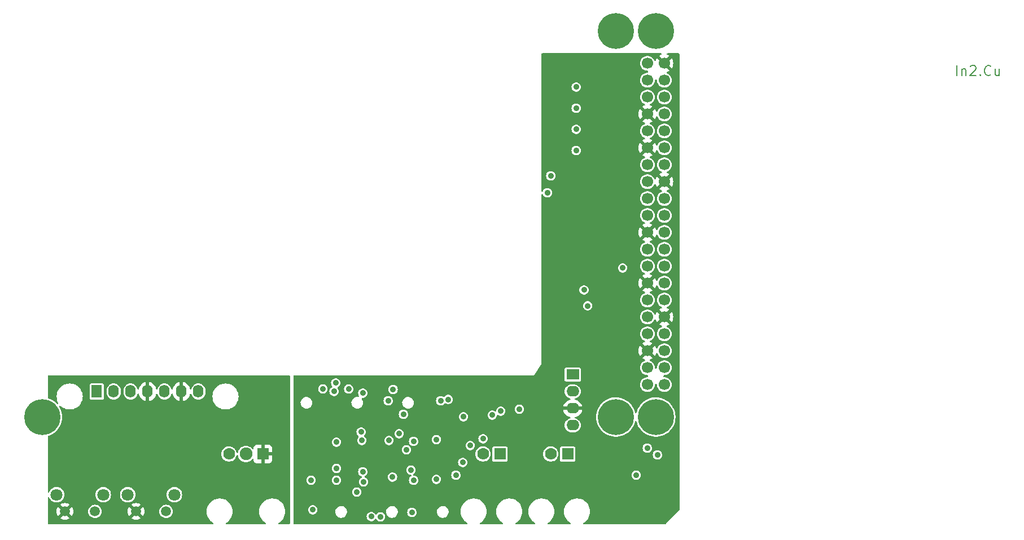
<source format=gbr>
%TF.GenerationSoftware,KiCad,Pcbnew,7.0.9-7.0.9~ubuntu22.04.1*%
%TF.CreationDate,2023-12-22T21:08:24-08:00*%
%TF.ProjectId,NX-IndicatorBoard,4e582d49-6e64-4696-9361-746f72426f61,1*%
%TF.SameCoordinates,Original*%
%TF.FileFunction,Copper,L3,Inr*%
%TF.FilePolarity,Positive*%
%FSLAX46Y46*%
G04 Gerber Fmt 4.6, Leading zero omitted, Abs format (unit mm)*
G04 Created by KiCad (PCBNEW 7.0.9-7.0.9~ubuntu22.04.1) date 2023-12-22 21:08:24*
%MOMM*%
%LPD*%
G01*
G04 APERTURE LIST*
%ADD10C,0.187500*%
%TA.AperFunction,NonConductor*%
%ADD11C,0.187500*%
%TD*%
%TA.AperFunction,ComponentPad*%
%ADD12R,1.778000X1.778000*%
%TD*%
%TA.AperFunction,ComponentPad*%
%ADD13C,1.905000*%
%TD*%
%TA.AperFunction,ComponentPad*%
%ADD14C,1.778000*%
%TD*%
%TA.AperFunction,ComponentPad*%
%ADD15C,1.700000*%
%TD*%
%TA.AperFunction,ComponentPad*%
%ADD16C,1.498600*%
%TD*%
%TA.AperFunction,ComponentPad*%
%ADD17C,1.803400*%
%TD*%
%TA.AperFunction,ComponentPad*%
%ADD18C,5.400000*%
%TD*%
%TA.AperFunction,ComponentPad*%
%ADD19R,1.600200X1.905000*%
%TD*%
%TA.AperFunction,ComponentPad*%
%ADD20O,1.600200X1.905000*%
%TD*%
%TA.AperFunction,ComponentPad*%
%ADD21R,1.905000X1.600200*%
%TD*%
%TA.AperFunction,ComponentPad*%
%ADD22O,1.905000X1.600200*%
%TD*%
%TA.AperFunction,ViaPad*%
%ADD23C,0.889000*%
%TD*%
G04 APERTURE END LIST*
D10*
D11*
X203172497Y-57718678D02*
X203172497Y-56218678D01*
X203886783Y-56718678D02*
X203886783Y-57718678D01*
X203886783Y-56861535D02*
X203958212Y-56790107D01*
X203958212Y-56790107D02*
X204101069Y-56718678D01*
X204101069Y-56718678D02*
X204315355Y-56718678D01*
X204315355Y-56718678D02*
X204458212Y-56790107D01*
X204458212Y-56790107D02*
X204529641Y-56932964D01*
X204529641Y-56932964D02*
X204529641Y-57718678D01*
X205172498Y-56361535D02*
X205243926Y-56290107D01*
X205243926Y-56290107D02*
X205386784Y-56218678D01*
X205386784Y-56218678D02*
X205743926Y-56218678D01*
X205743926Y-56218678D02*
X205886784Y-56290107D01*
X205886784Y-56290107D02*
X205958212Y-56361535D01*
X205958212Y-56361535D02*
X206029641Y-56504392D01*
X206029641Y-56504392D02*
X206029641Y-56647250D01*
X206029641Y-56647250D02*
X205958212Y-56861535D01*
X205958212Y-56861535D02*
X205101069Y-57718678D01*
X205101069Y-57718678D02*
X206029641Y-57718678D01*
X206672497Y-57575821D02*
X206743926Y-57647250D01*
X206743926Y-57647250D02*
X206672497Y-57718678D01*
X206672497Y-57718678D02*
X206601069Y-57647250D01*
X206601069Y-57647250D02*
X206672497Y-57575821D01*
X206672497Y-57575821D02*
X206672497Y-57718678D01*
X208243926Y-57575821D02*
X208172498Y-57647250D01*
X208172498Y-57647250D02*
X207958212Y-57718678D01*
X207958212Y-57718678D02*
X207815355Y-57718678D01*
X207815355Y-57718678D02*
X207601069Y-57647250D01*
X207601069Y-57647250D02*
X207458212Y-57504392D01*
X207458212Y-57504392D02*
X207386783Y-57361535D01*
X207386783Y-57361535D02*
X207315355Y-57075821D01*
X207315355Y-57075821D02*
X207315355Y-56861535D01*
X207315355Y-56861535D02*
X207386783Y-56575821D01*
X207386783Y-56575821D02*
X207458212Y-56432964D01*
X207458212Y-56432964D02*
X207601069Y-56290107D01*
X207601069Y-56290107D02*
X207815355Y-56218678D01*
X207815355Y-56218678D02*
X207958212Y-56218678D01*
X207958212Y-56218678D02*
X208172498Y-56290107D01*
X208172498Y-56290107D02*
X208243926Y-56361535D01*
X209529641Y-56718678D02*
X209529641Y-57718678D01*
X208886783Y-56718678D02*
X208886783Y-57504392D01*
X208886783Y-57504392D02*
X208958212Y-57647250D01*
X208958212Y-57647250D02*
X209101069Y-57718678D01*
X209101069Y-57718678D02*
X209315355Y-57718678D01*
X209315355Y-57718678D02*
X209458212Y-57647250D01*
X209458212Y-57647250D02*
X209529641Y-57575821D01*
D12*
%TO.N,/SYS_RST_RCV_RTN*%
%TO.C,J4*%
X99060000Y-114554000D03*
D13*
%TO.N,/UART2_RXD*%
X96520000Y-114554000D03*
D14*
%TO.N,/UART2_TXD*%
X93980000Y-114554000D03*
%TD*%
D15*
%TO.N,+3V3*%
%TO.C,J2*%
X159270000Y-104130000D03*
%TO.N,/5V*%
X156730000Y-104130000D03*
%TO.N,/I2C1_SDA*%
X159270000Y-101590000D03*
%TO.N,/5V*%
X156730000Y-101590000D03*
%TO.N,/I2C1_SCL*%
X159270000Y-99050000D03*
%TO.N,GND*%
X156730000Y-99050000D03*
%TO.N,/GPIO09*%
X159270000Y-96510000D03*
%TO.N,/UART1_TXD*%
X156730000Y-96510000D03*
%TO.N,GND*%
X159270000Y-93970000D03*
%TO.N,/UART1_RXD*%
X156730000Y-93970000D03*
%TO.N,/UART1_RTS*%
X159270000Y-91430000D03*
%TO.N,/I2S0_SCLK*%
X156730000Y-91430000D03*
%TO.N,/SPI1_SCK*%
X159270000Y-88890000D03*
%TO.N,GND*%
X156730000Y-88890000D03*
%TO.N,/GPIO12*%
X159270000Y-86350000D03*
%TO.N,/SPI3_CS1*%
X156730000Y-86350000D03*
%TO.N,+3V3*%
X159270000Y-83810000D03*
%TO.N,/SPI3_CS0*%
X156730000Y-83810000D03*
%TO.N,/SPI0_MOSI*%
X159270000Y-81270000D03*
%TO.N,GND*%
X156730000Y-81270000D03*
%TO.N,/SPI0_MISO*%
X159270000Y-78730000D03*
%TO.N,/SPI1_MISO*%
X156730000Y-78730000D03*
%TO.N,/SPI0_SCK*%
X159270000Y-76190000D03*
%TO.N,/SPI1_CS0*%
X156730000Y-76190000D03*
%TO.N,GND*%
X159270000Y-73650000D03*
%TO.N,/SPI0_CS1*%
X156730000Y-73650000D03*
%TO.N,/I2C0_SDA*%
X159270000Y-71110000D03*
%TO.N,/I2C0_SCL*%
X156730000Y-71110000D03*
%TO.N,/GPIO01*%
X159270000Y-68570000D03*
%TO.N,GND*%
X156730000Y-68570000D03*
%TO.N,/GPIO11*%
X159270000Y-66030000D03*
%TO.N,/GPIO07*%
X156730000Y-66030000D03*
%TO.N,/GPIO13*%
X159270000Y-63490000D03*
%TO.N,GND*%
X156730000Y-63490000D03*
%TO.N,/I2S0_FS*%
X159270000Y-60950000D03*
%TO.N,/UART1_CTS*%
X156730000Y-60950000D03*
%TO.N,/SPI1_MOSI*%
X159270000Y-58410000D03*
%TO.N,/I2S0_DIN*%
X156730000Y-58410000D03*
%TO.N,GND*%
X159270000Y-55870000D03*
%TO.N,/I2S0_DOUT*%
X156730000Y-55870000D03*
%TD*%
D16*
%TO.N,/SYS_RST_RCV_RTN*%
%TO.C,SW1*%
X69378000Y-123170450D03*
%TO.N,/~{SYS_RESET}*%
X73878001Y-123170450D03*
D17*
%TO.N,N/C*%
X68128001Y-120670574D03*
X75128000Y-120670574D03*
%TD*%
D18*
%TO.N,N/C*%
%TO.C,H2*%
X158000000Y-51000000D03*
%TD*%
%TO.N,N/C*%
%TO.C,H1*%
X152000000Y-51000000D03*
%TD*%
%TO.N,N/C*%
%TO.C,H4*%
X152000000Y-109000000D03*
%TD*%
D19*
%TO.N,/NX_PC_LED-*%
%TO.C,J3*%
X74152000Y-105156000D03*
D20*
%TO.N,/UART2_RXD*%
X76692000Y-105156000D03*
%TO.N,/UART2_TXD*%
X79232000Y-105156000D03*
%TO.N,/SYS_RST_RCV_RTN*%
X81772000Y-105156000D03*
%TO.N,/~{SYS_RESET}*%
X84312000Y-105156000D03*
%TO.N,/SYS_RST_RCV_RTN*%
X86852000Y-105156000D03*
%TO.N,/~{REC}*%
X89392000Y-105156000D03*
%TD*%
D18*
%TO.N,N/C*%
%TO.C,H3*%
X66000000Y-109000000D03*
%TD*%
%TO.N,N/C*%
%TO.C,H5*%
X158000000Y-109000000D03*
%TD*%
D12*
%TO.N,/CAN-NX_H+*%
%TO.C,J5*%
X134620000Y-114554000D03*
D14*
%TO.N,/CAN-NX_L-*%
X132080000Y-114554000D03*
%TD*%
D21*
%TO.N,/NX CAN/CAN_TX*%
%TO.C,J1*%
X145542000Y-102616000D03*
D22*
%TO.N,/NX CAN/CAN_RX*%
X145542000Y-105156000D03*
%TO.N,GND*%
X145542000Y-107696000D03*
%TO.N,/NX CAN/+3V3*%
X145542000Y-110236000D03*
%TD*%
D16*
%TO.N,/SYS_RST_RCV_RTN*%
%TO.C,SW2*%
X80046000Y-123170450D03*
%TO.N,/~{REC}*%
X84546001Y-123170450D03*
D17*
%TO.N,N/C*%
X78796001Y-120670574D03*
X85796000Y-120670574D03*
%TD*%
D12*
%TO.N,/CAN-NX_H+*%
%TO.C,J6*%
X144780000Y-114554000D03*
D14*
%TO.N,/CAN-NX_L-*%
X142240000Y-114554000D03*
%TD*%
D23*
%TO.N,+3V3*%
X106553000Y-122936000D03*
X114046000Y-117221000D03*
X121412000Y-123317000D03*
X113792000Y-111252000D03*
X110109000Y-112776000D03*
X121285000Y-116967000D03*
X120142000Y-108585000D03*
X113157000Y-120269000D03*
%TO.N,GND*%
X149606000Y-96266000D03*
X159004000Y-121920000D03*
X110147600Y-110669638D03*
X148590000Y-83439000D03*
X158623000Y-118872000D03*
X149047260Y-92865539D03*
X148463000Y-64643000D03*
X148590000Y-77216000D03*
X148463000Y-61341000D03*
X152781000Y-71374000D03*
X148590000Y-58166000D03*
X148463000Y-90043000D03*
X154115000Y-114681000D03*
X148717000Y-80264000D03*
X151892000Y-121539000D03*
X152654000Y-74422000D03*
X143510000Y-120650000D03*
X152908000Y-68326000D03*
X148463000Y-86868000D03*
%TO.N,/5V*%
X156718000Y-113664500D03*
X155067000Y-117729000D03*
%TO.N,/NX CAN/CAN_TX*%
X158242000Y-114681000D03*
%TO.N,/SPI0_MOSI*%
X153035000Y-86614000D03*
%TO.N,/NX_PC_LED-*%
X110109000Y-116713000D03*
%TO.N,Net-(D1B-Green-A)*%
X108077000Y-104775000D03*
%TO.N,Net-(D2A-RedA)*%
X114046000Y-105410000D03*
%TO.N,Net-(D2A-Red-K)*%
X111942808Y-104787200D03*
X141732000Y-75311000D03*
%TO.N,Net-(D2B-Green-A)*%
X117856000Y-106553000D03*
%TO.N,Net-(D2B-Green-K)*%
X142240000Y-72771000D03*
X118604343Y-104851700D03*
%TO.N,Net-(D3A-RedA)*%
X126856958Y-106365173D03*
%TO.N,Net-(D3B-Green-A)*%
X125730000Y-106553000D03*
%TO.N,Net-(D5A-RedA)*%
X113919000Y-112522000D03*
%TO.N,Net-(D5A-Red-K)*%
X146050000Y-68961000D03*
X120611400Y-113919000D03*
%TO.N,Net-(D5B-Green-K)*%
X146050000Y-62611000D03*
X119507000Y-111506000D03*
%TO.N,Net-(D7A-RedA)*%
X106299000Y-118491000D03*
%TO.N,Net-(D7A-Red-K)*%
X147789400Y-92295572D03*
X109728000Y-105156000D03*
%TO.N,Net-(D5B-Green-A)*%
X117983000Y-112522000D03*
%TO.N,Net-(D6A-RedA)*%
X121666000Y-112649000D03*
%TO.N,Net-(D6A-Red-K)*%
X130175000Y-113284000D03*
X134747000Y-108115600D03*
%TO.N,Net-(D6B-Green-A)*%
X125095000Y-112395000D03*
%TO.N,Net-(D6B-Green-K)*%
X133477000Y-108712000D03*
X132080000Y-112268000D03*
%TO.N,Net-(D7B-Green-A)*%
X110109000Y-118491000D03*
%TO.N,Net-(D7B-Green-K)*%
X147230600Y-89916000D03*
X109982000Y-103886000D03*
%TO.N,Net-(D8A-RedA)*%
X114173000Y-118745000D03*
%TO.N,Net-(D8A-Red-K)*%
X115316000Y-123952000D03*
X146050000Y-65786000D03*
%TO.N,Net-(D8B-Green-A)*%
X118517659Y-118015916D03*
%TO.N,Net-(D8B-Green-K)*%
X116713000Y-123990600D03*
X146050000Y-59436000D03*
%TO.N,Net-(D9A-RedA)*%
X121666000Y-118491000D03*
%TO.N,Net-(D9A-Red-K)*%
X137541000Y-107823000D03*
X129032000Y-115824000D03*
%TO.N,Net-(D9B-Green-A)*%
X125095000Y-118364000D03*
%TO.N,Net-(D9B-Green-K)*%
X128016000Y-117729000D03*
X129159000Y-108961600D03*
%TD*%
%TA.AperFunction,Conductor*%
%TO.N,GND*%
G36*
X158831267Y-54375685D02*
G01*
X158877022Y-54428489D01*
X158886966Y-54497647D01*
X158857941Y-54561203D01*
X158811046Y-54593488D01*
X158811416Y-54594281D01*
X158806704Y-54596478D01*
X158806642Y-54596521D01*
X158806506Y-54596570D01*
X158592419Y-54696401D01*
X158508625Y-54755072D01*
X159128634Y-55375081D01*
X159124839Y-55375627D01*
X158991438Y-55436549D01*
X158880605Y-55532587D01*
X158801318Y-55655960D01*
X158778866Y-55732419D01*
X158155072Y-55108625D01*
X158096401Y-55192419D01*
X157996570Y-55406507D01*
X157996564Y-55406522D01*
X157989154Y-55434177D01*
X157952788Y-55493837D01*
X157889941Y-55524365D01*
X157820566Y-55516070D01*
X157766688Y-55471583D01*
X157758380Y-55457354D01*
X157746839Y-55434177D01*
X157673088Y-55286065D01*
X157549732Y-55122715D01*
X157549730Y-55122712D01*
X157398462Y-54984814D01*
X157398460Y-54984812D01*
X157224430Y-54877057D01*
X157224424Y-54877054D01*
X157073993Y-54818777D01*
X157033556Y-54803112D01*
X156832347Y-54765500D01*
X156627653Y-54765500D01*
X156426444Y-54803112D01*
X156426441Y-54803112D01*
X156426441Y-54803113D01*
X156235575Y-54877054D01*
X156235569Y-54877057D01*
X156061539Y-54984812D01*
X156061537Y-54984814D01*
X155910269Y-55122712D01*
X155786912Y-55286064D01*
X155695673Y-55469295D01*
X155639654Y-55666183D01*
X155620768Y-55869999D01*
X155620768Y-55870000D01*
X155639654Y-56073816D01*
X155695673Y-56270704D01*
X155786912Y-56453935D01*
X155910269Y-56617287D01*
X156061537Y-56755185D01*
X156061539Y-56755187D01*
X156235569Y-56862942D01*
X156235575Y-56862945D01*
X156276010Y-56878609D01*
X156426444Y-56936888D01*
X156627653Y-56974500D01*
X156627656Y-56974500D01*
X156725500Y-56974500D01*
X156792539Y-56994185D01*
X156838294Y-57046989D01*
X156849500Y-57098500D01*
X156849500Y-57181500D01*
X156829815Y-57248539D01*
X156777011Y-57294294D01*
X156725500Y-57305500D01*
X156627653Y-57305500D01*
X156426444Y-57343112D01*
X156426441Y-57343112D01*
X156426441Y-57343113D01*
X156235575Y-57417054D01*
X156235569Y-57417057D01*
X156061539Y-57524812D01*
X156061537Y-57524814D01*
X155910269Y-57662712D01*
X155786912Y-57826064D01*
X155695673Y-58009295D01*
X155639654Y-58206183D01*
X155620768Y-58409999D01*
X155620768Y-58410000D01*
X155639654Y-58613816D01*
X155639654Y-58613818D01*
X155639655Y-58613821D01*
X155686260Y-58777622D01*
X155695673Y-58810704D01*
X155786912Y-58993935D01*
X155910269Y-59157287D01*
X156061537Y-59295185D01*
X156061539Y-59295187D01*
X156235569Y-59402942D01*
X156235575Y-59402945D01*
X156276010Y-59418609D01*
X156426444Y-59476888D01*
X156627653Y-59514500D01*
X156627656Y-59514500D01*
X156832344Y-59514500D01*
X156832347Y-59514500D01*
X157033556Y-59476888D01*
X157224427Y-59402944D01*
X157398462Y-59295186D01*
X157549732Y-59157285D01*
X157673088Y-58993935D01*
X157764328Y-58810701D01*
X157820345Y-58613821D01*
X157839232Y-58410000D01*
X157839232Y-58409999D01*
X157839761Y-58404292D01*
X157842164Y-58404514D01*
X157858917Y-58347461D01*
X157911721Y-58301706D01*
X157963232Y-58290500D01*
X158036768Y-58290500D01*
X158103807Y-58310185D01*
X158149562Y-58362989D01*
X158158580Y-58404445D01*
X158160239Y-58404292D01*
X158179654Y-58613816D01*
X158179654Y-58613818D01*
X158179655Y-58613821D01*
X158226260Y-58777622D01*
X158235673Y-58810704D01*
X158326912Y-58993935D01*
X158450269Y-59157287D01*
X158601537Y-59295185D01*
X158601539Y-59295187D01*
X158775569Y-59402942D01*
X158775575Y-59402945D01*
X158816010Y-59418609D01*
X158966444Y-59476888D01*
X159167653Y-59514500D01*
X159167656Y-59514500D01*
X159372344Y-59514500D01*
X159372347Y-59514500D01*
X159573556Y-59476888D01*
X159764427Y-59402944D01*
X159938462Y-59295186D01*
X160089732Y-59157285D01*
X160213088Y-58993935D01*
X160304328Y-58810701D01*
X160360345Y-58613821D01*
X160379232Y-58410000D01*
X160360345Y-58206179D01*
X160304328Y-58009299D01*
X160213088Y-57826065D01*
X160089732Y-57662715D01*
X160089730Y-57662712D01*
X159938462Y-57524814D01*
X159938460Y-57524812D01*
X159764430Y-57417057D01*
X159764424Y-57417054D01*
X159688261Y-57387549D01*
X159632859Y-57344976D01*
X159609269Y-57279209D01*
X159624980Y-57211129D01*
X159675004Y-57162350D01*
X159700963Y-57152147D01*
X159733481Y-57143434D01*
X159733492Y-57143429D01*
X159947578Y-57043600D01*
X159947582Y-57043598D01*
X160031373Y-56984926D01*
X160031373Y-56984925D01*
X159411365Y-56364918D01*
X159415161Y-56364373D01*
X159548562Y-56303451D01*
X159659395Y-56207413D01*
X159738682Y-56084040D01*
X159761132Y-56007580D01*
X160384925Y-56631373D01*
X160384926Y-56631373D01*
X160443598Y-56547582D01*
X160443600Y-56547578D01*
X160543429Y-56333492D01*
X160543433Y-56333483D01*
X160604567Y-56105326D01*
X160604569Y-56105315D01*
X160625157Y-55870001D01*
X160625157Y-55869998D01*
X160604569Y-55634684D01*
X160604567Y-55634673D01*
X160543433Y-55406516D01*
X160543429Y-55406507D01*
X160443600Y-55192423D01*
X160443599Y-55192421D01*
X160384925Y-55108626D01*
X160384925Y-55108625D01*
X159761132Y-55732418D01*
X159738682Y-55655960D01*
X159659395Y-55532587D01*
X159548562Y-55436549D01*
X159415161Y-55375627D01*
X159411366Y-55375081D01*
X160031373Y-54755073D01*
X160031373Y-54755072D01*
X159947583Y-54696402D01*
X159947579Y-54696400D01*
X159733493Y-54596570D01*
X159733358Y-54596521D01*
X159733306Y-54596483D01*
X159728584Y-54594281D01*
X159729026Y-54593331D01*
X159677095Y-54555093D01*
X159652162Y-54489823D01*
X159666473Y-54421435D01*
X159715487Y-54371641D01*
X159775772Y-54356000D01*
X161420000Y-54356000D01*
X161487039Y-54375685D01*
X161532794Y-54428489D01*
X161544000Y-54480000D01*
X161544000Y-122886824D01*
X161524315Y-122953863D01*
X161510297Y-122971809D01*
X159548720Y-125055985D01*
X159488439Y-125091312D01*
X159458423Y-125095000D01*
X147254315Y-125095000D01*
X147187276Y-125075315D01*
X147141521Y-125022511D01*
X147131577Y-124953353D01*
X147160602Y-124889797D01*
X147194888Y-124862168D01*
X147225230Y-124845599D01*
X147237213Y-124839056D01*
X147460568Y-124671855D01*
X147657855Y-124474568D01*
X147825056Y-124251213D01*
X147958769Y-124006337D01*
X148056271Y-123744923D01*
X148112703Y-123485510D01*
X148115577Y-123472299D01*
X148115577Y-123472298D01*
X148115578Y-123472294D01*
X148135482Y-123194000D01*
X148115578Y-122915706D01*
X148101300Y-122850073D01*
X148066886Y-122691872D01*
X148056271Y-122643077D01*
X147958769Y-122381663D01*
X147825056Y-122136787D01*
X147825054Y-122136784D01*
X147657861Y-121913439D01*
X147657845Y-121913421D01*
X147460578Y-121716154D01*
X147460560Y-121716138D01*
X147237215Y-121548945D01*
X147237207Y-121548940D01*
X146992342Y-121415233D01*
X146992338Y-121415231D01*
X146893230Y-121378266D01*
X146730923Y-121317729D01*
X146730919Y-121317728D01*
X146730916Y-121317727D01*
X146458299Y-121258422D01*
X146249657Y-121243500D01*
X146110343Y-121243500D01*
X145901700Y-121258422D01*
X145629083Y-121317727D01*
X145629078Y-121317728D01*
X145629077Y-121317729D01*
X145565875Y-121341301D01*
X145367661Y-121415231D01*
X145367657Y-121415233D01*
X145122792Y-121548940D01*
X145122784Y-121548945D01*
X144899439Y-121716138D01*
X144899421Y-121716154D01*
X144702154Y-121913421D01*
X144702138Y-121913439D01*
X144534945Y-122136784D01*
X144534940Y-122136792D01*
X144401233Y-122381657D01*
X144401231Y-122381661D01*
X144354335Y-122507396D01*
X144311351Y-122622643D01*
X144303727Y-122643083D01*
X144244422Y-122915700D01*
X144224518Y-123193998D01*
X144224518Y-123194001D01*
X144244422Y-123472299D01*
X144303727Y-123744916D01*
X144303729Y-123744923D01*
X144336255Y-123832129D01*
X144401231Y-124006338D01*
X144401233Y-124006342D01*
X144534940Y-124251207D01*
X144534945Y-124251215D01*
X144702138Y-124474560D01*
X144702154Y-124474578D01*
X144899421Y-124671845D01*
X144899439Y-124671861D01*
X145122784Y-124839054D01*
X145122792Y-124839059D01*
X145165112Y-124862168D01*
X145214518Y-124911574D01*
X145229369Y-124979847D01*
X145204952Y-125045311D01*
X145149018Y-125087182D01*
X145105685Y-125095000D01*
X141914315Y-125095000D01*
X141847276Y-125075315D01*
X141801521Y-125022511D01*
X141791577Y-124953353D01*
X141820602Y-124889797D01*
X141854888Y-124862168D01*
X141885230Y-124845599D01*
X141897213Y-124839056D01*
X142120568Y-124671855D01*
X142317855Y-124474568D01*
X142485056Y-124251213D01*
X142618769Y-124006337D01*
X142716271Y-123744923D01*
X142772703Y-123485510D01*
X142775577Y-123472299D01*
X142775577Y-123472298D01*
X142775578Y-123472294D01*
X142795482Y-123194000D01*
X142775578Y-122915706D01*
X142761300Y-122850073D01*
X142726886Y-122691872D01*
X142716271Y-122643077D01*
X142618769Y-122381663D01*
X142485056Y-122136787D01*
X142485054Y-122136784D01*
X142317861Y-121913439D01*
X142317845Y-121913421D01*
X142120578Y-121716154D01*
X142120560Y-121716138D01*
X141897215Y-121548945D01*
X141897207Y-121548940D01*
X141652342Y-121415233D01*
X141652338Y-121415231D01*
X141553230Y-121378266D01*
X141390923Y-121317729D01*
X141390919Y-121317728D01*
X141390916Y-121317727D01*
X141118299Y-121258422D01*
X140909657Y-121243500D01*
X140770343Y-121243500D01*
X140561700Y-121258422D01*
X140289083Y-121317727D01*
X140289078Y-121317728D01*
X140289077Y-121317729D01*
X140225875Y-121341301D01*
X140027661Y-121415231D01*
X140027657Y-121415233D01*
X139782792Y-121548940D01*
X139782784Y-121548945D01*
X139559439Y-121716138D01*
X139559421Y-121716154D01*
X139362154Y-121913421D01*
X139362138Y-121913439D01*
X139194945Y-122136784D01*
X139194940Y-122136792D01*
X139061233Y-122381657D01*
X139061231Y-122381661D01*
X139014335Y-122507396D01*
X138971351Y-122622643D01*
X138963727Y-122643083D01*
X138904422Y-122915700D01*
X138884518Y-123193998D01*
X138884518Y-123194001D01*
X138904422Y-123472299D01*
X138963727Y-123744916D01*
X138963729Y-123744923D01*
X138996255Y-123832129D01*
X139061231Y-124006338D01*
X139061233Y-124006342D01*
X139194940Y-124251207D01*
X139194945Y-124251215D01*
X139362138Y-124474560D01*
X139362154Y-124474578D01*
X139559421Y-124671845D01*
X139559439Y-124671861D01*
X139782784Y-124839054D01*
X139782792Y-124839059D01*
X139825112Y-124862168D01*
X139874518Y-124911574D01*
X139889369Y-124979847D01*
X139864952Y-125045311D01*
X139809018Y-125087182D01*
X139765685Y-125095000D01*
X137094315Y-125095000D01*
X137027276Y-125075315D01*
X136981521Y-125022511D01*
X136971577Y-124953353D01*
X137000602Y-124889797D01*
X137034888Y-124862168D01*
X137065230Y-124845599D01*
X137077213Y-124839056D01*
X137300568Y-124671855D01*
X137497855Y-124474568D01*
X137665056Y-124251213D01*
X137798769Y-124006337D01*
X137896271Y-123744923D01*
X137952703Y-123485510D01*
X137955577Y-123472299D01*
X137955577Y-123472298D01*
X137955578Y-123472294D01*
X137975482Y-123194000D01*
X137955578Y-122915706D01*
X137941300Y-122850073D01*
X137906886Y-122691872D01*
X137896271Y-122643077D01*
X137798769Y-122381663D01*
X137665056Y-122136787D01*
X137665054Y-122136784D01*
X137497861Y-121913439D01*
X137497845Y-121913421D01*
X137300578Y-121716154D01*
X137300560Y-121716138D01*
X137077215Y-121548945D01*
X137077207Y-121548940D01*
X136832342Y-121415233D01*
X136832338Y-121415231D01*
X136733230Y-121378266D01*
X136570923Y-121317729D01*
X136570919Y-121317728D01*
X136570916Y-121317727D01*
X136298299Y-121258422D01*
X136089657Y-121243500D01*
X135950343Y-121243500D01*
X135741700Y-121258422D01*
X135469083Y-121317727D01*
X135469078Y-121317728D01*
X135469077Y-121317729D01*
X135405875Y-121341301D01*
X135207661Y-121415231D01*
X135207657Y-121415233D01*
X134962792Y-121548940D01*
X134962784Y-121548945D01*
X134739439Y-121716138D01*
X134739421Y-121716154D01*
X134542154Y-121913421D01*
X134542138Y-121913439D01*
X134374945Y-122136784D01*
X134374940Y-122136792D01*
X134241233Y-122381657D01*
X134241231Y-122381661D01*
X134194335Y-122507396D01*
X134151351Y-122622643D01*
X134143727Y-122643083D01*
X134084422Y-122915700D01*
X134064518Y-123193998D01*
X134064518Y-123194001D01*
X134084422Y-123472299D01*
X134143727Y-123744916D01*
X134143729Y-123744923D01*
X134176255Y-123832129D01*
X134241231Y-124006338D01*
X134241233Y-124006342D01*
X134374940Y-124251207D01*
X134374945Y-124251215D01*
X134542138Y-124474560D01*
X134542154Y-124474578D01*
X134739421Y-124671845D01*
X134739439Y-124671861D01*
X134962784Y-124839054D01*
X134962792Y-124839059D01*
X135005112Y-124862168D01*
X135054518Y-124911574D01*
X135069369Y-124979847D01*
X135044952Y-125045311D01*
X134989018Y-125087182D01*
X134945685Y-125095000D01*
X131754315Y-125095000D01*
X131687276Y-125075315D01*
X131641521Y-125022511D01*
X131631577Y-124953353D01*
X131660602Y-124889797D01*
X131694888Y-124862168D01*
X131725230Y-124845599D01*
X131737213Y-124839056D01*
X131960568Y-124671855D01*
X132157855Y-124474568D01*
X132325056Y-124251213D01*
X132458769Y-124006337D01*
X132556271Y-123744923D01*
X132612703Y-123485510D01*
X132615577Y-123472299D01*
X132615577Y-123472298D01*
X132615578Y-123472294D01*
X132635482Y-123194000D01*
X132615578Y-122915706D01*
X132601300Y-122850073D01*
X132566886Y-122691872D01*
X132556271Y-122643077D01*
X132458769Y-122381663D01*
X132325056Y-122136787D01*
X132325054Y-122136784D01*
X132157861Y-121913439D01*
X132157845Y-121913421D01*
X131960578Y-121716154D01*
X131960560Y-121716138D01*
X131737215Y-121548945D01*
X131737207Y-121548940D01*
X131492342Y-121415233D01*
X131492338Y-121415231D01*
X131393230Y-121378266D01*
X131230923Y-121317729D01*
X131230919Y-121317728D01*
X131230916Y-121317727D01*
X130958299Y-121258422D01*
X130749657Y-121243500D01*
X130610343Y-121243500D01*
X130401700Y-121258422D01*
X130129083Y-121317727D01*
X130129078Y-121317728D01*
X130129077Y-121317729D01*
X130065875Y-121341301D01*
X129867661Y-121415231D01*
X129867657Y-121415233D01*
X129622792Y-121548940D01*
X129622784Y-121548945D01*
X129399439Y-121716138D01*
X129399421Y-121716154D01*
X129202154Y-121913421D01*
X129202138Y-121913439D01*
X129034945Y-122136784D01*
X129034940Y-122136792D01*
X128901233Y-122381657D01*
X128901231Y-122381661D01*
X128854335Y-122507396D01*
X128811351Y-122622643D01*
X128803727Y-122643083D01*
X128744422Y-122915700D01*
X128724518Y-123193998D01*
X128724518Y-123194001D01*
X128744422Y-123472299D01*
X128803727Y-123744916D01*
X128803729Y-123744923D01*
X128836255Y-123832129D01*
X128901231Y-124006338D01*
X128901233Y-124006342D01*
X129034940Y-124251207D01*
X129034945Y-124251215D01*
X129202138Y-124474560D01*
X129202154Y-124474578D01*
X129399421Y-124671845D01*
X129399439Y-124671861D01*
X129622784Y-124839054D01*
X129622792Y-124839059D01*
X129665112Y-124862168D01*
X129714518Y-124911574D01*
X129729369Y-124979847D01*
X129704952Y-125045311D01*
X129649018Y-125087182D01*
X129605685Y-125095000D01*
X103756000Y-125095000D01*
X103688961Y-125075315D01*
X103643206Y-125022511D01*
X103632000Y-124971000D01*
X103632000Y-122936000D01*
X105848866Y-122936000D01*
X105869326Y-123104508D01*
X105869327Y-123104513D01*
X105925641Y-123253000D01*
X105929520Y-123263227D01*
X106025948Y-123402927D01*
X106025950Y-123402929D01*
X106025952Y-123402931D01*
X106153004Y-123515490D01*
X106153006Y-123515491D01*
X106303311Y-123594377D01*
X106468126Y-123635000D01*
X106637874Y-123635000D01*
X106802689Y-123594377D01*
X106952994Y-123515491D01*
X107080052Y-123402927D01*
X107176480Y-123263227D01*
X107195026Y-123214324D01*
X109924630Y-123214324D01*
X109934939Y-123404476D01*
X109985887Y-123587969D01*
X109985888Y-123587972D01*
X110018193Y-123648904D01*
X110069095Y-123744916D01*
X110075087Y-123756217D01*
X110075088Y-123756220D01*
X110194235Y-123896490D01*
X110198369Y-123901357D01*
X110349971Y-124016602D01*
X110349972Y-124016602D01*
X110349973Y-124016603D01*
X110349974Y-124016604D01*
X110455758Y-124065543D01*
X110522803Y-124096562D01*
X110522804Y-124096562D01*
X110522806Y-124096563D01*
X110579227Y-124108982D01*
X110708784Y-124137500D01*
X110708785Y-124137500D01*
X110851459Y-124137500D01*
X110851465Y-124137500D01*
X110993316Y-124122073D01*
X111173780Y-124061267D01*
X111336954Y-123963089D01*
X111348661Y-123952000D01*
X114611866Y-123952000D01*
X114632326Y-124120508D01*
X114632327Y-124120513D01*
X114684682Y-124258560D01*
X114692520Y-124279227D01*
X114788948Y-124418927D01*
X114788950Y-124418929D01*
X114788952Y-124418931D01*
X114916004Y-124531490D01*
X114916006Y-124531491D01*
X115066311Y-124610377D01*
X115231126Y-124651000D01*
X115400874Y-124651000D01*
X115565689Y-124610377D01*
X115715994Y-124531491D01*
X115843052Y-124418927D01*
X115899129Y-124337684D01*
X115953410Y-124293696D01*
X116022859Y-124286036D01*
X116085424Y-124317139D01*
X116103226Y-124337684D01*
X116185948Y-124457527D01*
X116185950Y-124457529D01*
X116185952Y-124457531D01*
X116313004Y-124570090D01*
X116313006Y-124570091D01*
X116463311Y-124648977D01*
X116628126Y-124689600D01*
X116797874Y-124689600D01*
X116962689Y-124648977D01*
X117112994Y-124570091D01*
X117240052Y-124457527D01*
X117336480Y-124317827D01*
X117396673Y-124159110D01*
X117417134Y-123990600D01*
X117396673Y-123822090D01*
X117396672Y-123822088D01*
X117396672Y-123822086D01*
X117346977Y-123691052D01*
X117336480Y-123663373D01*
X117240052Y-123523673D01*
X117240049Y-123523670D01*
X117240047Y-123523668D01*
X117112995Y-123411109D01*
X116962687Y-123332222D01*
X116797874Y-123291600D01*
X116628126Y-123291600D01*
X116463312Y-123332222D01*
X116313004Y-123411109D01*
X116185952Y-123523668D01*
X116185944Y-123523677D01*
X116129870Y-123604914D01*
X116075587Y-123648904D01*
X116006138Y-123656563D01*
X115943574Y-123625459D01*
X115925772Y-123604914D01*
X115843354Y-123485510D01*
X115843053Y-123485074D01*
X115843047Y-123485068D01*
X115715995Y-123372509D01*
X115565687Y-123293622D01*
X115400874Y-123253000D01*
X115231126Y-123253000D01*
X115066312Y-123293622D01*
X114916004Y-123372509D01*
X114788952Y-123485068D01*
X114788946Y-123485075D01*
X114692521Y-123624771D01*
X114692520Y-123624772D01*
X114632327Y-123783486D01*
X114632326Y-123783491D01*
X114611866Y-123952000D01*
X111348661Y-123952000D01*
X111475207Y-123832129D01*
X111582075Y-123674510D01*
X111582077Y-123674506D01*
X111652561Y-123497606D01*
X111652562Y-123497602D01*
X111683370Y-123309678D01*
X111678200Y-123214324D01*
X117544630Y-123214324D01*
X117554939Y-123404476D01*
X117605887Y-123587969D01*
X117605888Y-123587972D01*
X117638193Y-123648904D01*
X117689095Y-123744916D01*
X117695087Y-123756217D01*
X117695088Y-123756220D01*
X117814235Y-123896490D01*
X117818369Y-123901357D01*
X117969971Y-124016602D01*
X117969972Y-124016602D01*
X117969973Y-124016603D01*
X117969974Y-124016604D01*
X118075758Y-124065543D01*
X118142803Y-124096562D01*
X118142804Y-124096562D01*
X118142806Y-124096563D01*
X118199227Y-124108982D01*
X118328784Y-124137500D01*
X118328785Y-124137500D01*
X118471459Y-124137500D01*
X118471465Y-124137500D01*
X118613316Y-124122073D01*
X118793780Y-124061267D01*
X118956954Y-123963089D01*
X119095207Y-123832129D01*
X119202075Y-123674510D01*
X119202077Y-123674506D01*
X119272561Y-123497606D01*
X119272562Y-123497602D01*
X119302170Y-123317000D01*
X120707866Y-123317000D01*
X120728326Y-123485508D01*
X120728327Y-123485513D01*
X120781141Y-123624771D01*
X120788520Y-123644227D01*
X120884948Y-123783927D01*
X120884950Y-123783929D01*
X120884952Y-123783931D01*
X121012004Y-123896490D01*
X121021277Y-123901357D01*
X121162311Y-123975377D01*
X121327126Y-124016000D01*
X121496874Y-124016000D01*
X121661689Y-123975377D01*
X121811994Y-123896491D01*
X121939052Y-123783927D01*
X122035480Y-123644227D01*
X122095673Y-123485510D01*
X122116134Y-123317000D01*
X122103667Y-123214324D01*
X125164630Y-123214324D01*
X125174939Y-123404476D01*
X125225887Y-123587969D01*
X125225888Y-123587972D01*
X125258193Y-123648904D01*
X125309095Y-123744916D01*
X125315087Y-123756217D01*
X125315088Y-123756220D01*
X125434235Y-123896490D01*
X125438369Y-123901357D01*
X125589971Y-124016602D01*
X125589972Y-124016602D01*
X125589973Y-124016603D01*
X125589974Y-124016604D01*
X125695758Y-124065543D01*
X125762803Y-124096562D01*
X125762804Y-124096562D01*
X125762806Y-124096563D01*
X125819227Y-124108982D01*
X125948784Y-124137500D01*
X125948785Y-124137500D01*
X126091459Y-124137500D01*
X126091465Y-124137500D01*
X126233316Y-124122073D01*
X126413780Y-124061267D01*
X126576954Y-123963089D01*
X126715207Y-123832129D01*
X126822075Y-123674510D01*
X126822077Y-123674506D01*
X126892561Y-123497606D01*
X126892562Y-123497602D01*
X126923370Y-123309678D01*
X126913061Y-123119525D01*
X126862114Y-122936033D01*
X126772914Y-122767784D01*
X126772911Y-122767781D01*
X126772911Y-122767779D01*
X126649631Y-122622643D01*
X126498026Y-122507396D01*
X126498025Y-122507395D01*
X126325193Y-122427436D01*
X126139216Y-122386500D01*
X125996535Y-122386500D01*
X125996533Y-122386500D01*
X125854683Y-122401927D01*
X125674217Y-122462734D01*
X125511048Y-122560909D01*
X125372791Y-122691872D01*
X125265922Y-122849493D01*
X125195438Y-123026393D01*
X125182632Y-123104510D01*
X125167962Y-123194001D01*
X125164630Y-123214324D01*
X122103667Y-123214324D01*
X122095673Y-123148490D01*
X122095672Y-123148488D01*
X122095672Y-123148486D01*
X122049368Y-123026393D01*
X122035480Y-122989773D01*
X121939052Y-122850073D01*
X121939049Y-122850070D01*
X121939047Y-122850068D01*
X121811995Y-122737509D01*
X121661687Y-122658622D01*
X121496874Y-122618000D01*
X121327126Y-122618000D01*
X121162312Y-122658622D01*
X121012004Y-122737509D01*
X120884952Y-122850068D01*
X120884946Y-122850075D01*
X120788521Y-122989771D01*
X120788520Y-122989772D01*
X120728327Y-123148486D01*
X120728326Y-123148491D01*
X120707866Y-123317000D01*
X119302170Y-123317000D01*
X119303370Y-123309678D01*
X119293061Y-123119525D01*
X119242114Y-122936033D01*
X119152914Y-122767784D01*
X119152911Y-122767781D01*
X119152911Y-122767779D01*
X119029631Y-122622643D01*
X118878026Y-122507396D01*
X118878025Y-122507395D01*
X118705193Y-122427436D01*
X118519216Y-122386500D01*
X118376535Y-122386500D01*
X118376533Y-122386500D01*
X118234683Y-122401927D01*
X118054217Y-122462734D01*
X117891048Y-122560909D01*
X117752791Y-122691872D01*
X117645922Y-122849493D01*
X117575438Y-123026393D01*
X117562632Y-123104510D01*
X117547962Y-123194001D01*
X117544630Y-123214324D01*
X111678200Y-123214324D01*
X111673061Y-123119525D01*
X111622114Y-122936033D01*
X111532914Y-122767784D01*
X111532911Y-122767781D01*
X111532911Y-122767779D01*
X111409631Y-122622643D01*
X111258026Y-122507396D01*
X111258025Y-122507395D01*
X111085193Y-122427436D01*
X110899216Y-122386500D01*
X110756535Y-122386500D01*
X110756533Y-122386500D01*
X110614683Y-122401927D01*
X110434217Y-122462734D01*
X110271048Y-122560909D01*
X110132791Y-122691872D01*
X110025922Y-122849493D01*
X109955438Y-123026393D01*
X109942632Y-123104510D01*
X109927962Y-123194001D01*
X109924630Y-123214324D01*
X107195026Y-123214324D01*
X107236673Y-123104510D01*
X107257134Y-122936000D01*
X107236673Y-122767490D01*
X107236672Y-122767488D01*
X107236672Y-122767486D01*
X107189492Y-122643083D01*
X107176480Y-122608773D01*
X107080052Y-122469073D01*
X107080049Y-122469070D01*
X107080047Y-122469068D01*
X106952995Y-122356509D01*
X106802687Y-122277622D01*
X106637874Y-122237000D01*
X106468126Y-122237000D01*
X106303312Y-122277622D01*
X106153004Y-122356509D01*
X106025952Y-122469068D01*
X106025946Y-122469075D01*
X105929521Y-122608771D01*
X105929520Y-122608772D01*
X105869327Y-122767486D01*
X105869326Y-122767491D01*
X105848866Y-122936000D01*
X103632000Y-122936000D01*
X103632000Y-120269000D01*
X112452866Y-120269000D01*
X112473326Y-120437508D01*
X112473327Y-120437513D01*
X112533520Y-120596227D01*
X112629948Y-120735927D01*
X112629950Y-120735929D01*
X112629952Y-120735931D01*
X112757004Y-120848490D01*
X112757006Y-120848491D01*
X112907311Y-120927377D01*
X113072126Y-120968000D01*
X113241874Y-120968000D01*
X113406689Y-120927377D01*
X113556994Y-120848491D01*
X113684052Y-120735927D01*
X113780480Y-120596227D01*
X113840673Y-120437510D01*
X113861134Y-120269000D01*
X113840673Y-120100490D01*
X113840672Y-120100488D01*
X113840672Y-120100486D01*
X113813320Y-120028366D01*
X113780480Y-119941773D01*
X113684052Y-119802073D01*
X113684049Y-119802070D01*
X113684047Y-119802068D01*
X113556995Y-119689509D01*
X113406687Y-119610622D01*
X113241874Y-119570000D01*
X113072126Y-119570000D01*
X112907312Y-119610622D01*
X112757004Y-119689509D01*
X112629952Y-119802068D01*
X112629946Y-119802075D01*
X112533521Y-119941771D01*
X112533520Y-119941772D01*
X112473327Y-120100486D01*
X112473326Y-120100491D01*
X112452866Y-120269000D01*
X103632000Y-120269000D01*
X103632000Y-118491000D01*
X105594866Y-118491000D01*
X105615326Y-118659508D01*
X105615327Y-118659513D01*
X105675520Y-118818227D01*
X105771948Y-118957927D01*
X105771950Y-118957929D01*
X105771952Y-118957931D01*
X105899004Y-119070490D01*
X105899006Y-119070491D01*
X106049311Y-119149377D01*
X106214126Y-119190000D01*
X106383874Y-119190000D01*
X106548689Y-119149377D01*
X106698994Y-119070491D01*
X106826052Y-118957927D01*
X106922480Y-118818227D01*
X106982673Y-118659510D01*
X107003134Y-118491000D01*
X109404866Y-118491000D01*
X109425326Y-118659508D01*
X109425327Y-118659513D01*
X109485520Y-118818227D01*
X109581948Y-118957927D01*
X109581950Y-118957929D01*
X109581952Y-118957931D01*
X109709004Y-119070490D01*
X109709006Y-119070491D01*
X109859311Y-119149377D01*
X110024126Y-119190000D01*
X110193874Y-119190000D01*
X110358689Y-119149377D01*
X110508994Y-119070491D01*
X110636052Y-118957927D01*
X110732480Y-118818227D01*
X110792673Y-118659510D01*
X110813134Y-118491000D01*
X110792673Y-118322490D01*
X110792672Y-118322488D01*
X110792672Y-118322486D01*
X110765320Y-118250366D01*
X110732480Y-118163773D01*
X110636052Y-118024073D01*
X110636049Y-118024070D01*
X110636047Y-118024068D01*
X110508995Y-117911509D01*
X110358687Y-117832622D01*
X110193874Y-117792000D01*
X110024126Y-117792000D01*
X109859312Y-117832622D01*
X109709004Y-117911509D01*
X109581952Y-118024068D01*
X109581946Y-118024075D01*
X109485521Y-118163771D01*
X109485520Y-118163772D01*
X109425327Y-118322486D01*
X109425326Y-118322491D01*
X109404866Y-118491000D01*
X107003134Y-118491000D01*
X106982673Y-118322490D01*
X106982672Y-118322488D01*
X106982672Y-118322486D01*
X106955320Y-118250366D01*
X106922480Y-118163773D01*
X106826052Y-118024073D01*
X106826049Y-118024070D01*
X106826047Y-118024068D01*
X106698995Y-117911509D01*
X106548687Y-117832622D01*
X106383874Y-117792000D01*
X106214126Y-117792000D01*
X106049312Y-117832622D01*
X105899004Y-117911509D01*
X105771952Y-118024068D01*
X105771946Y-118024075D01*
X105675521Y-118163771D01*
X105675520Y-118163772D01*
X105615327Y-118322486D01*
X105615326Y-118322491D01*
X105594866Y-118491000D01*
X103632000Y-118491000D01*
X103632000Y-116713000D01*
X109404866Y-116713000D01*
X109425326Y-116881508D01*
X109425327Y-116881513D01*
X109481641Y-117030000D01*
X109485520Y-117040227D01*
X109581948Y-117179927D01*
X109581950Y-117179929D01*
X109581952Y-117179931D01*
X109709004Y-117292490D01*
X109709006Y-117292491D01*
X109859311Y-117371377D01*
X110024126Y-117412000D01*
X110193874Y-117412000D01*
X110358689Y-117371377D01*
X110508994Y-117292491D01*
X110589690Y-117221000D01*
X113341866Y-117221000D01*
X113362326Y-117389508D01*
X113362327Y-117389513D01*
X113380119Y-117436425D01*
X113422520Y-117548227D01*
X113518948Y-117687927D01*
X113518950Y-117687929D01*
X113518952Y-117687931D01*
X113646004Y-117800490D01*
X113646006Y-117800491D01*
X113796311Y-117879377D01*
X113819641Y-117885127D01*
X113833957Y-117888656D01*
X113894338Y-117923812D01*
X113926126Y-117986032D01*
X113919230Y-118055560D01*
X113875839Y-118110323D01*
X113861908Y-118118849D01*
X113773007Y-118165507D01*
X113773005Y-118165509D01*
X113645952Y-118278068D01*
X113645946Y-118278075D01*
X113549521Y-118417771D01*
X113549520Y-118417772D01*
X113489327Y-118576486D01*
X113489326Y-118576491D01*
X113468866Y-118745000D01*
X113489326Y-118913508D01*
X113489327Y-118913513D01*
X113546021Y-119063000D01*
X113549520Y-119072227D01*
X113645948Y-119211927D01*
X113645950Y-119211929D01*
X113645952Y-119211931D01*
X113773004Y-119324490D01*
X113773006Y-119324491D01*
X113923311Y-119403377D01*
X114088126Y-119444000D01*
X114257874Y-119444000D01*
X114422689Y-119403377D01*
X114572994Y-119324491D01*
X114700052Y-119211927D01*
X114796480Y-119072227D01*
X114856673Y-118913510D01*
X114877134Y-118745000D01*
X114856673Y-118576490D01*
X114856672Y-118576488D01*
X114856672Y-118576486D01*
X114821159Y-118482847D01*
X114796480Y-118417773D01*
X114700052Y-118278073D01*
X114700049Y-118278070D01*
X114700047Y-118278068D01*
X114572995Y-118165509D01*
X114504338Y-118129475D01*
X114422689Y-118086623D01*
X114422686Y-118086622D01*
X114422684Y-118086621D01*
X114385040Y-118077342D01*
X114324660Y-118042185D01*
X114311239Y-118015916D01*
X117813525Y-118015916D01*
X117833985Y-118184424D01*
X117833986Y-118184429D01*
X117869499Y-118278068D01*
X117894179Y-118343143D01*
X117990607Y-118482843D01*
X117990609Y-118482845D01*
X117990611Y-118482847D01*
X118117663Y-118595406D01*
X118117665Y-118595407D01*
X118267970Y-118674293D01*
X118432785Y-118714916D01*
X118602533Y-118714916D01*
X118767348Y-118674293D01*
X118917653Y-118595407D01*
X119044711Y-118482843D01*
X119141139Y-118343143D01*
X119201332Y-118184426D01*
X119221793Y-118015916D01*
X119201332Y-117847406D01*
X119201331Y-117847404D01*
X119201331Y-117847402D01*
X119172854Y-117772315D01*
X119141139Y-117688689D01*
X119044711Y-117548989D01*
X119044708Y-117548986D01*
X119044706Y-117548984D01*
X118917654Y-117436425D01*
X118767346Y-117357538D01*
X118602533Y-117316916D01*
X118432785Y-117316916D01*
X118267971Y-117357538D01*
X118117663Y-117436425D01*
X117990611Y-117548984D01*
X117990605Y-117548991D01*
X117894180Y-117688687D01*
X117894179Y-117688688D01*
X117833986Y-117847402D01*
X117833985Y-117847407D01*
X117813525Y-118015916D01*
X114311239Y-118015916D01*
X114292872Y-117979965D01*
X114299770Y-117910437D01*
X114343162Y-117855675D01*
X114357084Y-117847154D01*
X114445994Y-117800491D01*
X114573052Y-117687927D01*
X114669480Y-117548227D01*
X114729673Y-117389510D01*
X114750134Y-117221000D01*
X114729673Y-117052490D01*
X114729672Y-117052488D01*
X114729672Y-117052486D01*
X114697251Y-116967000D01*
X120580866Y-116967000D01*
X120601326Y-117135508D01*
X120601327Y-117135513D01*
X120649326Y-117262075D01*
X120661520Y-117294227D01*
X120757948Y-117433927D01*
X120757950Y-117433929D01*
X120757952Y-117433931D01*
X120885004Y-117546490D01*
X120889769Y-117548991D01*
X121035311Y-117625377D01*
X121200126Y-117666000D01*
X121230697Y-117666000D01*
X121297736Y-117685685D01*
X121343491Y-117738489D01*
X121353435Y-117807647D01*
X121324410Y-117871203D01*
X121288323Y-117899796D01*
X121283131Y-117902520D01*
X121266004Y-117911509D01*
X121138952Y-118024068D01*
X121138946Y-118024075D01*
X121042521Y-118163771D01*
X121042520Y-118163772D01*
X120982327Y-118322486D01*
X120982326Y-118322491D01*
X120961866Y-118491000D01*
X120982326Y-118659508D01*
X120982327Y-118659513D01*
X121042520Y-118818227D01*
X121138948Y-118957927D01*
X121138950Y-118957929D01*
X121138952Y-118957931D01*
X121266004Y-119070490D01*
X121266006Y-119070491D01*
X121416311Y-119149377D01*
X121581126Y-119190000D01*
X121750874Y-119190000D01*
X121915689Y-119149377D01*
X122065994Y-119070491D01*
X122193052Y-118957927D01*
X122289480Y-118818227D01*
X122349673Y-118659510D01*
X122370134Y-118491000D01*
X122354713Y-118364000D01*
X124390866Y-118364000D01*
X124411326Y-118532508D01*
X124411327Y-118532513D01*
X124465098Y-118674293D01*
X124471520Y-118691227D01*
X124567948Y-118830927D01*
X124567950Y-118830929D01*
X124567952Y-118830931D01*
X124695004Y-118943490D01*
X124695006Y-118943491D01*
X124845311Y-119022377D01*
X125010126Y-119063000D01*
X125179874Y-119063000D01*
X125344689Y-119022377D01*
X125494994Y-118943491D01*
X125622052Y-118830927D01*
X125718480Y-118691227D01*
X125778673Y-118532510D01*
X125799134Y-118364000D01*
X125778673Y-118195490D01*
X125778672Y-118195488D01*
X125778672Y-118195486D01*
X125737385Y-118086623D01*
X125718480Y-118036773D01*
X125622052Y-117897073D01*
X125622049Y-117897070D01*
X125622047Y-117897068D01*
X125494995Y-117784509D01*
X125389230Y-117729000D01*
X127311866Y-117729000D01*
X127332326Y-117897508D01*
X127332327Y-117897513D01*
X127380326Y-118024075D01*
X127392520Y-118056227D01*
X127488948Y-118195927D01*
X127488950Y-118195929D01*
X127488952Y-118195931D01*
X127616004Y-118308490D01*
X127616006Y-118308491D01*
X127766311Y-118387377D01*
X127931126Y-118428000D01*
X128100874Y-118428000D01*
X128265689Y-118387377D01*
X128415994Y-118308491D01*
X128543052Y-118195927D01*
X128639480Y-118056227D01*
X128694364Y-117911509D01*
X128699672Y-117897513D01*
X128699673Y-117897508D01*
X128699726Y-117897073D01*
X128720134Y-117729000D01*
X154362866Y-117729000D01*
X154383326Y-117897508D01*
X154383327Y-117897513D01*
X154431326Y-118024075D01*
X154443520Y-118056227D01*
X154539948Y-118195927D01*
X154539950Y-118195929D01*
X154539952Y-118195931D01*
X154667004Y-118308490D01*
X154667006Y-118308491D01*
X154817311Y-118387377D01*
X154982126Y-118428000D01*
X155151874Y-118428000D01*
X155316689Y-118387377D01*
X155466994Y-118308491D01*
X155594052Y-118195927D01*
X155690480Y-118056227D01*
X155745364Y-117911509D01*
X155750672Y-117897513D01*
X155750673Y-117897508D01*
X155750726Y-117897073D01*
X155771134Y-117729000D01*
X155750673Y-117560490D01*
X155750672Y-117560488D01*
X155750672Y-117560486D01*
X155723320Y-117488366D01*
X155690480Y-117401773D01*
X155594052Y-117262073D01*
X155594049Y-117262070D01*
X155594047Y-117262068D01*
X155466995Y-117149509D01*
X155316687Y-117070622D01*
X155151874Y-117030000D01*
X154982126Y-117030000D01*
X154817312Y-117070622D01*
X154667004Y-117149509D01*
X154539952Y-117262068D01*
X154539946Y-117262075D01*
X154443521Y-117401771D01*
X154443520Y-117401772D01*
X154383327Y-117560486D01*
X154383326Y-117560491D01*
X154362866Y-117729000D01*
X128720134Y-117729000D01*
X128699673Y-117560490D01*
X128699672Y-117560488D01*
X128699672Y-117560486D01*
X128672320Y-117488366D01*
X128639480Y-117401773D01*
X128543052Y-117262073D01*
X128543049Y-117262070D01*
X128543047Y-117262068D01*
X128415995Y-117149509D01*
X128265687Y-117070622D01*
X128100874Y-117030000D01*
X127931126Y-117030000D01*
X127766312Y-117070622D01*
X127616004Y-117149509D01*
X127488952Y-117262068D01*
X127488946Y-117262075D01*
X127392521Y-117401771D01*
X127392520Y-117401772D01*
X127332327Y-117560486D01*
X127332326Y-117560491D01*
X127311866Y-117729000D01*
X125389230Y-117729000D01*
X125344687Y-117705622D01*
X125179874Y-117665000D01*
X125010126Y-117665000D01*
X124845312Y-117705622D01*
X124695004Y-117784509D01*
X124567952Y-117897068D01*
X124567946Y-117897075D01*
X124471521Y-118036771D01*
X124471520Y-118036772D01*
X124411327Y-118195486D01*
X124411326Y-118195491D01*
X124390866Y-118364000D01*
X122354713Y-118364000D01*
X122349673Y-118322490D01*
X122349672Y-118322488D01*
X122349672Y-118322486D01*
X122322320Y-118250366D01*
X122289480Y-118163773D01*
X122193052Y-118024073D01*
X122193049Y-118024070D01*
X122193047Y-118024068D01*
X122065995Y-117911509D01*
X121915687Y-117832622D01*
X121750874Y-117792000D01*
X121720303Y-117792000D01*
X121653264Y-117772315D01*
X121607509Y-117719511D01*
X121597565Y-117650353D01*
X121626590Y-117586797D01*
X121662676Y-117558203D01*
X121684994Y-117546491D01*
X121812052Y-117433927D01*
X121908480Y-117294227D01*
X121968673Y-117135510D01*
X121989134Y-116967000D01*
X121968673Y-116798490D01*
X121968672Y-116798488D01*
X121968672Y-116798486D01*
X121909138Y-116641509D01*
X121908480Y-116639773D01*
X121812052Y-116500073D01*
X121812049Y-116500070D01*
X121812047Y-116500068D01*
X121684995Y-116387509D01*
X121534687Y-116308622D01*
X121369874Y-116268000D01*
X121200126Y-116268000D01*
X121035312Y-116308622D01*
X120885004Y-116387509D01*
X120757952Y-116500068D01*
X120757946Y-116500075D01*
X120661521Y-116639771D01*
X120661520Y-116639772D01*
X120601327Y-116798486D01*
X120601326Y-116798491D01*
X120580866Y-116967000D01*
X114697251Y-116967000D01*
X114669480Y-116893773D01*
X114573052Y-116754073D01*
X114573049Y-116754070D01*
X114573047Y-116754068D01*
X114445995Y-116641509D01*
X114295687Y-116562622D01*
X114130874Y-116522000D01*
X113961126Y-116522000D01*
X113796312Y-116562622D01*
X113646004Y-116641509D01*
X113518952Y-116754068D01*
X113518946Y-116754075D01*
X113422521Y-116893771D01*
X113422520Y-116893772D01*
X113362327Y-117052486D01*
X113362326Y-117052491D01*
X113341866Y-117221000D01*
X110589690Y-117221000D01*
X110636052Y-117179927D01*
X110732480Y-117040227D01*
X110792673Y-116881510D01*
X110813134Y-116713000D01*
X110792673Y-116544490D01*
X110792672Y-116544488D01*
X110792672Y-116544486D01*
X110765320Y-116472366D01*
X110732480Y-116385773D01*
X110636052Y-116246073D01*
X110636049Y-116246070D01*
X110636047Y-116246068D01*
X110508995Y-116133509D01*
X110358687Y-116054622D01*
X110193874Y-116014000D01*
X110024126Y-116014000D01*
X109859312Y-116054622D01*
X109709004Y-116133509D01*
X109581952Y-116246068D01*
X109581946Y-116246075D01*
X109485521Y-116385771D01*
X109485520Y-116385772D01*
X109425327Y-116544486D01*
X109425326Y-116544491D01*
X109404866Y-116713000D01*
X103632000Y-116713000D01*
X103632000Y-115824000D01*
X128327866Y-115824000D01*
X128348326Y-115992508D01*
X128348327Y-115992513D01*
X128401800Y-116133509D01*
X128408520Y-116151227D01*
X128504948Y-116290927D01*
X128504950Y-116290929D01*
X128504952Y-116290931D01*
X128632004Y-116403490D01*
X128632006Y-116403491D01*
X128782311Y-116482377D01*
X128947126Y-116523000D01*
X129116874Y-116523000D01*
X129281689Y-116482377D01*
X129431994Y-116403491D01*
X129559052Y-116290927D01*
X129655480Y-116151227D01*
X129715673Y-115992510D01*
X129736134Y-115824000D01*
X129715673Y-115655490D01*
X129715672Y-115655488D01*
X129715672Y-115655486D01*
X129672744Y-115542296D01*
X129655480Y-115496773D01*
X129559052Y-115357073D01*
X129559049Y-115357070D01*
X129559047Y-115357068D01*
X129431995Y-115244509D01*
X129281687Y-115165622D01*
X129116874Y-115125000D01*
X128947126Y-115125000D01*
X128782312Y-115165622D01*
X128632004Y-115244509D01*
X128504952Y-115357068D01*
X128504946Y-115357075D01*
X128408521Y-115496771D01*
X128408520Y-115496772D01*
X128348327Y-115655486D01*
X128348326Y-115655491D01*
X128327866Y-115824000D01*
X103632000Y-115824000D01*
X103632000Y-113919000D01*
X119907266Y-113919000D01*
X119927726Y-114087508D01*
X119927727Y-114087513D01*
X119975726Y-114214075D01*
X119987920Y-114246227D01*
X120084348Y-114385927D01*
X120084350Y-114385929D01*
X120084352Y-114385931D01*
X120211404Y-114498490D01*
X120211406Y-114498491D01*
X120361711Y-114577377D01*
X120526526Y-114618000D01*
X120696274Y-114618000D01*
X120861089Y-114577377D01*
X120905630Y-114554000D01*
X130931601Y-114554000D01*
X130951154Y-114765013D01*
X130951154Y-114765015D01*
X130951155Y-114765018D01*
X130975195Y-114849510D01*
X131009151Y-114968853D01*
X131103611Y-115158554D01*
X131231324Y-115327673D01*
X131366052Y-115450493D01*
X131387935Y-115470442D01*
X131568115Y-115582005D01*
X131765726Y-115658560D01*
X131974039Y-115697500D01*
X131974042Y-115697500D01*
X132185958Y-115697500D01*
X132185961Y-115697500D01*
X132394274Y-115658560D01*
X132591885Y-115582005D01*
X132772065Y-115470442D01*
X132774675Y-115468063D01*
X133476500Y-115468063D01*
X133491266Y-115542301D01*
X133547515Y-115626484D01*
X133581234Y-115649014D01*
X133631699Y-115682734D01*
X133631702Y-115682734D01*
X133631703Y-115682735D01*
X133656666Y-115687700D01*
X133705933Y-115697500D01*
X135534066Y-115697499D01*
X135608301Y-115682734D01*
X135692484Y-115626484D01*
X135748734Y-115542301D01*
X135763500Y-115468067D01*
X135763499Y-114554000D01*
X141091601Y-114554000D01*
X141111154Y-114765013D01*
X141111154Y-114765015D01*
X141111155Y-114765018D01*
X141135195Y-114849510D01*
X141169151Y-114968853D01*
X141263611Y-115158554D01*
X141391324Y-115327673D01*
X141526052Y-115450493D01*
X141547935Y-115470442D01*
X141728115Y-115582005D01*
X141925726Y-115658560D01*
X142134039Y-115697500D01*
X142134042Y-115697500D01*
X142345958Y-115697500D01*
X142345961Y-115697500D01*
X142554274Y-115658560D01*
X142751885Y-115582005D01*
X142932065Y-115470442D01*
X142934675Y-115468063D01*
X143636500Y-115468063D01*
X143651266Y-115542301D01*
X143707515Y-115626484D01*
X143741234Y-115649014D01*
X143791699Y-115682734D01*
X143791702Y-115682734D01*
X143791703Y-115682735D01*
X143816666Y-115687700D01*
X143865933Y-115697500D01*
X145694066Y-115697499D01*
X145768301Y-115682734D01*
X145852484Y-115626484D01*
X145908734Y-115542301D01*
X145923500Y-115468067D01*
X145923500Y-114681000D01*
X157537866Y-114681000D01*
X157558326Y-114849508D01*
X157558327Y-114849513D01*
X157618520Y-115008227D01*
X157714948Y-115147927D01*
X157714950Y-115147929D01*
X157714952Y-115147931D01*
X157842004Y-115260490D01*
X157842006Y-115260491D01*
X157992311Y-115339377D01*
X158157126Y-115380000D01*
X158326874Y-115380000D01*
X158491689Y-115339377D01*
X158641994Y-115260491D01*
X158769052Y-115147927D01*
X158865480Y-115008227D01*
X158925673Y-114849510D01*
X158946134Y-114681000D01*
X158925673Y-114512490D01*
X158925672Y-114512488D01*
X158925672Y-114512486D01*
X158898320Y-114440366D01*
X158865480Y-114353773D01*
X158769052Y-114214073D01*
X158769049Y-114214070D01*
X158769047Y-114214068D01*
X158641995Y-114101509D01*
X158491687Y-114022622D01*
X158326874Y-113982000D01*
X158157126Y-113982000D01*
X157992312Y-114022622D01*
X157842004Y-114101509D01*
X157714952Y-114214068D01*
X157714946Y-114214075D01*
X157618521Y-114353771D01*
X157618520Y-114353772D01*
X157558327Y-114512486D01*
X157558326Y-114512491D01*
X157537866Y-114681000D01*
X145923500Y-114681000D01*
X145923499Y-113664500D01*
X156013866Y-113664500D01*
X156034326Y-113833008D01*
X156034327Y-113833013D01*
X156078485Y-113949446D01*
X156094520Y-113991727D01*
X156190948Y-114131427D01*
X156190950Y-114131429D01*
X156190952Y-114131431D01*
X156318004Y-114243990D01*
X156318006Y-114243991D01*
X156468311Y-114322877D01*
X156633126Y-114363500D01*
X156802874Y-114363500D01*
X156967689Y-114322877D01*
X157117994Y-114243991D01*
X157245052Y-114131427D01*
X157341480Y-113991727D01*
X157401673Y-113833010D01*
X157422134Y-113664500D01*
X157401673Y-113495990D01*
X157401672Y-113495988D01*
X157401672Y-113495986D01*
X157374320Y-113423866D01*
X157341480Y-113337273D01*
X157245052Y-113197573D01*
X157245049Y-113197570D01*
X157245047Y-113197568D01*
X157117995Y-113085009D01*
X156967687Y-113006122D01*
X156802874Y-112965500D01*
X156633126Y-112965500D01*
X156468312Y-113006122D01*
X156318004Y-113085009D01*
X156190952Y-113197568D01*
X156190946Y-113197575D01*
X156094521Y-113337271D01*
X156094520Y-113337272D01*
X156034327Y-113495986D01*
X156034326Y-113495991D01*
X156013866Y-113664500D01*
X145923499Y-113664500D01*
X145923499Y-113639934D01*
X145908734Y-113565699D01*
X145882204Y-113525994D01*
X145852484Y-113481515D01*
X145781936Y-113434377D01*
X145768301Y-113425266D01*
X145768299Y-113425265D01*
X145768296Y-113425264D01*
X145694069Y-113410500D01*
X143865936Y-113410500D01*
X143791698Y-113425266D01*
X143707515Y-113481515D01*
X143651266Y-113565699D01*
X143651264Y-113565703D01*
X143636500Y-113639928D01*
X143636500Y-115468063D01*
X142934675Y-115468063D01*
X143088677Y-115327671D01*
X143216389Y-115158554D01*
X143310850Y-114968850D01*
X143368845Y-114765018D01*
X143388399Y-114554000D01*
X143368845Y-114342982D01*
X143310850Y-114139150D01*
X143216389Y-113949446D01*
X143088677Y-113780329D01*
X143088675Y-113780326D01*
X142943006Y-113647532D01*
X142932065Y-113637558D01*
X142858117Y-113591771D01*
X142751886Y-113525995D01*
X142751884Y-113525994D01*
X142562206Y-113452513D01*
X142554274Y-113449440D01*
X142345961Y-113410500D01*
X142134039Y-113410500D01*
X141925726Y-113449440D01*
X141925723Y-113449440D01*
X141925723Y-113449441D01*
X141728115Y-113525994D01*
X141728113Y-113525995D01*
X141547933Y-113637559D01*
X141391324Y-113780326D01*
X141263611Y-113949445D01*
X141169151Y-114139146D01*
X141111154Y-114342986D01*
X141091601Y-114553999D01*
X141091601Y-114554000D01*
X135763499Y-114554000D01*
X135763499Y-113639934D01*
X135748734Y-113565699D01*
X135722204Y-113525994D01*
X135692484Y-113481515D01*
X135621936Y-113434377D01*
X135608301Y-113425266D01*
X135608299Y-113425265D01*
X135608296Y-113425264D01*
X135534069Y-113410500D01*
X133705936Y-113410500D01*
X133631698Y-113425266D01*
X133547515Y-113481515D01*
X133491266Y-113565699D01*
X133491264Y-113565703D01*
X133476500Y-113639928D01*
X133476500Y-115468063D01*
X132774675Y-115468063D01*
X132928677Y-115327671D01*
X133056389Y-115158554D01*
X133150850Y-114968850D01*
X133208845Y-114765018D01*
X133228399Y-114554000D01*
X133208845Y-114342982D01*
X133150850Y-114139150D01*
X133056389Y-113949446D01*
X132928677Y-113780329D01*
X132928675Y-113780326D01*
X132783006Y-113647532D01*
X132772065Y-113637558D01*
X132698117Y-113591771D01*
X132591886Y-113525995D01*
X132591884Y-113525994D01*
X132402206Y-113452513D01*
X132394274Y-113449440D01*
X132185961Y-113410500D01*
X131974039Y-113410500D01*
X131765726Y-113449440D01*
X131765723Y-113449440D01*
X131765723Y-113449441D01*
X131568115Y-113525994D01*
X131568113Y-113525995D01*
X131387933Y-113637559D01*
X131231324Y-113780326D01*
X131103611Y-113949445D01*
X131009151Y-114139146D01*
X130951154Y-114342986D01*
X130931601Y-114553999D01*
X130931601Y-114554000D01*
X120905630Y-114554000D01*
X121011394Y-114498491D01*
X121138452Y-114385927D01*
X121234880Y-114246227D01*
X121295073Y-114087510D01*
X121315534Y-113919000D01*
X121295073Y-113750490D01*
X121295072Y-113750488D01*
X121295072Y-113750486D01*
X121267720Y-113678366D01*
X121234880Y-113591773D01*
X121138452Y-113452073D01*
X121138449Y-113452070D01*
X121138447Y-113452068D01*
X121011395Y-113339509D01*
X120861087Y-113260622D01*
X120696274Y-113220000D01*
X120526526Y-113220000D01*
X120361712Y-113260622D01*
X120211404Y-113339509D01*
X120084352Y-113452068D01*
X120084346Y-113452075D01*
X119987921Y-113591771D01*
X119987920Y-113591772D01*
X119927727Y-113750486D01*
X119927726Y-113750491D01*
X119907266Y-113919000D01*
X103632000Y-113919000D01*
X103632000Y-112776000D01*
X109404866Y-112776000D01*
X109425326Y-112944508D01*
X109425327Y-112944513D01*
X109478611Y-113085009D01*
X109485520Y-113103227D01*
X109581948Y-113242927D01*
X109581950Y-113242929D01*
X109581952Y-113242931D01*
X109709004Y-113355490D01*
X109709006Y-113355491D01*
X109859311Y-113434377D01*
X110024126Y-113475000D01*
X110193874Y-113475000D01*
X110358689Y-113434377D01*
X110508994Y-113355491D01*
X110636052Y-113242927D01*
X110732480Y-113103227D01*
X110792673Y-112944510D01*
X110813134Y-112776000D01*
X110792673Y-112607490D01*
X110792672Y-112607488D01*
X110792672Y-112607486D01*
X110744509Y-112480491D01*
X110732480Y-112448773D01*
X110636052Y-112309073D01*
X110636049Y-112309070D01*
X110636047Y-112309068D01*
X110508995Y-112196509D01*
X110358687Y-112117622D01*
X110193874Y-112077000D01*
X110024126Y-112077000D01*
X109859312Y-112117622D01*
X109709004Y-112196509D01*
X109581952Y-112309068D01*
X109581946Y-112309075D01*
X109485521Y-112448771D01*
X109485520Y-112448772D01*
X109425327Y-112607486D01*
X109425326Y-112607491D01*
X109404866Y-112776000D01*
X103632000Y-112776000D01*
X103632000Y-111252000D01*
X113087866Y-111252000D01*
X113108326Y-111420508D01*
X113108327Y-111420513D01*
X113162368Y-111563006D01*
X113168520Y-111579227D01*
X113264948Y-111718927D01*
X113264950Y-111718929D01*
X113264952Y-111718931D01*
X113392005Y-111831490D01*
X113398180Y-111835753D01*
X113397356Y-111836945D01*
X113441593Y-111879741D01*
X113457573Y-111947759D01*
X113434242Y-112013619D01*
X113415987Y-112033775D01*
X113391953Y-112055067D01*
X113391946Y-112055075D01*
X113295521Y-112194771D01*
X113295520Y-112194772D01*
X113235327Y-112353486D01*
X113235326Y-112353491D01*
X113214866Y-112522000D01*
X113235326Y-112690508D01*
X113235327Y-112690513D01*
X113294861Y-112847490D01*
X113295520Y-112849227D01*
X113391948Y-112988927D01*
X113391950Y-112988929D01*
X113391952Y-112988931D01*
X113519004Y-113101490D01*
X113519006Y-113101491D01*
X113669311Y-113180377D01*
X113834126Y-113221000D01*
X114003874Y-113221000D01*
X114168689Y-113180377D01*
X114318994Y-113101491D01*
X114446052Y-112988927D01*
X114542480Y-112849227D01*
X114602673Y-112690510D01*
X114623134Y-112522000D01*
X117278866Y-112522000D01*
X117299326Y-112690508D01*
X117299327Y-112690513D01*
X117358861Y-112847490D01*
X117359520Y-112849227D01*
X117455948Y-112988927D01*
X117455950Y-112988929D01*
X117455952Y-112988931D01*
X117583004Y-113101490D01*
X117583006Y-113101491D01*
X117733311Y-113180377D01*
X117898126Y-113221000D01*
X118067874Y-113221000D01*
X118232689Y-113180377D01*
X118382994Y-113101491D01*
X118510052Y-112988927D01*
X118606480Y-112849227D01*
X118666673Y-112690510D01*
X118671713Y-112649000D01*
X120961866Y-112649000D01*
X120982326Y-112817508D01*
X120982327Y-112817513D01*
X121035141Y-112956771D01*
X121042520Y-112976227D01*
X121138948Y-113115927D01*
X121138950Y-113115929D01*
X121138952Y-113115931D01*
X121266004Y-113228490D01*
X121266006Y-113228491D01*
X121416311Y-113307377D01*
X121581126Y-113348000D01*
X121750874Y-113348000D01*
X121915689Y-113307377D01*
X121960230Y-113284000D01*
X129470866Y-113284000D01*
X129491326Y-113452508D01*
X129491327Y-113452513D01*
X129534255Y-113565703D01*
X129551520Y-113611227D01*
X129647948Y-113750927D01*
X129647950Y-113750929D01*
X129647952Y-113750931D01*
X129775004Y-113863490D01*
X129775006Y-113863491D01*
X129925311Y-113942377D01*
X130090126Y-113983000D01*
X130259874Y-113983000D01*
X130424689Y-113942377D01*
X130574994Y-113863491D01*
X130702052Y-113750927D01*
X130798480Y-113611227D01*
X130858673Y-113452510D01*
X130879134Y-113284000D01*
X130858673Y-113115490D01*
X130858672Y-113115488D01*
X130858672Y-113115486D01*
X130817195Y-113006122D01*
X130798480Y-112956773D01*
X130702052Y-112817073D01*
X130702049Y-112817070D01*
X130702047Y-112817068D01*
X130574995Y-112704509D01*
X130424687Y-112625622D01*
X130259874Y-112585000D01*
X130090126Y-112585000D01*
X129925312Y-112625622D01*
X129775004Y-112704509D01*
X129647952Y-112817068D01*
X129647946Y-112817075D01*
X129551521Y-112956771D01*
X129551520Y-112956772D01*
X129491327Y-113115486D01*
X129491326Y-113115491D01*
X129470866Y-113284000D01*
X121960230Y-113284000D01*
X122065994Y-113228491D01*
X122193052Y-113115927D01*
X122289480Y-112976227D01*
X122349673Y-112817510D01*
X122370134Y-112649000D01*
X122349673Y-112480490D01*
X122349672Y-112480488D01*
X122349672Y-112480486D01*
X122317251Y-112395000D01*
X124390866Y-112395000D01*
X124411326Y-112563508D01*
X124411327Y-112563513D01*
X124464800Y-112704509D01*
X124471520Y-112722227D01*
X124567948Y-112861927D01*
X124567950Y-112861929D01*
X124567952Y-112861931D01*
X124695004Y-112974490D01*
X124695006Y-112974491D01*
X124845311Y-113053377D01*
X125010126Y-113094000D01*
X125179874Y-113094000D01*
X125344689Y-113053377D01*
X125494994Y-112974491D01*
X125622052Y-112861927D01*
X125718480Y-112722227D01*
X125778673Y-112563510D01*
X125799134Y-112395000D01*
X125783713Y-112268000D01*
X131375866Y-112268000D01*
X131396326Y-112436508D01*
X131396327Y-112436513D01*
X131452641Y-112585000D01*
X131456520Y-112595227D01*
X131552948Y-112734927D01*
X131552950Y-112734929D01*
X131552952Y-112734931D01*
X131680004Y-112847490D01*
X131680006Y-112847491D01*
X131830311Y-112926377D01*
X131995126Y-112967000D01*
X132164874Y-112967000D01*
X132329689Y-112926377D01*
X132479994Y-112847491D01*
X132607052Y-112734927D01*
X132703480Y-112595227D01*
X132763673Y-112436510D01*
X132784134Y-112268000D01*
X132763673Y-112099490D01*
X132763672Y-112099488D01*
X132763672Y-112099486D01*
X132722385Y-111990622D01*
X132703480Y-111940773D01*
X132607052Y-111801073D01*
X132607049Y-111801070D01*
X132607047Y-111801068D01*
X132479995Y-111688509D01*
X132329687Y-111609622D01*
X132164874Y-111569000D01*
X131995126Y-111569000D01*
X131830312Y-111609622D01*
X131680004Y-111688509D01*
X131552952Y-111801068D01*
X131552946Y-111801075D01*
X131456521Y-111940771D01*
X131456520Y-111940772D01*
X131396327Y-112099486D01*
X131396326Y-112099491D01*
X131375866Y-112268000D01*
X125783713Y-112268000D01*
X125778673Y-112226490D01*
X125778672Y-112226488D01*
X125778672Y-112226486D01*
X125730509Y-112099491D01*
X125718480Y-112067773D01*
X125622052Y-111928073D01*
X125622049Y-111928070D01*
X125622047Y-111928068D01*
X125494995Y-111815509D01*
X125344687Y-111736622D01*
X125179874Y-111696000D01*
X125010126Y-111696000D01*
X124845312Y-111736622D01*
X124695004Y-111815509D01*
X124567952Y-111928068D01*
X124567946Y-111928075D01*
X124471521Y-112067771D01*
X124471520Y-112067772D01*
X124411327Y-112226486D01*
X124411326Y-112226491D01*
X124390866Y-112395000D01*
X122317251Y-112395000D01*
X122301509Y-112353491D01*
X122289480Y-112321773D01*
X122193052Y-112182073D01*
X122193049Y-112182070D01*
X122193047Y-112182068D01*
X122065995Y-112069509D01*
X121915687Y-111990622D01*
X121750874Y-111950000D01*
X121581126Y-111950000D01*
X121416312Y-111990622D01*
X121266004Y-112069509D01*
X121138952Y-112182068D01*
X121138946Y-112182075D01*
X121042521Y-112321771D01*
X121042520Y-112321772D01*
X120982327Y-112480486D01*
X120982326Y-112480491D01*
X120961866Y-112649000D01*
X118671713Y-112649000D01*
X118687134Y-112522000D01*
X118666673Y-112353490D01*
X118666672Y-112353488D01*
X118666672Y-112353486D01*
X118618509Y-112226491D01*
X118606480Y-112194773D01*
X118510052Y-112055073D01*
X118510049Y-112055070D01*
X118510047Y-112055068D01*
X118382995Y-111942509D01*
X118232687Y-111863622D01*
X118067874Y-111823000D01*
X117898126Y-111823000D01*
X117733312Y-111863622D01*
X117583004Y-111942509D01*
X117455952Y-112055068D01*
X117455946Y-112055075D01*
X117359521Y-112194771D01*
X117359520Y-112194772D01*
X117299327Y-112353486D01*
X117299326Y-112353491D01*
X117278866Y-112522000D01*
X114623134Y-112522000D01*
X114602673Y-112353490D01*
X114602672Y-112353488D01*
X114602672Y-112353486D01*
X114554509Y-112226491D01*
X114542480Y-112194773D01*
X114446052Y-112055073D01*
X114446049Y-112055070D01*
X114446047Y-112055068D01*
X114318994Y-111942509D01*
X114312820Y-111938247D01*
X114313642Y-111937055D01*
X114269402Y-111894251D01*
X114253427Y-111826232D01*
X114276761Y-111760374D01*
X114295010Y-111740226D01*
X114319052Y-111718927D01*
X114415480Y-111579227D01*
X114443251Y-111506000D01*
X118802866Y-111506000D01*
X118823326Y-111674508D01*
X118823327Y-111674513D01*
X118871326Y-111801075D01*
X118883520Y-111833227D01*
X118979948Y-111972927D01*
X118979950Y-111972929D01*
X118979952Y-111972931D01*
X119107004Y-112085490D01*
X119107006Y-112085491D01*
X119257311Y-112164377D01*
X119422126Y-112205000D01*
X119591874Y-112205000D01*
X119756689Y-112164377D01*
X119906994Y-112085491D01*
X120034052Y-111972927D01*
X120130480Y-111833227D01*
X120190673Y-111674510D01*
X120211134Y-111506000D01*
X120190673Y-111337490D01*
X120190672Y-111337488D01*
X120190672Y-111337486D01*
X120144233Y-111215038D01*
X120130480Y-111178773D01*
X120034052Y-111039073D01*
X120034049Y-111039070D01*
X120034047Y-111039068D01*
X119906995Y-110926509D01*
X119756687Y-110847622D01*
X119591874Y-110807000D01*
X119422126Y-110807000D01*
X119257312Y-110847622D01*
X119107004Y-110926509D01*
X118979952Y-111039068D01*
X118979946Y-111039075D01*
X118883521Y-111178771D01*
X118883520Y-111178772D01*
X118823327Y-111337486D01*
X118823326Y-111337491D01*
X118802866Y-111506000D01*
X114443251Y-111506000D01*
X114475673Y-111420510D01*
X114496134Y-111252000D01*
X114475673Y-111083490D01*
X114475672Y-111083488D01*
X114475672Y-111083486D01*
X114416138Y-110926509D01*
X114415480Y-110924773D01*
X114319052Y-110785073D01*
X114319049Y-110785070D01*
X114319047Y-110785068D01*
X114191995Y-110672509D01*
X114041687Y-110593622D01*
X113876874Y-110553000D01*
X113707126Y-110553000D01*
X113542312Y-110593622D01*
X113392004Y-110672509D01*
X113264952Y-110785068D01*
X113264946Y-110785075D01*
X113168521Y-110924771D01*
X113168520Y-110924772D01*
X113108327Y-111083486D01*
X113108326Y-111083491D01*
X113087866Y-111252000D01*
X103632000Y-111252000D01*
X103632000Y-108585000D01*
X119437866Y-108585000D01*
X119458326Y-108753508D01*
X119458327Y-108753513D01*
X119518520Y-108912227D01*
X119614948Y-109051927D01*
X119614950Y-109051929D01*
X119614952Y-109051931D01*
X119742004Y-109164490D01*
X119742006Y-109164491D01*
X119892311Y-109243377D01*
X120057126Y-109284000D01*
X120226874Y-109284000D01*
X120391689Y-109243377D01*
X120541994Y-109164491D01*
X120669052Y-109051927D01*
X120731400Y-108961600D01*
X128454866Y-108961600D01*
X128475326Y-109130108D01*
X128475327Y-109130113D01*
X128533689Y-109284000D01*
X128535520Y-109288827D01*
X128631948Y-109428527D01*
X128631950Y-109428529D01*
X128631952Y-109428531D01*
X128759004Y-109541090D01*
X128759006Y-109541091D01*
X128909311Y-109619977D01*
X129074126Y-109660600D01*
X129243874Y-109660600D01*
X129408689Y-109619977D01*
X129558994Y-109541091D01*
X129686052Y-109428527D01*
X129782480Y-109288827D01*
X129842673Y-109130110D01*
X129863134Y-108961600D01*
X129842673Y-108793090D01*
X129842672Y-108793088D01*
X129842672Y-108793086D01*
X129811920Y-108712000D01*
X132772866Y-108712000D01*
X132793326Y-108880508D01*
X132793327Y-108880513D01*
X132838643Y-109000000D01*
X132853520Y-109039227D01*
X132949948Y-109178927D01*
X132949950Y-109178929D01*
X132949952Y-109178931D01*
X133077004Y-109291490D01*
X133077006Y-109291491D01*
X133227311Y-109370377D01*
X133392126Y-109411000D01*
X133561874Y-109411000D01*
X133726689Y-109370377D01*
X133876994Y-109291491D01*
X134004052Y-109178927D01*
X134100480Y-109039227D01*
X134160673Y-108880510D01*
X134171347Y-108792596D01*
X134198968Y-108728420D01*
X134256902Y-108689363D01*
X134326755Y-108687828D01*
X134352059Y-108697743D01*
X134497311Y-108773977D01*
X134497313Y-108773977D01*
X134497314Y-108773978D01*
X134662126Y-108814600D01*
X134831874Y-108814600D01*
X134996689Y-108773977D01*
X135146994Y-108695091D01*
X135274052Y-108582527D01*
X135370480Y-108442827D01*
X135430673Y-108284110D01*
X135451134Y-108115600D01*
X135430673Y-107947090D01*
X135430672Y-107947088D01*
X135430672Y-107947086D01*
X135383612Y-107823000D01*
X136836866Y-107823000D01*
X136857326Y-107991508D01*
X136857327Y-107991513D01*
X136905326Y-108118075D01*
X136917520Y-108150227D01*
X137013948Y-108289927D01*
X137013950Y-108289929D01*
X137013952Y-108289931D01*
X137141004Y-108402490D01*
X137141006Y-108402491D01*
X137291311Y-108481377D01*
X137456126Y-108522000D01*
X137625874Y-108522000D01*
X137790689Y-108481377D01*
X137940994Y-108402491D01*
X138068052Y-108289927D01*
X138164480Y-108150227D01*
X138224673Y-107991510D01*
X138245134Y-107823000D01*
X138224673Y-107654490D01*
X138224672Y-107654488D01*
X138224672Y-107654486D01*
X138179777Y-107536109D01*
X138164480Y-107495773D01*
X138130123Y-107445999D01*
X144110624Y-107445999D01*
X144110625Y-107446000D01*
X145051287Y-107446000D01*
X145002296Y-107583848D01*
X144992051Y-107733618D01*
X145022594Y-107880597D01*
X145056483Y-107946000D01*
X144110625Y-107946000D01*
X144163236Y-108142351D01*
X144163240Y-108142360D01*
X144259380Y-108348533D01*
X144259382Y-108348537D01*
X144389861Y-108534881D01*
X144550718Y-108695738D01*
X144737062Y-108826217D01*
X144737066Y-108826219D01*
X144943239Y-108922359D01*
X144943248Y-108922363D01*
X145131177Y-108972718D01*
X145190838Y-109009083D01*
X145221367Y-109071930D01*
X145213072Y-109141305D01*
X145168587Y-109195183D01*
X145135080Y-109211153D01*
X145088169Y-109225383D01*
X144984064Y-109256963D01*
X144800866Y-109354885D01*
X144800859Y-109354889D01*
X144640276Y-109486676D01*
X144508489Y-109647259D01*
X144508485Y-109647266D01*
X144410563Y-109830464D01*
X144350258Y-110029263D01*
X144329897Y-110236000D01*
X144350258Y-110442736D01*
X144410563Y-110641535D01*
X144508485Y-110824733D01*
X144508489Y-110824740D01*
X144640276Y-110985323D01*
X144800859Y-111117110D01*
X144800866Y-111117114D01*
X144984064Y-111215036D01*
X144984066Y-111215036D01*
X144984069Y-111215038D01*
X145182862Y-111275341D01*
X145182861Y-111275341D01*
X145221593Y-111279155D01*
X145337789Y-111290600D01*
X145337792Y-111290600D01*
X145746208Y-111290600D01*
X145746211Y-111290600D01*
X145901138Y-111275341D01*
X146099931Y-111215038D01*
X146283139Y-111117111D01*
X146443723Y-110985323D01*
X146575511Y-110824739D01*
X146673438Y-110641531D01*
X146733741Y-110442738D01*
X146754103Y-110236000D01*
X146733741Y-110029262D01*
X146673438Y-109830469D01*
X146673436Y-109830466D01*
X146673436Y-109830464D01*
X146575514Y-109647266D01*
X146575510Y-109647259D01*
X146443723Y-109486676D01*
X146283140Y-109354889D01*
X146283133Y-109354885D01*
X146099935Y-109256963D01*
X146055147Y-109243377D01*
X145948918Y-109211153D01*
X145890481Y-109172856D01*
X145862025Y-109109044D01*
X145872585Y-109039977D01*
X145907852Y-109000003D01*
X149040493Y-109000003D01*
X149060504Y-109343578D01*
X149060505Y-109343589D01*
X149120264Y-109682499D01*
X149120266Y-109682507D01*
X149218973Y-110012212D01*
X149355284Y-110328215D01*
X149355290Y-110328228D01*
X149527368Y-110626277D01*
X149732882Y-110902330D01*
X149732887Y-110902336D01*
X149811182Y-110985323D01*
X149969063Y-111152667D01*
X149969069Y-111152672D01*
X149969071Y-111152674D01*
X150232702Y-111373887D01*
X150232710Y-111373893D01*
X150520242Y-111563006D01*
X150827791Y-111717463D01*
X150827792Y-111717464D01*
X150827795Y-111717465D01*
X150827799Y-111717467D01*
X151151204Y-111835177D01*
X151486087Y-111914545D01*
X151827920Y-111954500D01*
X151827927Y-111954500D01*
X152172073Y-111954500D01*
X152172080Y-111954500D01*
X152513913Y-111914545D01*
X152848796Y-111835177D01*
X153172201Y-111717467D01*
X153479754Y-111563008D01*
X153767295Y-111373889D01*
X154030937Y-111152667D01*
X154267114Y-110902334D01*
X154472632Y-110626276D01*
X154644712Y-110328224D01*
X154781027Y-110012211D01*
X154879733Y-109682509D01*
X154879732Y-109682509D01*
X154880768Y-109679052D01*
X154882038Y-109679432D01*
X154913954Y-109623469D01*
X154975885Y-109591122D01*
X155045473Y-109597394D01*
X155100623Y-109640291D01*
X155118433Y-109679290D01*
X155119232Y-109679052D01*
X155218973Y-110012212D01*
X155355284Y-110328215D01*
X155355290Y-110328228D01*
X155527368Y-110626277D01*
X155732882Y-110902330D01*
X155732887Y-110902336D01*
X155811182Y-110985323D01*
X155969063Y-111152667D01*
X155969069Y-111152672D01*
X155969071Y-111152674D01*
X156232702Y-111373887D01*
X156232710Y-111373893D01*
X156520242Y-111563006D01*
X156827791Y-111717463D01*
X156827792Y-111717464D01*
X156827795Y-111717465D01*
X156827799Y-111717467D01*
X157151204Y-111835177D01*
X157486087Y-111914545D01*
X157827920Y-111954500D01*
X157827927Y-111954500D01*
X158172073Y-111954500D01*
X158172080Y-111954500D01*
X158513913Y-111914545D01*
X158848796Y-111835177D01*
X159172201Y-111717467D01*
X159479754Y-111563008D01*
X159767295Y-111373889D01*
X160030937Y-111152667D01*
X160267114Y-110902334D01*
X160472632Y-110626276D01*
X160644712Y-110328224D01*
X160781027Y-110012211D01*
X160879733Y-109682509D01*
X160885948Y-109647266D01*
X160939494Y-109343589D01*
X160939493Y-109343589D01*
X160939496Y-109343578D01*
X160959507Y-109000000D01*
X160957270Y-108961600D01*
X160952548Y-108880513D01*
X160939496Y-108656422D01*
X160915794Y-108522000D01*
X160879735Y-108317500D01*
X160879733Y-108317492D01*
X160869739Y-108284108D01*
X160781027Y-107987789D01*
X160644712Y-107671776D01*
X160520840Y-107457223D01*
X160472631Y-107373722D01*
X160267117Y-107097669D01*
X160267112Y-107097663D01*
X160112279Y-106933551D01*
X160030937Y-106847333D01*
X160030930Y-106847327D01*
X160030928Y-106847325D01*
X159767297Y-106626112D01*
X159767289Y-106626106D01*
X159479757Y-106436993D01*
X159172208Y-106282536D01*
X159172207Y-106282535D01*
X158936278Y-106196664D01*
X158848796Y-106164823D01*
X158848795Y-106164822D01*
X158848793Y-106164822D01*
X158613258Y-106109000D01*
X158513913Y-106085455D01*
X158172080Y-106045500D01*
X157827920Y-106045500D01*
X157486087Y-106085455D01*
X157151206Y-106164822D01*
X156827792Y-106282535D01*
X156827791Y-106282536D01*
X156520242Y-106436993D01*
X156232710Y-106626106D01*
X156232702Y-106626112D01*
X155969071Y-106847325D01*
X155969061Y-106847335D01*
X155732887Y-107097663D01*
X155732882Y-107097669D01*
X155527368Y-107373722D01*
X155355290Y-107671771D01*
X155355284Y-107671784D01*
X155218973Y-107987787D01*
X155119232Y-108320948D01*
X155117964Y-108320568D01*
X155086035Y-108376541D01*
X155024100Y-108408879D01*
X154954513Y-108402600D01*
X154899368Y-108359695D01*
X154881563Y-108320709D01*
X154880768Y-108320948D01*
X154858053Y-108245075D01*
X154781027Y-107987789D01*
X154644712Y-107671776D01*
X154520840Y-107457223D01*
X154472631Y-107373722D01*
X154267117Y-107097669D01*
X154267112Y-107097663D01*
X154112279Y-106933551D01*
X154030937Y-106847333D01*
X154030930Y-106847327D01*
X154030928Y-106847325D01*
X153767297Y-106626112D01*
X153767289Y-106626106D01*
X153479757Y-106436993D01*
X153172208Y-106282536D01*
X153172207Y-106282535D01*
X152936278Y-106196664D01*
X152848796Y-106164823D01*
X152848795Y-106164822D01*
X152848793Y-106164822D01*
X152613258Y-106109000D01*
X152513913Y-106085455D01*
X152172080Y-106045500D01*
X151827920Y-106045500D01*
X151486087Y-106085455D01*
X151151206Y-106164822D01*
X150827792Y-106282535D01*
X150827791Y-106282536D01*
X150520242Y-106436993D01*
X150232710Y-106626106D01*
X150232702Y-106626112D01*
X149969071Y-106847325D01*
X149969061Y-106847335D01*
X149732887Y-107097663D01*
X149732882Y-107097669D01*
X149527368Y-107373722D01*
X149355290Y-107671771D01*
X149355284Y-107671784D01*
X149218973Y-107987787D01*
X149120266Y-108317492D01*
X149120264Y-108317500D01*
X149060505Y-108656410D01*
X149060504Y-108656421D01*
X149040493Y-108999996D01*
X149040493Y-109000003D01*
X145907852Y-109000003D01*
X145918809Y-108987583D01*
X145952822Y-108972718D01*
X146140751Y-108922363D01*
X146140760Y-108922359D01*
X146346933Y-108826219D01*
X146346937Y-108826217D01*
X146533281Y-108695738D01*
X146694138Y-108534881D01*
X146824617Y-108348537D01*
X146824619Y-108348533D01*
X146920759Y-108142360D01*
X146920763Y-108142351D01*
X146973375Y-107946000D01*
X146032713Y-107946000D01*
X146081704Y-107808152D01*
X146091949Y-107658382D01*
X146061406Y-107511403D01*
X146027517Y-107446000D01*
X146973375Y-107446000D01*
X146973375Y-107445999D01*
X146920763Y-107249648D01*
X146920759Y-107249639D01*
X146824619Y-107043466D01*
X146824617Y-107043462D01*
X146694138Y-106857118D01*
X146533281Y-106696261D01*
X146346937Y-106565782D01*
X146346933Y-106565780D01*
X146140760Y-106469640D01*
X146140754Y-106469637D01*
X145952821Y-106419281D01*
X145893161Y-106382916D01*
X145862632Y-106320069D01*
X145870927Y-106250693D01*
X145915412Y-106196815D01*
X145948913Y-106180848D01*
X146099931Y-106135038D01*
X146283139Y-106037111D01*
X146443723Y-105905323D01*
X146575511Y-105744739D01*
X146673438Y-105561531D01*
X146733741Y-105362738D01*
X146754103Y-105156000D01*
X146733741Y-104949262D01*
X146673438Y-104750469D01*
X146673436Y-104750466D01*
X146673436Y-104750464D01*
X146575514Y-104567266D01*
X146575510Y-104567259D01*
X146443723Y-104406676D01*
X146283140Y-104274889D01*
X146283133Y-104274885D01*
X146099935Y-104176963D01*
X146000534Y-104146810D01*
X145901138Y-104116659D01*
X145901136Y-104116658D01*
X145901138Y-104116658D01*
X145781544Y-104104880D01*
X145746211Y-104101400D01*
X145337789Y-104101400D01*
X145299547Y-104105166D01*
X145182863Y-104116658D01*
X144984064Y-104176963D01*
X144800866Y-104274885D01*
X144800859Y-104274889D01*
X144640276Y-104406676D01*
X144508489Y-104567259D01*
X144508485Y-104567266D01*
X144410563Y-104750464D01*
X144350258Y-104949263D01*
X144329897Y-105156000D01*
X144350258Y-105362736D01*
X144410563Y-105561535D01*
X144508485Y-105744733D01*
X144508489Y-105744740D01*
X144640276Y-105905323D01*
X144800859Y-106037110D01*
X144800866Y-106037114D01*
X144840572Y-106058337D01*
X144984069Y-106135038D01*
X145135082Y-106180847D01*
X145193518Y-106219142D01*
X145221974Y-106282954D01*
X145211414Y-106352021D01*
X145165190Y-106404415D01*
X145131178Y-106419281D01*
X144943246Y-106469637D01*
X144943239Y-106469640D01*
X144737066Y-106565780D01*
X144737062Y-106565782D01*
X144550718Y-106696261D01*
X144389861Y-106857118D01*
X144259382Y-107043462D01*
X144259380Y-107043466D01*
X144163240Y-107249639D01*
X144163236Y-107249648D01*
X144110624Y-107445999D01*
X138130123Y-107445999D01*
X138068052Y-107356073D01*
X138068049Y-107356070D01*
X138068047Y-107356068D01*
X137940995Y-107243509D01*
X137790687Y-107164622D01*
X137625874Y-107124000D01*
X137456126Y-107124000D01*
X137291312Y-107164622D01*
X137141004Y-107243509D01*
X137013952Y-107356068D01*
X137013946Y-107356075D01*
X136917521Y-107495771D01*
X136917520Y-107495772D01*
X136857327Y-107654486D01*
X136857326Y-107654491D01*
X136836866Y-107823000D01*
X135383612Y-107823000D01*
X135377981Y-107808152D01*
X135370480Y-107788373D01*
X135274052Y-107648673D01*
X135274049Y-107648670D01*
X135274047Y-107648668D01*
X135146995Y-107536109D01*
X134996687Y-107457222D01*
X134831874Y-107416600D01*
X134662126Y-107416600D01*
X134497312Y-107457222D01*
X134347004Y-107536109D01*
X134219952Y-107648668D01*
X134219946Y-107648675D01*
X134123521Y-107788371D01*
X134123520Y-107788372D01*
X134063327Y-107947086D01*
X134063326Y-107947092D01*
X134052652Y-108035002D01*
X134025030Y-108099180D01*
X133967095Y-108138236D01*
X133897243Y-108139771D01*
X133871931Y-108129852D01*
X133849478Y-108118068D01*
X133726689Y-108053623D01*
X133726688Y-108053622D01*
X133726687Y-108053622D01*
X133561874Y-108013000D01*
X133392126Y-108013000D01*
X133227312Y-108053622D01*
X133077004Y-108132509D01*
X132949952Y-108245068D01*
X132949946Y-108245075D01*
X132853521Y-108384771D01*
X132853520Y-108384772D01*
X132793327Y-108543486D01*
X132793326Y-108543491D01*
X132772866Y-108712000D01*
X129811920Y-108712000D01*
X129806514Y-108697747D01*
X129782480Y-108634373D01*
X129686052Y-108494673D01*
X129686049Y-108494670D01*
X129686047Y-108494668D01*
X129558995Y-108382109D01*
X129408687Y-108303222D01*
X129243874Y-108262600D01*
X129074126Y-108262600D01*
X128909312Y-108303222D01*
X128759004Y-108382109D01*
X128631952Y-108494668D01*
X128631946Y-108494675D01*
X128535521Y-108634371D01*
X128535520Y-108634372D01*
X128475327Y-108793086D01*
X128475326Y-108793091D01*
X128454866Y-108961600D01*
X120731400Y-108961600D01*
X120765480Y-108912227D01*
X120825673Y-108753510D01*
X120846134Y-108585000D01*
X120825673Y-108416490D01*
X120825672Y-108416488D01*
X120825672Y-108416486D01*
X120788128Y-108317491D01*
X120765480Y-108257773D01*
X120669052Y-108118073D01*
X120669049Y-108118070D01*
X120669047Y-108118068D01*
X120541995Y-108005509D01*
X120391687Y-107926622D01*
X120226874Y-107886000D01*
X120057126Y-107886000D01*
X119892312Y-107926622D01*
X119742004Y-108005509D01*
X119614952Y-108118068D01*
X119614946Y-108118075D01*
X119518521Y-108257771D01*
X119518520Y-108257772D01*
X119458327Y-108416486D01*
X119458326Y-108416491D01*
X119437866Y-108585000D01*
X103632000Y-108585000D01*
X103632000Y-106814324D01*
X104724630Y-106814324D01*
X104731094Y-106933551D01*
X104734939Y-107004475D01*
X104779404Y-107164623D01*
X104785887Y-107187969D01*
X104785888Y-107187972D01*
X104818582Y-107249639D01*
X104875011Y-107356075D01*
X104875087Y-107356217D01*
X104875088Y-107356220D01*
X104993624Y-107495771D01*
X104998369Y-107501357D01*
X105149971Y-107616602D01*
X105149972Y-107616602D01*
X105149973Y-107616603D01*
X105149974Y-107616604D01*
X105255758Y-107665543D01*
X105322803Y-107696562D01*
X105322804Y-107696562D01*
X105322806Y-107696563D01*
X105379227Y-107708982D01*
X105508784Y-107737500D01*
X105508785Y-107737500D01*
X105651459Y-107737500D01*
X105651465Y-107737500D01*
X105793316Y-107722073D01*
X105973780Y-107661267D01*
X106136954Y-107563089D01*
X106275207Y-107432129D01*
X106382075Y-107274510D01*
X106415587Y-107190402D01*
X106452561Y-107097606D01*
X106458042Y-107064173D01*
X106483370Y-106909678D01*
X106478200Y-106814324D01*
X112344630Y-106814324D01*
X112351094Y-106933551D01*
X112354939Y-107004475D01*
X112399404Y-107164623D01*
X112405887Y-107187969D01*
X112405888Y-107187972D01*
X112438582Y-107249639D01*
X112495011Y-107356075D01*
X112495087Y-107356217D01*
X112495088Y-107356220D01*
X112613624Y-107495771D01*
X112618369Y-107501357D01*
X112769971Y-107616602D01*
X112769972Y-107616602D01*
X112769973Y-107616603D01*
X112769974Y-107616604D01*
X112875758Y-107665543D01*
X112942803Y-107696562D01*
X112942804Y-107696562D01*
X112942806Y-107696563D01*
X112999227Y-107708982D01*
X113128784Y-107737500D01*
X113128785Y-107737500D01*
X113271459Y-107737500D01*
X113271465Y-107737500D01*
X113413316Y-107722073D01*
X113593780Y-107661267D01*
X113756954Y-107563089D01*
X113895207Y-107432129D01*
X114002075Y-107274510D01*
X114035587Y-107190402D01*
X114072561Y-107097606D01*
X114078042Y-107064173D01*
X114103370Y-106909678D01*
X114093061Y-106719525D01*
X114046825Y-106553000D01*
X117151866Y-106553000D01*
X117172326Y-106721508D01*
X117172327Y-106721513D01*
X117214268Y-106832100D01*
X117232520Y-106880227D01*
X117328948Y-107019927D01*
X117328950Y-107019929D01*
X117328952Y-107019931D01*
X117456004Y-107132490D01*
X117456006Y-107132491D01*
X117606311Y-107211377D01*
X117771126Y-107252000D01*
X117940874Y-107252000D01*
X118105689Y-107211377D01*
X118255994Y-107132491D01*
X118383052Y-107019927D01*
X118479480Y-106880227D01*
X118504474Y-106814324D01*
X119964630Y-106814324D01*
X119971094Y-106933551D01*
X119974939Y-107004475D01*
X120019404Y-107164623D01*
X120025887Y-107187969D01*
X120025888Y-107187972D01*
X120058582Y-107249639D01*
X120115011Y-107356075D01*
X120115087Y-107356217D01*
X120115088Y-107356220D01*
X120233624Y-107495771D01*
X120238369Y-107501357D01*
X120389971Y-107616602D01*
X120389972Y-107616602D01*
X120389973Y-107616603D01*
X120389974Y-107616604D01*
X120495758Y-107665543D01*
X120562803Y-107696562D01*
X120562804Y-107696562D01*
X120562806Y-107696563D01*
X120619227Y-107708982D01*
X120748784Y-107737500D01*
X120748785Y-107737500D01*
X120891459Y-107737500D01*
X120891465Y-107737500D01*
X121033316Y-107722073D01*
X121213780Y-107661267D01*
X121376954Y-107563089D01*
X121515207Y-107432129D01*
X121622075Y-107274510D01*
X121655587Y-107190402D01*
X121692561Y-107097606D01*
X121698042Y-107064173D01*
X121723370Y-106909678D01*
X121713061Y-106719525D01*
X121666825Y-106553000D01*
X125025866Y-106553000D01*
X125046326Y-106721508D01*
X125046327Y-106721513D01*
X125088268Y-106832100D01*
X125106520Y-106880227D01*
X125202948Y-107019927D01*
X125202950Y-107019929D01*
X125202952Y-107019931D01*
X125330004Y-107132490D01*
X125330006Y-107132491D01*
X125480311Y-107211377D01*
X125645126Y-107252000D01*
X125814874Y-107252000D01*
X125979689Y-107211377D01*
X126129994Y-107132491D01*
X126257052Y-107019927D01*
X126286311Y-106977537D01*
X126340588Y-106933551D01*
X126410037Y-106925890D01*
X126449774Y-106942221D01*
X126450322Y-106941178D01*
X126456963Y-106944663D01*
X126456964Y-106944664D01*
X126607269Y-107023550D01*
X126772084Y-107064173D01*
X126941832Y-107064173D01*
X127106647Y-107023550D01*
X127256952Y-106944664D01*
X127384010Y-106832100D01*
X127480438Y-106692400D01*
X127540631Y-106533683D01*
X127561092Y-106365173D01*
X127540631Y-106196663D01*
X127540630Y-106196661D01*
X127540630Y-106196659D01*
X127498688Y-106086068D01*
X127480438Y-106037946D01*
X127384010Y-105898246D01*
X127384007Y-105898243D01*
X127384005Y-105898241D01*
X127256953Y-105785682D01*
X127106645Y-105706795D01*
X126941832Y-105666173D01*
X126772084Y-105666173D01*
X126607270Y-105706795D01*
X126456962Y-105785682D01*
X126329910Y-105898241D01*
X126329905Y-105898246D01*
X126300647Y-105940634D01*
X126246363Y-105984623D01*
X126176915Y-105992281D01*
X126137184Y-105975950D01*
X126136636Y-105976995D01*
X125986592Y-105898246D01*
X125979689Y-105894623D01*
X125979688Y-105894622D01*
X125979687Y-105894622D01*
X125814874Y-105854000D01*
X125645126Y-105854000D01*
X125480312Y-105894622D01*
X125330004Y-105973509D01*
X125202952Y-106086068D01*
X125202946Y-106086075D01*
X125106521Y-106225771D01*
X125106520Y-106225772D01*
X125046327Y-106384486D01*
X125046326Y-106384491D01*
X125025866Y-106553000D01*
X121666825Y-106553000D01*
X121662114Y-106536033D01*
X121572914Y-106367784D01*
X121572911Y-106367781D01*
X121572911Y-106367779D01*
X121449631Y-106222643D01*
X121368421Y-106160909D01*
X121298029Y-106107398D01*
X121298028Y-106107397D01*
X121298026Y-106107396D01*
X121298025Y-106107395D01*
X121125193Y-106027436D01*
X120939216Y-105986500D01*
X120796535Y-105986500D01*
X120796533Y-105986500D01*
X120654683Y-106001927D01*
X120474217Y-106062734D01*
X120311048Y-106160909D01*
X120172791Y-106291872D01*
X120065922Y-106449493D01*
X119995438Y-106626393D01*
X119964630Y-106814324D01*
X118504474Y-106814324D01*
X118539673Y-106721510D01*
X118560134Y-106553000D01*
X118539673Y-106384490D01*
X118539672Y-106384488D01*
X118539672Y-106384486D01*
X118501006Y-106282533D01*
X118479480Y-106225773D01*
X118383052Y-106086073D01*
X118383049Y-106086070D01*
X118383047Y-106086068D01*
X118255995Y-105973509D01*
X118112592Y-105898246D01*
X118105689Y-105894623D01*
X118105688Y-105894622D01*
X118105687Y-105894622D01*
X117940874Y-105854000D01*
X117771126Y-105854000D01*
X117606312Y-105894622D01*
X117456004Y-105973509D01*
X117328952Y-106086068D01*
X117328946Y-106086075D01*
X117232521Y-106225771D01*
X117232520Y-106225772D01*
X117172327Y-106384486D01*
X117172326Y-106384491D01*
X117151866Y-106553000D01*
X114046825Y-106553000D01*
X114042114Y-106536033D01*
X113952914Y-106367784D01*
X113952911Y-106367781D01*
X113952911Y-106367779D01*
X113906615Y-106313276D01*
X113878217Y-106249438D01*
X113888841Y-106180380D01*
X113935114Y-106128029D01*
X114001123Y-106109000D01*
X114130874Y-106109000D01*
X114295689Y-106068377D01*
X114445994Y-105989491D01*
X114573052Y-105876927D01*
X114669480Y-105737227D01*
X114729673Y-105578510D01*
X114750134Y-105410000D01*
X114729673Y-105241490D01*
X114729672Y-105241488D01*
X114729672Y-105241486D01*
X114684715Y-105122945D01*
X114669480Y-105082773D01*
X114573052Y-104943073D01*
X114573049Y-104943070D01*
X114573047Y-104943068D01*
X114469915Y-104851700D01*
X117900209Y-104851700D01*
X117920669Y-105020208D01*
X117920670Y-105020213D01*
X117959632Y-105122945D01*
X117980863Y-105178927D01*
X118077291Y-105318627D01*
X118077293Y-105318629D01*
X118077295Y-105318631D01*
X118204347Y-105431190D01*
X118204349Y-105431191D01*
X118354654Y-105510077D01*
X118519469Y-105550700D01*
X118689217Y-105550700D01*
X118854032Y-105510077D01*
X119004337Y-105431191D01*
X119131395Y-105318627D01*
X119227823Y-105178927D01*
X119288016Y-105020210D01*
X119308477Y-104851700D01*
X119288016Y-104683190D01*
X119288015Y-104683188D01*
X119288015Y-104683186D01*
X119258926Y-104606486D01*
X119227823Y-104524473D01*
X119131395Y-104384773D01*
X119131392Y-104384770D01*
X119131390Y-104384768D01*
X119004338Y-104272209D01*
X118854030Y-104193322D01*
X118689217Y-104152700D01*
X118519469Y-104152700D01*
X118354655Y-104193322D01*
X118204347Y-104272209D01*
X118077295Y-104384768D01*
X118077289Y-104384775D01*
X117980864Y-104524471D01*
X117980863Y-104524472D01*
X117920670Y-104683186D01*
X117920669Y-104683191D01*
X117900209Y-104851700D01*
X114469915Y-104851700D01*
X114445995Y-104830509D01*
X114295687Y-104751622D01*
X114130874Y-104711000D01*
X113961126Y-104711000D01*
X113796312Y-104751622D01*
X113646004Y-104830509D01*
X113518952Y-104943068D01*
X113518946Y-104943075D01*
X113422521Y-105082771D01*
X113422520Y-105082772D01*
X113362327Y-105241486D01*
X113362326Y-105241491D01*
X113341866Y-105410000D01*
X113362326Y-105578508D01*
X113362327Y-105578513D01*
X113422520Y-105737227D01*
X113422521Y-105737228D01*
X113464957Y-105798708D01*
X113486840Y-105865063D01*
X113469374Y-105932714D01*
X113418107Y-105980184D01*
X113349313Y-105992401D01*
X113336254Y-105990250D01*
X113325342Y-105987848D01*
X113319216Y-105986500D01*
X113176535Y-105986500D01*
X113176533Y-105986500D01*
X113034683Y-106001927D01*
X112854217Y-106062734D01*
X112691048Y-106160909D01*
X112552791Y-106291872D01*
X112445922Y-106449493D01*
X112375438Y-106626393D01*
X112344630Y-106814324D01*
X106478200Y-106814324D01*
X106473061Y-106719525D01*
X106422114Y-106536033D01*
X106332914Y-106367784D01*
X106332911Y-106367781D01*
X106332911Y-106367779D01*
X106209631Y-106222643D01*
X106128421Y-106160909D01*
X106058029Y-106107398D01*
X106058028Y-106107397D01*
X106058026Y-106107396D01*
X106058025Y-106107395D01*
X105885193Y-106027436D01*
X105699216Y-105986500D01*
X105556535Y-105986500D01*
X105556533Y-105986500D01*
X105414683Y-106001927D01*
X105234217Y-106062734D01*
X105071048Y-106160909D01*
X104932791Y-106291872D01*
X104825922Y-106449493D01*
X104755438Y-106626393D01*
X104724630Y-106814324D01*
X103632000Y-106814324D01*
X103632000Y-104775000D01*
X107372866Y-104775000D01*
X107393326Y-104943508D01*
X107393327Y-104943513D01*
X107422415Y-105020210D01*
X107453520Y-105102227D01*
X107549948Y-105241927D01*
X107549950Y-105241929D01*
X107549952Y-105241931D01*
X107677004Y-105354490D01*
X107677006Y-105354491D01*
X107827311Y-105433377D01*
X107992126Y-105474000D01*
X108161874Y-105474000D01*
X108326689Y-105433377D01*
X108476994Y-105354491D01*
X108604052Y-105241927D01*
X108663363Y-105156000D01*
X109023866Y-105156000D01*
X109044326Y-105324508D01*
X109044327Y-105324513D01*
X109090241Y-105445577D01*
X109104520Y-105483227D01*
X109200948Y-105622927D01*
X109200950Y-105622929D01*
X109200952Y-105622931D01*
X109328004Y-105735490D01*
X109328006Y-105735491D01*
X109478311Y-105814377D01*
X109643126Y-105855000D01*
X109812874Y-105855000D01*
X109977689Y-105814377D01*
X110127994Y-105735491D01*
X110255052Y-105622927D01*
X110351480Y-105483227D01*
X110411673Y-105324510D01*
X110432134Y-105156000D01*
X110411673Y-104987490D01*
X110411672Y-104987488D01*
X110411672Y-104987486D01*
X110352138Y-104830509D01*
X110351480Y-104828773D01*
X110322784Y-104787200D01*
X111238674Y-104787200D01*
X111259134Y-104955708D01*
X111259135Y-104955713D01*
X111319328Y-105114427D01*
X111415756Y-105254127D01*
X111415758Y-105254129D01*
X111415760Y-105254131D01*
X111542812Y-105366690D01*
X111542814Y-105366691D01*
X111693119Y-105445577D01*
X111857934Y-105486200D01*
X112027682Y-105486200D01*
X112192497Y-105445577D01*
X112342802Y-105366691D01*
X112469860Y-105254127D01*
X112566288Y-105114427D01*
X112626481Y-104955710D01*
X112646942Y-104787200D01*
X112626481Y-104618690D01*
X112626480Y-104618688D01*
X112626480Y-104618686D01*
X112594055Y-104533190D01*
X112566288Y-104459973D01*
X112469860Y-104320273D01*
X112469857Y-104320270D01*
X112469855Y-104320268D01*
X112342803Y-104207709D01*
X112192495Y-104128822D01*
X112027682Y-104088200D01*
X111857934Y-104088200D01*
X111693120Y-104128822D01*
X111542812Y-104207709D01*
X111415760Y-104320268D01*
X111415754Y-104320275D01*
X111319329Y-104459971D01*
X111319328Y-104459972D01*
X111259135Y-104618686D01*
X111259134Y-104618691D01*
X111238674Y-104787200D01*
X110322784Y-104787200D01*
X110270187Y-104711000D01*
X110255033Y-104689045D01*
X110233150Y-104622690D01*
X110250615Y-104555039D01*
X110299457Y-104508809D01*
X110381994Y-104465491D01*
X110509052Y-104352927D01*
X110605480Y-104213227D01*
X110665673Y-104054510D01*
X110686134Y-103886000D01*
X110665673Y-103717490D01*
X110665672Y-103717488D01*
X110665672Y-103717486D01*
X110620957Y-103599584D01*
X110605480Y-103558773D01*
X110524300Y-103441163D01*
X144335000Y-103441163D01*
X144349766Y-103515401D01*
X144406015Y-103599584D01*
X144439734Y-103622114D01*
X144490199Y-103655834D01*
X144490202Y-103655834D01*
X144490203Y-103655835D01*
X144515166Y-103660800D01*
X144564433Y-103670600D01*
X146519566Y-103670599D01*
X146593801Y-103655834D01*
X146677984Y-103599584D01*
X146734234Y-103515401D01*
X146749000Y-103441167D01*
X146748999Y-101790834D01*
X146734234Y-101716599D01*
X146691430Y-101652539D01*
X146677984Y-101632415D01*
X146622817Y-101595554D01*
X146593801Y-101576166D01*
X146593799Y-101576165D01*
X146593796Y-101576164D01*
X146519569Y-101561400D01*
X144564436Y-101561400D01*
X144490198Y-101576166D01*
X144406015Y-101632415D01*
X144349766Y-101716599D01*
X144349764Y-101716603D01*
X144335000Y-101790828D01*
X144335000Y-103441163D01*
X110524300Y-103441163D01*
X110509052Y-103419073D01*
X110509049Y-103419070D01*
X110509047Y-103419068D01*
X110381995Y-103306509D01*
X110231687Y-103227622D01*
X110066874Y-103187000D01*
X109897126Y-103187000D01*
X109732312Y-103227622D01*
X109582004Y-103306509D01*
X109454952Y-103419068D01*
X109454946Y-103419075D01*
X109358521Y-103558771D01*
X109358520Y-103558772D01*
X109298327Y-103717486D01*
X109298326Y-103717491D01*
X109277866Y-103886000D01*
X109298326Y-104054508D01*
X109298327Y-104054513D01*
X109358520Y-104213227D01*
X109358521Y-104213228D01*
X109454966Y-104352954D01*
X109476849Y-104419309D01*
X109459383Y-104486960D01*
X109410542Y-104533190D01*
X109328007Y-104576507D01*
X109328005Y-104576509D01*
X109200952Y-104689068D01*
X109200946Y-104689075D01*
X109104521Y-104828771D01*
X109104520Y-104828772D01*
X109044327Y-104987486D01*
X109044326Y-104987491D01*
X109023866Y-105156000D01*
X108663363Y-105156000D01*
X108700480Y-105102227D01*
X108760673Y-104943510D01*
X108781134Y-104775000D01*
X108760673Y-104606490D01*
X108760672Y-104606488D01*
X108760672Y-104606486D01*
X108729568Y-104524472D01*
X108700480Y-104447773D01*
X108604052Y-104308073D01*
X108604049Y-104308070D01*
X108604047Y-104308068D01*
X108476995Y-104195509D01*
X108339684Y-104123443D01*
X108326689Y-104116623D01*
X108326688Y-104116622D01*
X108326687Y-104116622D01*
X108161874Y-104076000D01*
X107992126Y-104076000D01*
X107827312Y-104116622D01*
X107677004Y-104195509D01*
X107549952Y-104308068D01*
X107549946Y-104308075D01*
X107453521Y-104447771D01*
X107453520Y-104447772D01*
X107393327Y-104606486D01*
X107393326Y-104606491D01*
X107372866Y-104775000D01*
X103632000Y-104775000D01*
X103632000Y-102867000D01*
X103651685Y-102799961D01*
X103704489Y-102754206D01*
X103756000Y-102743000D01*
X139699999Y-102743000D01*
X139700000Y-102743000D01*
X140843000Y-101092000D01*
X140843000Y-99050001D01*
X155374843Y-99050001D01*
X155395430Y-99285315D01*
X155395432Y-99285326D01*
X155456566Y-99513483D01*
X155456570Y-99513492D01*
X155556400Y-99727579D01*
X155556402Y-99727583D01*
X155615072Y-99811373D01*
X155615073Y-99811373D01*
X156238866Y-99187580D01*
X156261318Y-99264040D01*
X156340605Y-99387413D01*
X156451438Y-99483451D01*
X156584839Y-99544373D01*
X156588633Y-99544918D01*
X155968625Y-100164925D01*
X156052421Y-100223599D01*
X156266507Y-100323429D01*
X156266516Y-100323433D01*
X156299037Y-100332147D01*
X156358698Y-100368512D01*
X156389227Y-100431358D01*
X156380933Y-100500734D01*
X156336448Y-100554612D01*
X156311739Y-100567548D01*
X156235581Y-100597052D01*
X156235569Y-100597057D01*
X156061539Y-100704812D01*
X156061537Y-100704814D01*
X155910269Y-100842712D01*
X155786912Y-101006064D01*
X155695673Y-101189295D01*
X155639654Y-101386183D01*
X155620768Y-101589999D01*
X155620768Y-101590000D01*
X155639654Y-101793816D01*
X155695673Y-101990704D01*
X155786912Y-102173935D01*
X155910269Y-102337287D01*
X156061537Y-102475185D01*
X156061539Y-102475187D01*
X156235569Y-102582942D01*
X156235575Y-102582945D01*
X156276010Y-102598609D01*
X156426444Y-102656888D01*
X156627653Y-102694500D01*
X156627656Y-102694500D01*
X156725500Y-102694500D01*
X156792539Y-102714185D01*
X156838294Y-102766989D01*
X156849500Y-102818500D01*
X156849500Y-102901500D01*
X156829815Y-102968539D01*
X156777011Y-103014294D01*
X156725500Y-103025500D01*
X156627653Y-103025500D01*
X156426444Y-103063112D01*
X156426441Y-103063112D01*
X156426441Y-103063113D01*
X156235575Y-103137054D01*
X156235569Y-103137057D01*
X156061539Y-103244812D01*
X156061537Y-103244814D01*
X155910269Y-103382712D01*
X155786912Y-103546064D01*
X155695673Y-103729295D01*
X155639654Y-103926183D01*
X155620768Y-104129999D01*
X155620768Y-104130000D01*
X155639654Y-104333816D01*
X155639654Y-104333818D01*
X155639655Y-104333821D01*
X155693900Y-104524472D01*
X155695673Y-104530704D01*
X155786912Y-104713935D01*
X155910269Y-104877287D01*
X156061537Y-105015185D01*
X156061539Y-105015187D01*
X156235569Y-105122942D01*
X156235575Y-105122945D01*
X156276010Y-105138609D01*
X156426444Y-105196888D01*
X156627653Y-105234500D01*
X156627656Y-105234500D01*
X156832344Y-105234500D01*
X156832347Y-105234500D01*
X157033556Y-105196888D01*
X157224427Y-105122944D01*
X157398462Y-105015186D01*
X157549732Y-104877285D01*
X157673088Y-104713935D01*
X157764328Y-104530701D01*
X157820345Y-104333821D01*
X157839232Y-104130000D01*
X157839232Y-104129999D01*
X157839761Y-104124292D01*
X157842164Y-104124514D01*
X157858917Y-104067461D01*
X157911721Y-104021706D01*
X157963232Y-104010500D01*
X158036768Y-104010500D01*
X158103807Y-104030185D01*
X158149562Y-104082989D01*
X158158580Y-104124445D01*
X158160239Y-104124292D01*
X158179654Y-104333816D01*
X158179654Y-104333818D01*
X158179655Y-104333821D01*
X158233900Y-104524472D01*
X158235673Y-104530704D01*
X158326912Y-104713935D01*
X158450269Y-104877287D01*
X158601537Y-105015185D01*
X158601539Y-105015187D01*
X158775569Y-105122942D01*
X158775575Y-105122945D01*
X158816010Y-105138609D01*
X158966444Y-105196888D01*
X159167653Y-105234500D01*
X159167656Y-105234500D01*
X159372344Y-105234500D01*
X159372347Y-105234500D01*
X159573556Y-105196888D01*
X159764427Y-105122944D01*
X159938462Y-105015186D01*
X160089732Y-104877285D01*
X160213088Y-104713935D01*
X160304328Y-104530701D01*
X160360345Y-104333821D01*
X160379232Y-104130000D01*
X160360345Y-103926179D01*
X160304328Y-103729299D01*
X160213088Y-103546065D01*
X160117188Y-103419073D01*
X160089730Y-103382712D01*
X159938462Y-103244814D01*
X159938460Y-103244812D01*
X159764430Y-103137057D01*
X159764424Y-103137054D01*
X159613993Y-103078777D01*
X159573556Y-103063112D01*
X159372347Y-103025500D01*
X159274500Y-103025500D01*
X159207461Y-103005815D01*
X159161706Y-102953011D01*
X159150500Y-102901500D01*
X159150500Y-102818500D01*
X159170185Y-102751461D01*
X159222989Y-102705706D01*
X159274500Y-102694500D01*
X159372344Y-102694500D01*
X159372347Y-102694500D01*
X159573556Y-102656888D01*
X159764427Y-102582944D01*
X159938462Y-102475186D01*
X160089732Y-102337285D01*
X160213088Y-102173935D01*
X160304328Y-101990701D01*
X160360345Y-101793821D01*
X160379232Y-101590000D01*
X160360345Y-101386179D01*
X160304328Y-101189299D01*
X160213088Y-101006065D01*
X160089732Y-100842715D01*
X160089730Y-100842712D01*
X159938462Y-100704814D01*
X159938460Y-100704812D01*
X159764430Y-100597057D01*
X159764424Y-100597054D01*
X159613993Y-100538777D01*
X159573556Y-100523112D01*
X159372347Y-100485500D01*
X159167653Y-100485500D01*
X158966444Y-100523112D01*
X158966441Y-100523112D01*
X158966441Y-100523113D01*
X158775575Y-100597054D01*
X158775569Y-100597057D01*
X158601539Y-100704812D01*
X158601537Y-100704814D01*
X158450269Y-100842712D01*
X158326912Y-101006064D01*
X158235673Y-101189295D01*
X158179654Y-101386183D01*
X158160239Y-101595708D01*
X158157835Y-101595485D01*
X158141083Y-101652539D01*
X158088279Y-101698294D01*
X158036768Y-101709500D01*
X157963232Y-101709500D01*
X157896193Y-101689815D01*
X157850438Y-101637011D01*
X157841419Y-101595554D01*
X157839761Y-101595708D01*
X157820345Y-101386183D01*
X157820345Y-101386179D01*
X157764328Y-101189299D01*
X157673088Y-101006065D01*
X157549732Y-100842715D01*
X157549730Y-100842712D01*
X157398462Y-100704814D01*
X157398460Y-100704812D01*
X157224430Y-100597057D01*
X157224424Y-100597054D01*
X157148261Y-100567549D01*
X157092859Y-100524976D01*
X157069269Y-100459209D01*
X157084980Y-100391129D01*
X157135004Y-100342350D01*
X157160963Y-100332147D01*
X157193481Y-100323434D01*
X157193492Y-100323429D01*
X157407578Y-100223600D01*
X157407582Y-100223598D01*
X157491373Y-100164926D01*
X157491373Y-100164925D01*
X156871365Y-99544918D01*
X156875161Y-99544373D01*
X157008562Y-99483451D01*
X157119395Y-99387413D01*
X157198682Y-99264040D01*
X157221132Y-99187580D01*
X157844925Y-99811373D01*
X157844926Y-99811373D01*
X157903598Y-99727582D01*
X157903600Y-99727578D01*
X158003429Y-99513492D01*
X158003435Y-99513478D01*
X158010844Y-99485826D01*
X158047207Y-99426165D01*
X158110054Y-99395634D01*
X158179429Y-99403928D01*
X158233308Y-99448412D01*
X158241619Y-99462645D01*
X158326912Y-99633935D01*
X158450269Y-99797287D01*
X158601537Y-99935185D01*
X158601539Y-99935187D01*
X158775569Y-100042942D01*
X158775575Y-100042945D01*
X158816010Y-100058609D01*
X158966444Y-100116888D01*
X159167653Y-100154500D01*
X159167656Y-100154500D01*
X159372344Y-100154500D01*
X159372347Y-100154500D01*
X159573556Y-100116888D01*
X159764427Y-100042944D01*
X159938462Y-99935186D01*
X160089732Y-99797285D01*
X160213088Y-99633935D01*
X160304328Y-99450701D01*
X160360345Y-99253821D01*
X160379232Y-99050000D01*
X160360345Y-98846179D01*
X160304328Y-98649299D01*
X160213088Y-98466065D01*
X160089732Y-98302715D01*
X160089730Y-98302712D01*
X159938462Y-98164814D01*
X159938460Y-98164812D01*
X159764430Y-98057057D01*
X159764424Y-98057054D01*
X159613993Y-97998777D01*
X159573556Y-97983112D01*
X159372347Y-97945500D01*
X159167653Y-97945500D01*
X158966444Y-97983112D01*
X158966441Y-97983112D01*
X158966441Y-97983113D01*
X158775575Y-98057054D01*
X158775569Y-98057057D01*
X158601539Y-98164812D01*
X158601537Y-98164814D01*
X158450269Y-98302712D01*
X158326912Y-98466064D01*
X158241619Y-98637354D01*
X158194116Y-98688591D01*
X158126453Y-98706012D01*
X158060112Y-98684086D01*
X158016158Y-98629775D01*
X158010844Y-98614174D01*
X158003434Y-98586518D01*
X158003429Y-98586507D01*
X157903600Y-98372423D01*
X157903599Y-98372421D01*
X157844925Y-98288626D01*
X157844925Y-98288625D01*
X157221132Y-98912418D01*
X157198682Y-98835960D01*
X157119395Y-98712587D01*
X157008562Y-98616549D01*
X156875161Y-98555627D01*
X156871366Y-98555081D01*
X157491373Y-97935073D01*
X157491373Y-97935072D01*
X157407583Y-97876402D01*
X157407579Y-97876400D01*
X157193492Y-97776570D01*
X157193477Y-97776564D01*
X157160960Y-97767851D01*
X157101300Y-97731486D01*
X157070772Y-97668638D01*
X157079067Y-97599263D01*
X157123553Y-97545386D01*
X157148257Y-97532452D01*
X157224427Y-97502944D01*
X157398462Y-97395186D01*
X157549732Y-97257285D01*
X157673088Y-97093935D01*
X157764328Y-96910701D01*
X157820345Y-96713821D01*
X157839232Y-96510000D01*
X157820345Y-96306179D01*
X157764328Y-96109299D01*
X157673088Y-95926065D01*
X157549732Y-95762715D01*
X157549730Y-95762712D01*
X157398462Y-95624814D01*
X157398460Y-95624812D01*
X157224430Y-95517057D01*
X157224424Y-95517054D01*
X157073993Y-95458777D01*
X157033556Y-95443112D01*
X156832347Y-95405500D01*
X156627653Y-95405500D01*
X156426444Y-95443112D01*
X156426441Y-95443112D01*
X156426441Y-95443113D01*
X156235575Y-95517054D01*
X156235569Y-95517057D01*
X156061539Y-95624812D01*
X156061537Y-95624814D01*
X155910269Y-95762712D01*
X155786912Y-95926064D01*
X155695673Y-96109295D01*
X155639654Y-96306183D01*
X155620768Y-96509999D01*
X155620768Y-96510000D01*
X155639654Y-96713816D01*
X155695673Y-96910704D01*
X155786912Y-97093935D01*
X155910269Y-97257287D01*
X156061537Y-97395185D01*
X156061539Y-97395187D01*
X156235569Y-97502942D01*
X156235571Y-97502943D01*
X156235573Y-97502944D01*
X156235576Y-97502945D01*
X156235578Y-97502946D01*
X156311737Y-97532450D01*
X156367139Y-97575023D01*
X156390730Y-97640789D01*
X156375019Y-97708870D01*
X156324996Y-97757649D01*
X156299040Y-97767851D01*
X156266519Y-97776565D01*
X156266507Y-97776570D01*
X156052419Y-97876401D01*
X155968625Y-97935072D01*
X156588634Y-98555081D01*
X156584839Y-98555627D01*
X156451438Y-98616549D01*
X156340605Y-98712587D01*
X156261318Y-98835960D01*
X156238867Y-98912419D01*
X155615073Y-98288625D01*
X155615072Y-98288625D01*
X155556401Y-98372419D01*
X155456570Y-98586507D01*
X155456566Y-98586516D01*
X155395432Y-98814673D01*
X155395430Y-98814684D01*
X155374843Y-99049998D01*
X155374843Y-99050001D01*
X140843000Y-99050001D01*
X140843000Y-93970000D01*
X155620768Y-93970000D01*
X155639654Y-94173816D01*
X155695673Y-94370704D01*
X155786912Y-94553935D01*
X155910269Y-94717287D01*
X156061537Y-94855185D01*
X156061539Y-94855187D01*
X156235569Y-94962942D01*
X156235575Y-94962945D01*
X156276010Y-94978609D01*
X156426444Y-95036888D01*
X156627653Y-95074500D01*
X156627656Y-95074500D01*
X156832344Y-95074500D01*
X156832347Y-95074500D01*
X157033556Y-95036888D01*
X157224427Y-94962944D01*
X157398462Y-94855186D01*
X157549732Y-94717285D01*
X157673088Y-94553935D01*
X157758380Y-94382645D01*
X157805883Y-94331408D01*
X157873545Y-94313987D01*
X157939886Y-94335912D01*
X157983841Y-94390224D01*
X157989155Y-94405823D01*
X157996567Y-94433485D01*
X157996570Y-94433492D01*
X158096400Y-94647579D01*
X158096402Y-94647583D01*
X158155072Y-94731373D01*
X158155073Y-94731373D01*
X158778866Y-94107580D01*
X158801318Y-94184040D01*
X158880605Y-94307413D01*
X158991438Y-94403451D01*
X159124839Y-94464373D01*
X159128633Y-94464918D01*
X158508625Y-95084925D01*
X158592421Y-95143599D01*
X158806507Y-95243429D01*
X158806516Y-95243433D01*
X158839037Y-95252147D01*
X158898698Y-95288512D01*
X158929227Y-95351358D01*
X158920933Y-95420734D01*
X158876448Y-95474612D01*
X158851739Y-95487548D01*
X158775581Y-95517052D01*
X158775569Y-95517057D01*
X158601539Y-95624812D01*
X158601537Y-95624814D01*
X158450269Y-95762712D01*
X158326912Y-95926064D01*
X158235673Y-96109295D01*
X158179654Y-96306183D01*
X158160768Y-96509999D01*
X158160768Y-96510000D01*
X158179654Y-96713816D01*
X158235673Y-96910704D01*
X158326912Y-97093935D01*
X158450269Y-97257287D01*
X158601537Y-97395185D01*
X158601539Y-97395187D01*
X158775569Y-97502942D01*
X158775575Y-97502945D01*
X158775578Y-97502946D01*
X158966444Y-97576888D01*
X159167653Y-97614500D01*
X159167656Y-97614500D01*
X159372344Y-97614500D01*
X159372347Y-97614500D01*
X159573556Y-97576888D01*
X159764427Y-97502944D01*
X159938462Y-97395186D01*
X160089732Y-97257285D01*
X160213088Y-97093935D01*
X160304328Y-96910701D01*
X160360345Y-96713821D01*
X160379232Y-96510000D01*
X160360345Y-96306179D01*
X160304328Y-96109299D01*
X160213088Y-95926065D01*
X160089732Y-95762715D01*
X160089730Y-95762712D01*
X159938462Y-95624814D01*
X159938460Y-95624812D01*
X159764430Y-95517057D01*
X159764424Y-95517054D01*
X159688261Y-95487549D01*
X159632859Y-95444976D01*
X159609269Y-95379209D01*
X159624980Y-95311129D01*
X159675004Y-95262350D01*
X159700963Y-95252147D01*
X159733481Y-95243434D01*
X159733492Y-95243429D01*
X159947578Y-95143600D01*
X159947582Y-95143598D01*
X160031373Y-95084926D01*
X160031373Y-95084925D01*
X159411365Y-94464918D01*
X159415161Y-94464373D01*
X159548562Y-94403451D01*
X159659395Y-94307413D01*
X159738682Y-94184040D01*
X159761132Y-94107580D01*
X160384925Y-94731373D01*
X160384926Y-94731373D01*
X160443598Y-94647582D01*
X160443600Y-94647578D01*
X160543429Y-94433492D01*
X160543433Y-94433483D01*
X160604567Y-94205326D01*
X160604569Y-94205315D01*
X160625157Y-93970001D01*
X160625157Y-93969998D01*
X160604569Y-93734684D01*
X160604567Y-93734673D01*
X160543433Y-93506516D01*
X160543429Y-93506507D01*
X160443600Y-93292423D01*
X160443599Y-93292421D01*
X160384925Y-93208626D01*
X160384925Y-93208625D01*
X159761132Y-93832418D01*
X159738682Y-93755960D01*
X159659395Y-93632587D01*
X159548562Y-93536549D01*
X159415161Y-93475627D01*
X159411366Y-93475081D01*
X160031373Y-92855073D01*
X160031373Y-92855072D01*
X159947583Y-92796402D01*
X159947579Y-92796400D01*
X159733492Y-92696570D01*
X159733477Y-92696564D01*
X159700960Y-92687851D01*
X159641300Y-92651486D01*
X159610772Y-92588638D01*
X159619067Y-92519263D01*
X159663553Y-92465386D01*
X159688257Y-92452452D01*
X159764427Y-92422944D01*
X159938462Y-92315186D01*
X160089732Y-92177285D01*
X160213088Y-92013935D01*
X160304328Y-91830701D01*
X160360345Y-91633821D01*
X160379232Y-91430000D01*
X160360345Y-91226179D01*
X160304328Y-91029299D01*
X160213088Y-90846065D01*
X160089732Y-90682715D01*
X160089730Y-90682712D01*
X159938462Y-90544814D01*
X159938460Y-90544812D01*
X159764430Y-90437057D01*
X159764424Y-90437054D01*
X159613993Y-90378777D01*
X159573556Y-90363112D01*
X159372347Y-90325500D01*
X159167653Y-90325500D01*
X158966444Y-90363112D01*
X158966441Y-90363112D01*
X158966441Y-90363113D01*
X158775575Y-90437054D01*
X158775569Y-90437057D01*
X158601539Y-90544812D01*
X158601537Y-90544814D01*
X158450269Y-90682712D01*
X158326912Y-90846064D01*
X158235673Y-91029295D01*
X158179654Y-91226183D01*
X158160768Y-91429999D01*
X158160768Y-91430000D01*
X158179654Y-91633816D01*
X158235673Y-91830704D01*
X158326912Y-92013935D01*
X158450269Y-92177287D01*
X158601537Y-92315185D01*
X158601539Y-92315187D01*
X158775569Y-92422942D01*
X158775571Y-92422943D01*
X158775573Y-92422944D01*
X158775576Y-92422945D01*
X158775578Y-92422946D01*
X158851737Y-92452450D01*
X158907139Y-92495023D01*
X158930730Y-92560789D01*
X158915019Y-92628870D01*
X158864996Y-92677649D01*
X158839040Y-92687851D01*
X158806519Y-92696565D01*
X158806507Y-92696570D01*
X158592419Y-92796401D01*
X158508625Y-92855072D01*
X159128634Y-93475081D01*
X159124839Y-93475627D01*
X158991438Y-93536549D01*
X158880605Y-93632587D01*
X158801318Y-93755960D01*
X158778867Y-93832419D01*
X158155073Y-93208625D01*
X158155072Y-93208625D01*
X158096401Y-93292419D01*
X157996570Y-93506507D01*
X157996564Y-93506522D01*
X157989154Y-93534177D01*
X157952788Y-93593837D01*
X157889941Y-93624365D01*
X157820566Y-93616070D01*
X157766688Y-93571583D01*
X157758380Y-93557354D01*
X157746839Y-93534177D01*
X157673088Y-93386065D01*
X157549732Y-93222715D01*
X157549730Y-93222712D01*
X157398462Y-93084814D01*
X157398460Y-93084812D01*
X157224430Y-92977057D01*
X157224424Y-92977054D01*
X157073993Y-92918777D01*
X157033556Y-92903112D01*
X156832347Y-92865500D01*
X156627653Y-92865500D01*
X156426444Y-92903112D01*
X156426441Y-92903112D01*
X156426441Y-92903113D01*
X156235575Y-92977054D01*
X156235569Y-92977057D01*
X156061539Y-93084812D01*
X156061537Y-93084814D01*
X155910269Y-93222712D01*
X155786912Y-93386064D01*
X155695673Y-93569295D01*
X155639654Y-93766183D01*
X155620768Y-93969999D01*
X155620768Y-93970000D01*
X140843000Y-93970000D01*
X140843000Y-92295572D01*
X147085266Y-92295572D01*
X147105726Y-92464080D01*
X147105727Y-92464085D01*
X147165920Y-92622799D01*
X147262348Y-92762499D01*
X147262350Y-92762501D01*
X147262352Y-92762503D01*
X147389404Y-92875062D01*
X147389406Y-92875063D01*
X147539711Y-92953949D01*
X147704526Y-92994572D01*
X147874274Y-92994572D01*
X148039089Y-92953949D01*
X148189394Y-92875063D01*
X148316452Y-92762499D01*
X148412880Y-92622799D01*
X148465784Y-92483299D01*
X148473072Y-92464085D01*
X148473073Y-92464080D01*
X148474485Y-92452450D01*
X148493534Y-92295572D01*
X148473073Y-92127062D01*
X148473072Y-92127060D01*
X148473072Y-92127058D01*
X148430170Y-92013935D01*
X148412880Y-91968345D01*
X148316452Y-91828645D01*
X148316449Y-91828642D01*
X148316447Y-91828640D01*
X148189395Y-91716081D01*
X148039087Y-91637194D01*
X147874274Y-91596572D01*
X147704526Y-91596572D01*
X147539712Y-91637194D01*
X147389404Y-91716081D01*
X147262352Y-91828640D01*
X147262346Y-91828647D01*
X147165921Y-91968343D01*
X147165920Y-91968344D01*
X147105727Y-92127058D01*
X147105726Y-92127063D01*
X147085266Y-92295572D01*
X140843000Y-92295572D01*
X140843000Y-89916000D01*
X146526466Y-89916000D01*
X146546926Y-90084508D01*
X146546927Y-90084513D01*
X146593954Y-90208512D01*
X146607120Y-90243227D01*
X146703548Y-90382927D01*
X146703550Y-90382929D01*
X146703552Y-90382931D01*
X146830604Y-90495490D01*
X146830606Y-90495491D01*
X146980911Y-90574377D01*
X147145726Y-90615000D01*
X147315474Y-90615000D01*
X147480289Y-90574377D01*
X147630594Y-90495491D01*
X147757652Y-90382927D01*
X147854080Y-90243227D01*
X147914273Y-90084510D01*
X147934734Y-89916000D01*
X147914273Y-89747490D01*
X147914272Y-89747488D01*
X147914272Y-89747486D01*
X147872478Y-89637285D01*
X147854080Y-89588773D01*
X147757652Y-89449073D01*
X147757649Y-89449070D01*
X147757647Y-89449068D01*
X147630595Y-89336509D01*
X147480287Y-89257622D01*
X147315474Y-89217000D01*
X147145726Y-89217000D01*
X146980912Y-89257622D01*
X146830604Y-89336509D01*
X146703552Y-89449068D01*
X146703546Y-89449075D01*
X146607121Y-89588771D01*
X146607120Y-89588772D01*
X146546927Y-89747486D01*
X146546926Y-89747491D01*
X146526466Y-89916000D01*
X140843000Y-89916000D01*
X140843000Y-88890001D01*
X155374843Y-88890001D01*
X155395430Y-89125315D01*
X155395432Y-89125326D01*
X155456566Y-89353483D01*
X155456570Y-89353492D01*
X155556400Y-89567579D01*
X155556402Y-89567583D01*
X155615072Y-89651373D01*
X155615073Y-89651373D01*
X156238866Y-89027580D01*
X156261318Y-89104040D01*
X156340605Y-89227413D01*
X156451438Y-89323451D01*
X156584839Y-89384373D01*
X156588633Y-89384918D01*
X155968625Y-90004925D01*
X156052421Y-90063599D01*
X156266507Y-90163429D01*
X156266516Y-90163433D01*
X156299037Y-90172147D01*
X156358698Y-90208512D01*
X156389227Y-90271358D01*
X156380933Y-90340734D01*
X156336448Y-90394612D01*
X156311739Y-90407548D01*
X156235581Y-90437052D01*
X156235569Y-90437057D01*
X156061539Y-90544812D01*
X156061537Y-90544814D01*
X155910269Y-90682712D01*
X155786912Y-90846064D01*
X155695673Y-91029295D01*
X155639654Y-91226183D01*
X155620768Y-91429999D01*
X155620768Y-91430000D01*
X155639654Y-91633816D01*
X155695673Y-91830704D01*
X155786912Y-92013935D01*
X155910269Y-92177287D01*
X156061537Y-92315185D01*
X156061539Y-92315187D01*
X156235569Y-92422942D01*
X156235575Y-92422945D01*
X156235578Y-92422946D01*
X156426444Y-92496888D01*
X156627653Y-92534500D01*
X156627656Y-92534500D01*
X156832344Y-92534500D01*
X156832347Y-92534500D01*
X157033556Y-92496888D01*
X157224427Y-92422944D01*
X157398462Y-92315186D01*
X157549732Y-92177285D01*
X157673088Y-92013935D01*
X157764328Y-91830701D01*
X157820345Y-91633821D01*
X157839232Y-91430000D01*
X157820345Y-91226179D01*
X157764328Y-91029299D01*
X157673088Y-90846065D01*
X157549732Y-90682715D01*
X157549730Y-90682712D01*
X157398462Y-90544814D01*
X157398460Y-90544812D01*
X157224430Y-90437057D01*
X157224424Y-90437054D01*
X157148261Y-90407549D01*
X157092859Y-90364976D01*
X157069269Y-90299209D01*
X157084980Y-90231129D01*
X157135004Y-90182350D01*
X157160963Y-90172147D01*
X157193481Y-90163434D01*
X157193492Y-90163429D01*
X157407578Y-90063600D01*
X157407582Y-90063598D01*
X157491373Y-90004926D01*
X157491373Y-90004925D01*
X156871365Y-89384918D01*
X156875161Y-89384373D01*
X157008562Y-89323451D01*
X157119395Y-89227413D01*
X157198682Y-89104040D01*
X157221132Y-89027580D01*
X157844925Y-89651373D01*
X157844926Y-89651373D01*
X157903598Y-89567582D01*
X157903600Y-89567578D01*
X158003429Y-89353492D01*
X158003435Y-89353478D01*
X158010844Y-89325826D01*
X158047207Y-89266165D01*
X158110054Y-89235634D01*
X158179429Y-89243928D01*
X158233308Y-89288412D01*
X158241619Y-89302645D01*
X158326912Y-89473935D01*
X158450269Y-89637287D01*
X158601537Y-89775185D01*
X158601539Y-89775187D01*
X158775569Y-89882942D01*
X158775575Y-89882945D01*
X158816010Y-89898609D01*
X158966444Y-89956888D01*
X159167653Y-89994500D01*
X159167656Y-89994500D01*
X159372344Y-89994500D01*
X159372347Y-89994500D01*
X159573556Y-89956888D01*
X159764427Y-89882944D01*
X159938462Y-89775186D01*
X160089732Y-89637285D01*
X160213088Y-89473935D01*
X160304328Y-89290701D01*
X160360345Y-89093821D01*
X160379232Y-88890000D01*
X160360345Y-88686179D01*
X160304328Y-88489299D01*
X160213088Y-88306065D01*
X160089732Y-88142715D01*
X160089730Y-88142712D01*
X159938462Y-88004814D01*
X159938460Y-88004812D01*
X159764430Y-87897057D01*
X159764424Y-87897054D01*
X159613993Y-87838777D01*
X159573556Y-87823112D01*
X159372347Y-87785500D01*
X159167653Y-87785500D01*
X158966444Y-87823112D01*
X158966441Y-87823112D01*
X158966441Y-87823113D01*
X158775575Y-87897054D01*
X158775569Y-87897057D01*
X158601539Y-88004812D01*
X158601537Y-88004814D01*
X158450269Y-88142712D01*
X158326912Y-88306064D01*
X158241619Y-88477354D01*
X158194116Y-88528591D01*
X158126453Y-88546012D01*
X158060112Y-88524086D01*
X158016158Y-88469775D01*
X158010844Y-88454174D01*
X158003434Y-88426518D01*
X158003429Y-88426507D01*
X157903600Y-88212423D01*
X157903599Y-88212421D01*
X157844925Y-88128626D01*
X157844925Y-88128625D01*
X157221132Y-88752418D01*
X157198682Y-88675960D01*
X157119395Y-88552587D01*
X157008562Y-88456549D01*
X156875161Y-88395627D01*
X156871366Y-88395081D01*
X157491373Y-87775073D01*
X157491373Y-87775072D01*
X157407583Y-87716402D01*
X157407579Y-87716400D01*
X157193492Y-87616570D01*
X157193477Y-87616564D01*
X157160960Y-87607851D01*
X157101300Y-87571486D01*
X157070772Y-87508638D01*
X157079067Y-87439263D01*
X157123553Y-87385386D01*
X157148257Y-87372452D01*
X157224427Y-87342944D01*
X157398462Y-87235186D01*
X157549732Y-87097285D01*
X157673088Y-86933935D01*
X157764328Y-86750701D01*
X157820345Y-86553821D01*
X157839232Y-86350000D01*
X158160768Y-86350000D01*
X158179654Y-86553816D01*
X158179654Y-86553818D01*
X158179655Y-86553821D01*
X158235672Y-86750701D01*
X158235673Y-86750704D01*
X158326912Y-86933935D01*
X158450269Y-87097287D01*
X158601537Y-87235185D01*
X158601539Y-87235187D01*
X158775569Y-87342942D01*
X158775575Y-87342945D01*
X158775578Y-87342946D01*
X158966444Y-87416888D01*
X159167653Y-87454500D01*
X159167656Y-87454500D01*
X159372344Y-87454500D01*
X159372347Y-87454500D01*
X159573556Y-87416888D01*
X159764427Y-87342944D01*
X159938462Y-87235186D01*
X160089732Y-87097285D01*
X160213088Y-86933935D01*
X160304328Y-86750701D01*
X160360345Y-86553821D01*
X160379232Y-86350000D01*
X160360345Y-86146179D01*
X160304328Y-85949299D01*
X160213088Y-85766065D01*
X160089732Y-85602715D01*
X160089730Y-85602712D01*
X159938462Y-85464814D01*
X159938460Y-85464812D01*
X159764430Y-85357057D01*
X159764424Y-85357054D01*
X159613993Y-85298777D01*
X159573556Y-85283112D01*
X159372347Y-85245500D01*
X159167653Y-85245500D01*
X158966444Y-85283112D01*
X158966441Y-85283112D01*
X158966441Y-85283113D01*
X158775575Y-85357054D01*
X158775569Y-85357057D01*
X158601539Y-85464812D01*
X158601537Y-85464814D01*
X158450269Y-85602712D01*
X158326912Y-85766064D01*
X158235673Y-85949295D01*
X158179654Y-86146183D01*
X158160768Y-86349999D01*
X158160768Y-86350000D01*
X157839232Y-86350000D01*
X157820345Y-86146179D01*
X157764328Y-85949299D01*
X157673088Y-85766065D01*
X157549732Y-85602715D01*
X157549730Y-85602712D01*
X157398462Y-85464814D01*
X157398460Y-85464812D01*
X157224430Y-85357057D01*
X157224424Y-85357054D01*
X157073993Y-85298777D01*
X157033556Y-85283112D01*
X156832347Y-85245500D01*
X156627653Y-85245500D01*
X156426444Y-85283112D01*
X156426441Y-85283112D01*
X156426441Y-85283113D01*
X156235575Y-85357054D01*
X156235569Y-85357057D01*
X156061539Y-85464812D01*
X156061537Y-85464814D01*
X155910269Y-85602712D01*
X155786912Y-85766064D01*
X155695673Y-85949295D01*
X155639654Y-86146183D01*
X155620768Y-86349999D01*
X155620768Y-86350000D01*
X155639654Y-86553816D01*
X155639654Y-86553818D01*
X155639655Y-86553821D01*
X155695672Y-86750701D01*
X155695673Y-86750704D01*
X155786912Y-86933935D01*
X155910269Y-87097287D01*
X156061537Y-87235185D01*
X156061539Y-87235187D01*
X156235569Y-87342942D01*
X156235571Y-87342943D01*
X156235573Y-87342944D01*
X156235576Y-87342945D01*
X156235578Y-87342946D01*
X156311737Y-87372450D01*
X156367139Y-87415023D01*
X156390730Y-87480789D01*
X156375019Y-87548870D01*
X156324996Y-87597649D01*
X156299040Y-87607851D01*
X156266519Y-87616565D01*
X156266507Y-87616570D01*
X156052419Y-87716401D01*
X155968625Y-87775072D01*
X156588634Y-88395081D01*
X156584839Y-88395627D01*
X156451438Y-88456549D01*
X156340605Y-88552587D01*
X156261318Y-88675960D01*
X156238867Y-88752419D01*
X155615073Y-88128625D01*
X155615072Y-88128625D01*
X155556401Y-88212419D01*
X155456570Y-88426507D01*
X155456566Y-88426516D01*
X155395432Y-88654673D01*
X155395430Y-88654684D01*
X155374843Y-88889998D01*
X155374843Y-88890001D01*
X140843000Y-88890001D01*
X140843000Y-86614000D01*
X152330866Y-86614000D01*
X152351326Y-86782508D01*
X152351327Y-86782513D01*
X152411520Y-86941227D01*
X152507948Y-87080927D01*
X152507950Y-87080929D01*
X152507952Y-87080931D01*
X152635004Y-87193490D01*
X152635006Y-87193491D01*
X152785311Y-87272377D01*
X152950126Y-87313000D01*
X153119874Y-87313000D01*
X153284689Y-87272377D01*
X153434994Y-87193491D01*
X153562052Y-87080927D01*
X153658480Y-86941227D01*
X153718673Y-86782510D01*
X153739134Y-86614000D01*
X153718673Y-86445490D01*
X153718672Y-86445488D01*
X153718672Y-86445486D01*
X153682458Y-86349999D01*
X153658480Y-86286773D01*
X153562052Y-86147073D01*
X153562049Y-86147070D01*
X153562047Y-86147068D01*
X153434995Y-86034509D01*
X153284687Y-85955622D01*
X153119874Y-85915000D01*
X152950126Y-85915000D01*
X152785312Y-85955622D01*
X152635004Y-86034509D01*
X152507952Y-86147068D01*
X152507946Y-86147075D01*
X152411521Y-86286771D01*
X152411520Y-86286772D01*
X152351327Y-86445486D01*
X152351326Y-86445491D01*
X152330866Y-86614000D01*
X140843000Y-86614000D01*
X140843000Y-81270001D01*
X155374843Y-81270001D01*
X155395430Y-81505315D01*
X155395432Y-81505326D01*
X155456566Y-81733483D01*
X155456570Y-81733492D01*
X155556400Y-81947579D01*
X155556402Y-81947583D01*
X155615072Y-82031373D01*
X155615073Y-82031373D01*
X156238866Y-81407580D01*
X156261318Y-81484040D01*
X156340605Y-81607413D01*
X156451438Y-81703451D01*
X156584839Y-81764373D01*
X156588633Y-81764918D01*
X155968625Y-82384925D01*
X156052421Y-82443599D01*
X156266507Y-82543429D01*
X156266516Y-82543433D01*
X156299037Y-82552147D01*
X156358698Y-82588512D01*
X156389227Y-82651358D01*
X156380933Y-82720734D01*
X156336448Y-82774612D01*
X156311739Y-82787548D01*
X156235581Y-82817052D01*
X156235569Y-82817057D01*
X156061539Y-82924812D01*
X156061537Y-82924814D01*
X155910269Y-83062712D01*
X155786912Y-83226064D01*
X155695673Y-83409295D01*
X155639654Y-83606183D01*
X155620768Y-83809999D01*
X155620768Y-83810000D01*
X155639654Y-84013816D01*
X155695673Y-84210704D01*
X155786912Y-84393935D01*
X155910269Y-84557287D01*
X156061537Y-84695185D01*
X156061539Y-84695187D01*
X156235569Y-84802942D01*
X156235575Y-84802945D01*
X156276010Y-84818609D01*
X156426444Y-84876888D01*
X156627653Y-84914500D01*
X156627656Y-84914500D01*
X156832344Y-84914500D01*
X156832347Y-84914500D01*
X157033556Y-84876888D01*
X157224427Y-84802944D01*
X157398462Y-84695186D01*
X157549732Y-84557285D01*
X157673088Y-84393935D01*
X157764328Y-84210701D01*
X157820345Y-84013821D01*
X157839232Y-83810000D01*
X158160768Y-83810000D01*
X158179654Y-84013816D01*
X158235673Y-84210704D01*
X158326912Y-84393935D01*
X158450269Y-84557287D01*
X158601537Y-84695185D01*
X158601539Y-84695187D01*
X158775569Y-84802942D01*
X158775575Y-84802945D01*
X158816010Y-84818609D01*
X158966444Y-84876888D01*
X159167653Y-84914500D01*
X159167656Y-84914500D01*
X159372344Y-84914500D01*
X159372347Y-84914500D01*
X159573556Y-84876888D01*
X159764427Y-84802944D01*
X159938462Y-84695186D01*
X160089732Y-84557285D01*
X160213088Y-84393935D01*
X160304328Y-84210701D01*
X160360345Y-84013821D01*
X160379232Y-83810000D01*
X160360345Y-83606179D01*
X160304328Y-83409299D01*
X160213088Y-83226065D01*
X160089732Y-83062715D01*
X160089730Y-83062712D01*
X159938462Y-82924814D01*
X159938460Y-82924812D01*
X159764430Y-82817057D01*
X159764424Y-82817054D01*
X159613993Y-82758777D01*
X159573556Y-82743112D01*
X159372347Y-82705500D01*
X159167653Y-82705500D01*
X158966444Y-82743112D01*
X158966441Y-82743112D01*
X158966441Y-82743113D01*
X158775575Y-82817054D01*
X158775569Y-82817057D01*
X158601539Y-82924812D01*
X158601537Y-82924814D01*
X158450269Y-83062712D01*
X158326912Y-83226064D01*
X158235673Y-83409295D01*
X158179654Y-83606183D01*
X158160768Y-83809999D01*
X158160768Y-83810000D01*
X157839232Y-83810000D01*
X157820345Y-83606179D01*
X157764328Y-83409299D01*
X157673088Y-83226065D01*
X157549732Y-83062715D01*
X157549730Y-83062712D01*
X157398462Y-82924814D01*
X157398460Y-82924812D01*
X157224430Y-82817057D01*
X157224424Y-82817054D01*
X157148261Y-82787549D01*
X157092859Y-82744976D01*
X157069269Y-82679209D01*
X157084980Y-82611129D01*
X157135004Y-82562350D01*
X157160963Y-82552147D01*
X157193481Y-82543434D01*
X157193492Y-82543429D01*
X157407578Y-82443600D01*
X157407582Y-82443598D01*
X157491373Y-82384926D01*
X157491373Y-82384925D01*
X156871365Y-81764918D01*
X156875161Y-81764373D01*
X157008562Y-81703451D01*
X157119395Y-81607413D01*
X157198682Y-81484040D01*
X157221132Y-81407580D01*
X157844925Y-82031373D01*
X157844926Y-82031373D01*
X157903598Y-81947582D01*
X157903600Y-81947578D01*
X158003429Y-81733492D01*
X158003435Y-81733478D01*
X158010844Y-81705826D01*
X158047207Y-81646165D01*
X158110054Y-81615634D01*
X158179429Y-81623928D01*
X158233308Y-81668412D01*
X158241619Y-81682645D01*
X158326912Y-81853935D01*
X158450269Y-82017287D01*
X158601537Y-82155185D01*
X158601539Y-82155187D01*
X158775569Y-82262942D01*
X158775575Y-82262945D01*
X158816010Y-82278609D01*
X158966444Y-82336888D01*
X159167653Y-82374500D01*
X159167656Y-82374500D01*
X159372344Y-82374500D01*
X159372347Y-82374500D01*
X159573556Y-82336888D01*
X159764427Y-82262944D01*
X159938462Y-82155186D01*
X160089732Y-82017285D01*
X160213088Y-81853935D01*
X160304328Y-81670701D01*
X160360345Y-81473821D01*
X160379232Y-81270000D01*
X160360345Y-81066179D01*
X160304328Y-80869299D01*
X160213088Y-80686065D01*
X160089732Y-80522715D01*
X160089730Y-80522712D01*
X159938462Y-80384814D01*
X159938460Y-80384812D01*
X159764430Y-80277057D01*
X159764424Y-80277054D01*
X159613993Y-80218777D01*
X159573556Y-80203112D01*
X159372347Y-80165500D01*
X159167653Y-80165500D01*
X158966444Y-80203112D01*
X158966441Y-80203112D01*
X158966441Y-80203113D01*
X158775575Y-80277054D01*
X158775569Y-80277057D01*
X158601539Y-80384812D01*
X158601537Y-80384814D01*
X158450269Y-80522712D01*
X158326912Y-80686064D01*
X158241619Y-80857354D01*
X158194116Y-80908591D01*
X158126453Y-80926012D01*
X158060112Y-80904086D01*
X158016158Y-80849775D01*
X158010844Y-80834174D01*
X158003434Y-80806518D01*
X158003429Y-80806507D01*
X157903600Y-80592423D01*
X157903599Y-80592421D01*
X157844925Y-80508626D01*
X157844925Y-80508625D01*
X157221132Y-81132418D01*
X157198682Y-81055960D01*
X157119395Y-80932587D01*
X157008562Y-80836549D01*
X156875161Y-80775627D01*
X156871366Y-80775081D01*
X157491373Y-80155073D01*
X157491373Y-80155072D01*
X157407583Y-80096402D01*
X157407579Y-80096400D01*
X157193492Y-79996570D01*
X157193477Y-79996564D01*
X157160960Y-79987851D01*
X157101300Y-79951486D01*
X157070772Y-79888638D01*
X157079067Y-79819263D01*
X157123553Y-79765386D01*
X157148257Y-79752452D01*
X157224427Y-79722944D01*
X157398462Y-79615186D01*
X157549732Y-79477285D01*
X157673088Y-79313935D01*
X157764328Y-79130701D01*
X157820345Y-78933821D01*
X157839232Y-78730000D01*
X158160768Y-78730000D01*
X158179654Y-78933816D01*
X158235673Y-79130704D01*
X158326912Y-79313935D01*
X158450269Y-79477287D01*
X158601537Y-79615185D01*
X158601539Y-79615187D01*
X158775569Y-79722942D01*
X158775575Y-79722945D01*
X158775578Y-79722946D01*
X158966444Y-79796888D01*
X159167653Y-79834500D01*
X159167656Y-79834500D01*
X159372344Y-79834500D01*
X159372347Y-79834500D01*
X159573556Y-79796888D01*
X159764427Y-79722944D01*
X159938462Y-79615186D01*
X160089732Y-79477285D01*
X160213088Y-79313935D01*
X160304328Y-79130701D01*
X160360345Y-78933821D01*
X160379232Y-78730000D01*
X160360345Y-78526179D01*
X160304328Y-78329299D01*
X160213088Y-78146065D01*
X160089732Y-77982715D01*
X160089730Y-77982712D01*
X159938462Y-77844814D01*
X159938460Y-77844812D01*
X159764430Y-77737057D01*
X159764424Y-77737054D01*
X159613993Y-77678777D01*
X159573556Y-77663112D01*
X159372347Y-77625500D01*
X159167653Y-77625500D01*
X158966444Y-77663112D01*
X158966441Y-77663112D01*
X158966441Y-77663113D01*
X158775575Y-77737054D01*
X158775569Y-77737057D01*
X158601539Y-77844812D01*
X158601537Y-77844814D01*
X158450269Y-77982712D01*
X158326912Y-78146064D01*
X158235673Y-78329295D01*
X158179654Y-78526183D01*
X158160768Y-78729999D01*
X158160768Y-78730000D01*
X157839232Y-78730000D01*
X157820345Y-78526179D01*
X157764328Y-78329299D01*
X157673088Y-78146065D01*
X157549732Y-77982715D01*
X157549730Y-77982712D01*
X157398462Y-77844814D01*
X157398460Y-77844812D01*
X157224430Y-77737057D01*
X157224424Y-77737054D01*
X157073993Y-77678777D01*
X157033556Y-77663112D01*
X156832347Y-77625500D01*
X156627653Y-77625500D01*
X156426444Y-77663112D01*
X156426441Y-77663112D01*
X156426441Y-77663113D01*
X156235575Y-77737054D01*
X156235569Y-77737057D01*
X156061539Y-77844812D01*
X156061537Y-77844814D01*
X155910269Y-77982712D01*
X155786912Y-78146064D01*
X155695673Y-78329295D01*
X155639654Y-78526183D01*
X155620768Y-78729999D01*
X155620768Y-78730000D01*
X155639654Y-78933816D01*
X155695673Y-79130704D01*
X155786912Y-79313935D01*
X155910269Y-79477287D01*
X156061537Y-79615185D01*
X156061539Y-79615187D01*
X156235569Y-79722942D01*
X156235571Y-79722943D01*
X156235573Y-79722944D01*
X156235576Y-79722945D01*
X156235578Y-79722946D01*
X156311737Y-79752450D01*
X156367139Y-79795023D01*
X156390730Y-79860789D01*
X156375019Y-79928870D01*
X156324996Y-79977649D01*
X156299040Y-79987851D01*
X156266519Y-79996565D01*
X156266507Y-79996570D01*
X156052419Y-80096401D01*
X155968625Y-80155072D01*
X156588634Y-80775081D01*
X156584839Y-80775627D01*
X156451438Y-80836549D01*
X156340605Y-80932587D01*
X156261318Y-81055960D01*
X156238867Y-81132419D01*
X155615073Y-80508625D01*
X155615072Y-80508625D01*
X155556401Y-80592419D01*
X155456570Y-80806507D01*
X155456566Y-80806516D01*
X155395432Y-81034673D01*
X155395430Y-81034684D01*
X155374843Y-81269998D01*
X155374843Y-81270001D01*
X140843000Y-81270001D01*
X140843000Y-76190000D01*
X155620768Y-76190000D01*
X155639654Y-76393816D01*
X155695673Y-76590704D01*
X155786912Y-76773935D01*
X155910269Y-76937287D01*
X156061537Y-77075185D01*
X156061539Y-77075187D01*
X156235569Y-77182942D01*
X156235575Y-77182945D01*
X156276010Y-77198609D01*
X156426444Y-77256888D01*
X156627653Y-77294500D01*
X156627656Y-77294500D01*
X156832344Y-77294500D01*
X156832347Y-77294500D01*
X157033556Y-77256888D01*
X157224427Y-77182944D01*
X157398462Y-77075186D01*
X157549732Y-76937285D01*
X157673088Y-76773935D01*
X157764328Y-76590701D01*
X157820345Y-76393821D01*
X157839232Y-76190000D01*
X157820345Y-75986179D01*
X157764328Y-75789299D01*
X157673088Y-75606065D01*
X157549732Y-75442715D01*
X157549730Y-75442712D01*
X157398462Y-75304814D01*
X157398460Y-75304812D01*
X157224430Y-75197057D01*
X157224424Y-75197054D01*
X157053858Y-75130977D01*
X157033556Y-75123112D01*
X156832347Y-75085500D01*
X156627653Y-75085500D01*
X156426444Y-75123112D01*
X156426441Y-75123112D01*
X156426441Y-75123113D01*
X156235575Y-75197054D01*
X156235569Y-75197057D01*
X156061539Y-75304812D01*
X156061537Y-75304814D01*
X155910269Y-75442712D01*
X155786912Y-75606064D01*
X155695673Y-75789295D01*
X155639654Y-75986183D01*
X155620768Y-76189999D01*
X155620768Y-76190000D01*
X140843000Y-76190000D01*
X140843000Y-75614753D01*
X140862685Y-75547714D01*
X140915489Y-75501959D01*
X140984647Y-75492015D01*
X141048203Y-75521040D01*
X141082942Y-75570782D01*
X141108520Y-75638228D01*
X141195981Y-75764936D01*
X141204948Y-75777927D01*
X141204950Y-75777929D01*
X141204952Y-75777931D01*
X141332004Y-75890490D01*
X141332006Y-75890491D01*
X141482311Y-75969377D01*
X141647126Y-76010000D01*
X141816874Y-76010000D01*
X141981689Y-75969377D01*
X142131994Y-75890491D01*
X142259052Y-75777927D01*
X142355480Y-75638227D01*
X142415673Y-75479510D01*
X142436134Y-75311000D01*
X142415673Y-75142490D01*
X142415672Y-75142488D01*
X142415672Y-75142486D01*
X142364382Y-75007246D01*
X142355480Y-74983773D01*
X142259052Y-74844073D01*
X142259049Y-74844070D01*
X142259047Y-74844068D01*
X142131995Y-74731509D01*
X141981687Y-74652622D01*
X141816874Y-74612000D01*
X141647126Y-74612000D01*
X141482312Y-74652622D01*
X141332004Y-74731509D01*
X141204952Y-74844068D01*
X141204946Y-74844075D01*
X141108521Y-74983771D01*
X141108520Y-74983772D01*
X141082942Y-75051217D01*
X141040764Y-75106920D01*
X140975166Y-75130977D01*
X140906976Y-75115750D01*
X140857843Y-75066074D01*
X140843000Y-75007246D01*
X140843000Y-73650000D01*
X155620768Y-73650000D01*
X155639654Y-73853816D01*
X155695673Y-74050704D01*
X155786912Y-74233935D01*
X155910269Y-74397287D01*
X156061537Y-74535185D01*
X156061539Y-74535187D01*
X156235569Y-74642942D01*
X156235575Y-74642945D01*
X156260555Y-74652622D01*
X156426444Y-74716888D01*
X156627653Y-74754500D01*
X156627656Y-74754500D01*
X156832344Y-74754500D01*
X156832347Y-74754500D01*
X157033556Y-74716888D01*
X157224427Y-74642944D01*
X157398462Y-74535186D01*
X157549732Y-74397285D01*
X157673088Y-74233935D01*
X157758380Y-74062645D01*
X157805883Y-74011408D01*
X157873545Y-73993987D01*
X157939886Y-74015912D01*
X157983841Y-74070224D01*
X157989155Y-74085823D01*
X157996567Y-74113485D01*
X157996570Y-74113492D01*
X158096400Y-74327579D01*
X158096402Y-74327583D01*
X158155072Y-74411373D01*
X158155073Y-74411373D01*
X158778866Y-73787580D01*
X158801318Y-73864040D01*
X158880605Y-73987413D01*
X158991438Y-74083451D01*
X159124839Y-74144373D01*
X159128633Y-74144918D01*
X158508625Y-74764925D01*
X158592421Y-74823599D01*
X158806507Y-74923429D01*
X158806516Y-74923433D01*
X158839037Y-74932147D01*
X158898698Y-74968512D01*
X158929227Y-75031358D01*
X158920933Y-75100734D01*
X158876448Y-75154612D01*
X158851739Y-75167548D01*
X158775581Y-75197052D01*
X158775569Y-75197057D01*
X158601539Y-75304812D01*
X158601537Y-75304814D01*
X158450269Y-75442712D01*
X158326912Y-75606064D01*
X158235673Y-75789295D01*
X158179654Y-75986183D01*
X158160768Y-76189999D01*
X158160768Y-76190000D01*
X158179654Y-76393816D01*
X158235673Y-76590704D01*
X158326912Y-76773935D01*
X158450269Y-76937287D01*
X158601537Y-77075185D01*
X158601539Y-77075187D01*
X158775569Y-77182942D01*
X158775575Y-77182945D01*
X158816010Y-77198609D01*
X158966444Y-77256888D01*
X159167653Y-77294500D01*
X159167656Y-77294500D01*
X159372344Y-77294500D01*
X159372347Y-77294500D01*
X159573556Y-77256888D01*
X159764427Y-77182944D01*
X159938462Y-77075186D01*
X160089732Y-76937285D01*
X160213088Y-76773935D01*
X160304328Y-76590701D01*
X160360345Y-76393821D01*
X160379232Y-76190000D01*
X160360345Y-75986179D01*
X160304328Y-75789299D01*
X160213088Y-75606065D01*
X160089732Y-75442715D01*
X160089730Y-75442712D01*
X159938462Y-75304814D01*
X159938460Y-75304812D01*
X159764430Y-75197057D01*
X159764424Y-75197054D01*
X159688261Y-75167549D01*
X159632859Y-75124976D01*
X159609269Y-75059209D01*
X159624980Y-74991129D01*
X159675004Y-74942350D01*
X159700963Y-74932147D01*
X159733481Y-74923434D01*
X159733492Y-74923429D01*
X159947578Y-74823600D01*
X159947582Y-74823598D01*
X160031373Y-74764926D01*
X160031373Y-74764925D01*
X159411365Y-74144918D01*
X159415161Y-74144373D01*
X159548562Y-74083451D01*
X159659395Y-73987413D01*
X159738682Y-73864040D01*
X159761132Y-73787580D01*
X160384925Y-74411373D01*
X160384926Y-74411373D01*
X160443598Y-74327582D01*
X160443600Y-74327578D01*
X160543429Y-74113492D01*
X160543433Y-74113483D01*
X160604567Y-73885326D01*
X160604569Y-73885315D01*
X160625157Y-73650001D01*
X160625157Y-73649998D01*
X160604569Y-73414684D01*
X160604567Y-73414673D01*
X160543433Y-73186516D01*
X160543429Y-73186507D01*
X160443600Y-72972423D01*
X160443599Y-72972421D01*
X160384925Y-72888626D01*
X160384925Y-72888625D01*
X159761132Y-73512418D01*
X159738682Y-73435960D01*
X159659395Y-73312587D01*
X159548562Y-73216549D01*
X159415161Y-73155627D01*
X159411366Y-73155081D01*
X160031373Y-72535073D01*
X160031373Y-72535072D01*
X159947583Y-72476402D01*
X159947579Y-72476400D01*
X159733492Y-72376570D01*
X159733477Y-72376564D01*
X159700960Y-72367851D01*
X159641300Y-72331486D01*
X159610772Y-72268638D01*
X159619067Y-72199263D01*
X159663553Y-72145386D01*
X159688257Y-72132452D01*
X159764427Y-72102944D01*
X159938462Y-71995186D01*
X160089732Y-71857285D01*
X160213088Y-71693935D01*
X160304328Y-71510701D01*
X160360345Y-71313821D01*
X160379232Y-71110000D01*
X160360345Y-70906179D01*
X160304328Y-70709299D01*
X160213088Y-70526065D01*
X160089732Y-70362715D01*
X160089730Y-70362712D01*
X159938462Y-70224814D01*
X159938460Y-70224812D01*
X159764430Y-70117057D01*
X159764424Y-70117054D01*
X159613993Y-70058777D01*
X159573556Y-70043112D01*
X159372347Y-70005500D01*
X159167653Y-70005500D01*
X158966444Y-70043112D01*
X158966441Y-70043112D01*
X158966441Y-70043113D01*
X158775575Y-70117054D01*
X158775569Y-70117057D01*
X158601539Y-70224812D01*
X158601537Y-70224814D01*
X158450269Y-70362712D01*
X158326912Y-70526064D01*
X158235673Y-70709295D01*
X158179654Y-70906183D01*
X158160768Y-71109999D01*
X158160768Y-71110000D01*
X158179654Y-71313816D01*
X158235673Y-71510704D01*
X158326912Y-71693935D01*
X158450269Y-71857287D01*
X158601537Y-71995185D01*
X158601539Y-71995187D01*
X158775569Y-72102942D01*
X158775571Y-72102943D01*
X158775573Y-72102944D01*
X158775576Y-72102945D01*
X158775578Y-72102946D01*
X158851737Y-72132450D01*
X158907139Y-72175023D01*
X158930730Y-72240789D01*
X158915019Y-72308870D01*
X158864996Y-72357649D01*
X158839040Y-72367851D01*
X158806519Y-72376565D01*
X158806507Y-72376570D01*
X158592419Y-72476401D01*
X158508625Y-72535072D01*
X159128634Y-73155081D01*
X159124839Y-73155627D01*
X158991438Y-73216549D01*
X158880605Y-73312587D01*
X158801318Y-73435960D01*
X158778867Y-73512419D01*
X158155073Y-72888625D01*
X158155072Y-72888625D01*
X158096401Y-72972419D01*
X157996570Y-73186507D01*
X157996564Y-73186522D01*
X157989154Y-73214177D01*
X157952788Y-73273837D01*
X157889941Y-73304365D01*
X157820566Y-73296070D01*
X157766688Y-73251583D01*
X157758380Y-73237354D01*
X157746839Y-73214177D01*
X157673088Y-73066065D01*
X157549732Y-72902715D01*
X157549730Y-72902712D01*
X157398462Y-72764814D01*
X157398460Y-72764812D01*
X157224430Y-72657057D01*
X157224424Y-72657054D01*
X157073993Y-72598777D01*
X157033556Y-72583112D01*
X156832347Y-72545500D01*
X156627653Y-72545500D01*
X156426444Y-72583112D01*
X156426441Y-72583112D01*
X156426441Y-72583113D01*
X156235575Y-72657054D01*
X156235569Y-72657057D01*
X156061539Y-72764812D01*
X156061537Y-72764814D01*
X155910269Y-72902712D01*
X155786912Y-73066064D01*
X155695673Y-73249295D01*
X155639654Y-73446183D01*
X155620768Y-73649999D01*
X155620768Y-73650000D01*
X140843000Y-73650000D01*
X140843000Y-72771000D01*
X141535866Y-72771000D01*
X141556326Y-72939508D01*
X141556327Y-72939513D01*
X141616520Y-73098227D01*
X141712948Y-73237927D01*
X141712950Y-73237929D01*
X141712952Y-73237931D01*
X141840004Y-73350490D01*
X141840006Y-73350491D01*
X141990311Y-73429377D01*
X142155126Y-73470000D01*
X142324874Y-73470000D01*
X142489689Y-73429377D01*
X142639994Y-73350491D01*
X142767052Y-73237927D01*
X142863480Y-73098227D01*
X142923673Y-72939510D01*
X142944134Y-72771000D01*
X142923673Y-72602490D01*
X142923672Y-72602488D01*
X142923672Y-72602486D01*
X142875854Y-72476401D01*
X142863480Y-72443773D01*
X142767052Y-72304073D01*
X142767049Y-72304070D01*
X142767047Y-72304068D01*
X142639995Y-72191509D01*
X142489687Y-72112622D01*
X142324874Y-72072000D01*
X142155126Y-72072000D01*
X141990312Y-72112622D01*
X141840004Y-72191509D01*
X141712952Y-72304068D01*
X141712946Y-72304075D01*
X141616521Y-72443771D01*
X141616520Y-72443772D01*
X141556327Y-72602486D01*
X141556326Y-72602491D01*
X141535866Y-72771000D01*
X140843000Y-72771000D01*
X140843000Y-68961000D01*
X145345866Y-68961000D01*
X145366326Y-69129508D01*
X145366327Y-69129513D01*
X145411104Y-69247578D01*
X145426520Y-69288227D01*
X145522948Y-69427927D01*
X145522950Y-69427929D01*
X145522952Y-69427931D01*
X145650004Y-69540490D01*
X145650006Y-69540491D01*
X145800311Y-69619377D01*
X145965126Y-69660000D01*
X146134874Y-69660000D01*
X146299689Y-69619377D01*
X146449994Y-69540491D01*
X146577052Y-69427927D01*
X146673480Y-69288227D01*
X146733673Y-69129510D01*
X146754134Y-68961000D01*
X146733673Y-68792490D01*
X146733672Y-68792488D01*
X146733672Y-68792486D01*
X146677103Y-68643327D01*
X146673480Y-68633773D01*
X146629461Y-68570001D01*
X155374843Y-68570001D01*
X155395430Y-68805315D01*
X155395432Y-68805326D01*
X155456566Y-69033483D01*
X155456570Y-69033492D01*
X155556400Y-69247579D01*
X155556402Y-69247583D01*
X155615072Y-69331373D01*
X155615073Y-69331373D01*
X156238866Y-68707580D01*
X156261318Y-68784040D01*
X156340605Y-68907413D01*
X156451438Y-69003451D01*
X156584839Y-69064373D01*
X156588633Y-69064918D01*
X155968625Y-69684925D01*
X156052421Y-69743599D01*
X156266507Y-69843429D01*
X156266516Y-69843433D01*
X156299037Y-69852147D01*
X156358698Y-69888512D01*
X156389227Y-69951358D01*
X156380933Y-70020734D01*
X156336448Y-70074612D01*
X156311739Y-70087548D01*
X156235581Y-70117052D01*
X156235569Y-70117057D01*
X156061539Y-70224812D01*
X156061537Y-70224814D01*
X155910269Y-70362712D01*
X155786912Y-70526064D01*
X155695673Y-70709295D01*
X155639654Y-70906183D01*
X155620768Y-71109999D01*
X155620768Y-71110000D01*
X155639654Y-71313816D01*
X155695673Y-71510704D01*
X155786912Y-71693935D01*
X155910269Y-71857287D01*
X156061537Y-71995185D01*
X156061539Y-71995187D01*
X156235569Y-72102942D01*
X156235575Y-72102945D01*
X156235578Y-72102946D01*
X156426444Y-72176888D01*
X156627653Y-72214500D01*
X156627656Y-72214500D01*
X156832344Y-72214500D01*
X156832347Y-72214500D01*
X157033556Y-72176888D01*
X157224427Y-72102944D01*
X157398462Y-71995186D01*
X157549732Y-71857285D01*
X157673088Y-71693935D01*
X157764328Y-71510701D01*
X157820345Y-71313821D01*
X157839232Y-71110000D01*
X157820345Y-70906179D01*
X157764328Y-70709299D01*
X157673088Y-70526065D01*
X157549732Y-70362715D01*
X157549730Y-70362712D01*
X157398462Y-70224814D01*
X157398460Y-70224812D01*
X157224430Y-70117057D01*
X157224424Y-70117054D01*
X157148261Y-70087549D01*
X157092859Y-70044976D01*
X157069269Y-69979209D01*
X157084980Y-69911129D01*
X157135004Y-69862350D01*
X157160963Y-69852147D01*
X157193481Y-69843434D01*
X157193492Y-69843429D01*
X157407578Y-69743600D01*
X157407582Y-69743598D01*
X157491373Y-69684926D01*
X157491373Y-69684925D01*
X156871365Y-69064918D01*
X156875161Y-69064373D01*
X157008562Y-69003451D01*
X157119395Y-68907413D01*
X157198682Y-68784040D01*
X157221132Y-68707580D01*
X157844925Y-69331373D01*
X157844926Y-69331373D01*
X157903598Y-69247582D01*
X157903600Y-69247578D01*
X158003429Y-69033492D01*
X158003435Y-69033478D01*
X158010844Y-69005826D01*
X158047207Y-68946165D01*
X158110054Y-68915634D01*
X158179429Y-68923928D01*
X158233308Y-68968412D01*
X158241619Y-68982645D01*
X158326912Y-69153935D01*
X158450269Y-69317287D01*
X158601537Y-69455185D01*
X158601539Y-69455187D01*
X158775569Y-69562942D01*
X158775575Y-69562945D01*
X158816010Y-69578609D01*
X158966444Y-69636888D01*
X159167653Y-69674500D01*
X159167656Y-69674500D01*
X159372344Y-69674500D01*
X159372347Y-69674500D01*
X159573556Y-69636888D01*
X159764427Y-69562944D01*
X159938462Y-69455186D01*
X160089732Y-69317285D01*
X160213088Y-69153935D01*
X160304328Y-68970701D01*
X160360345Y-68773821D01*
X160379232Y-68570000D01*
X160360345Y-68366179D01*
X160304328Y-68169299D01*
X160213088Y-67986065D01*
X160089732Y-67822715D01*
X160089730Y-67822712D01*
X159938462Y-67684814D01*
X159938460Y-67684812D01*
X159764430Y-67577057D01*
X159764424Y-67577054D01*
X159613993Y-67518777D01*
X159573556Y-67503112D01*
X159372347Y-67465500D01*
X159167653Y-67465500D01*
X158966444Y-67503112D01*
X158966441Y-67503112D01*
X158966441Y-67503113D01*
X158775575Y-67577054D01*
X158775569Y-67577057D01*
X158601539Y-67684812D01*
X158601537Y-67684814D01*
X158450269Y-67822712D01*
X158326912Y-67986064D01*
X158241619Y-68157354D01*
X158194116Y-68208591D01*
X158126453Y-68226012D01*
X158060112Y-68204086D01*
X158016158Y-68149775D01*
X158010844Y-68134174D01*
X158003434Y-68106518D01*
X158003429Y-68106507D01*
X157903600Y-67892423D01*
X157903599Y-67892421D01*
X157844925Y-67808626D01*
X157844925Y-67808625D01*
X157221132Y-68432418D01*
X157198682Y-68355960D01*
X157119395Y-68232587D01*
X157008562Y-68136549D01*
X156875161Y-68075627D01*
X156871366Y-68075081D01*
X157491373Y-67455073D01*
X157491373Y-67455072D01*
X157407583Y-67396402D01*
X157407579Y-67396400D01*
X157193492Y-67296570D01*
X157193477Y-67296564D01*
X157160960Y-67287851D01*
X157101300Y-67251486D01*
X157070772Y-67188638D01*
X157079067Y-67119263D01*
X157123553Y-67065386D01*
X157148257Y-67052452D01*
X157224427Y-67022944D01*
X157398462Y-66915186D01*
X157549732Y-66777285D01*
X157673088Y-66613935D01*
X157764328Y-66430701D01*
X157820345Y-66233821D01*
X157839232Y-66030000D01*
X158160768Y-66030000D01*
X158179654Y-66233816D01*
X158179654Y-66233818D01*
X158179655Y-66233821D01*
X158217118Y-66365490D01*
X158235673Y-66430704D01*
X158326912Y-66613935D01*
X158450269Y-66777287D01*
X158601537Y-66915185D01*
X158601539Y-66915187D01*
X158775569Y-67022942D01*
X158775575Y-67022945D01*
X158775578Y-67022946D01*
X158966444Y-67096888D01*
X159167653Y-67134500D01*
X159167656Y-67134500D01*
X159372344Y-67134500D01*
X159372347Y-67134500D01*
X159573556Y-67096888D01*
X159764427Y-67022944D01*
X159938462Y-66915186D01*
X160089732Y-66777285D01*
X160213088Y-66613935D01*
X160304328Y-66430701D01*
X160360345Y-66233821D01*
X160379232Y-66030000D01*
X160360345Y-65826179D01*
X160304328Y-65629299D01*
X160213088Y-65446065D01*
X160117188Y-65319073D01*
X160089730Y-65282712D01*
X159938462Y-65144814D01*
X159938460Y-65144812D01*
X159764430Y-65037057D01*
X159764424Y-65037054D01*
X159613993Y-64978777D01*
X159573556Y-64963112D01*
X159372347Y-64925500D01*
X159167653Y-64925500D01*
X158966444Y-64963112D01*
X158966441Y-64963112D01*
X158966441Y-64963113D01*
X158775575Y-65037054D01*
X158775569Y-65037057D01*
X158601539Y-65144812D01*
X158601537Y-65144814D01*
X158450269Y-65282712D01*
X158326912Y-65446064D01*
X158235673Y-65629295D01*
X158179654Y-65826183D01*
X158160768Y-66029999D01*
X158160768Y-66030000D01*
X157839232Y-66030000D01*
X157820345Y-65826179D01*
X157764328Y-65629299D01*
X157673088Y-65446065D01*
X157577188Y-65319073D01*
X157549730Y-65282712D01*
X157398462Y-65144814D01*
X157398460Y-65144812D01*
X157224430Y-65037057D01*
X157224424Y-65037054D01*
X157148261Y-65007549D01*
X157092859Y-64964976D01*
X157069269Y-64899209D01*
X157084980Y-64831129D01*
X157135004Y-64782350D01*
X157160963Y-64772147D01*
X157193481Y-64763434D01*
X157193492Y-64763429D01*
X157407578Y-64663600D01*
X157407582Y-64663598D01*
X157491373Y-64604926D01*
X157491373Y-64604925D01*
X156871365Y-63984918D01*
X156875161Y-63984373D01*
X157008562Y-63923451D01*
X157119395Y-63827413D01*
X157198682Y-63704040D01*
X157221133Y-63627580D01*
X157844925Y-64251373D01*
X157844926Y-64251373D01*
X157903598Y-64167582D01*
X157903600Y-64167578D01*
X158003429Y-63953492D01*
X158003435Y-63953478D01*
X158010844Y-63925826D01*
X158047207Y-63866165D01*
X158110054Y-63835634D01*
X158179429Y-63843928D01*
X158233308Y-63888412D01*
X158241619Y-63902645D01*
X158326912Y-64073935D01*
X158450269Y-64237287D01*
X158601537Y-64375185D01*
X158601539Y-64375187D01*
X158775569Y-64482942D01*
X158775575Y-64482945D01*
X158816010Y-64498609D01*
X158966444Y-64556888D01*
X159167653Y-64594500D01*
X159167656Y-64594500D01*
X159372344Y-64594500D01*
X159372347Y-64594500D01*
X159573556Y-64556888D01*
X159764427Y-64482944D01*
X159938462Y-64375186D01*
X160089732Y-64237285D01*
X160213088Y-64073935D01*
X160304328Y-63890701D01*
X160360345Y-63693821D01*
X160379232Y-63490000D01*
X160360345Y-63286179D01*
X160304328Y-63089299D01*
X160213088Y-62906065D01*
X160089732Y-62742715D01*
X160089730Y-62742712D01*
X159938462Y-62604814D01*
X159938460Y-62604812D01*
X159764430Y-62497057D01*
X159764424Y-62497054D01*
X159613993Y-62438777D01*
X159573556Y-62423112D01*
X159372347Y-62385500D01*
X159167653Y-62385500D01*
X158966444Y-62423112D01*
X158966441Y-62423112D01*
X158966441Y-62423113D01*
X158775575Y-62497054D01*
X158775569Y-62497057D01*
X158601539Y-62604812D01*
X158601537Y-62604814D01*
X158450269Y-62742712D01*
X158326912Y-62906064D01*
X158241619Y-63077354D01*
X158194116Y-63128591D01*
X158126453Y-63146012D01*
X158060112Y-63124086D01*
X158016158Y-63069775D01*
X158010844Y-63054174D01*
X158003434Y-63026518D01*
X158003429Y-63026507D01*
X157903600Y-62812423D01*
X157903599Y-62812421D01*
X157844925Y-62728626D01*
X157844925Y-62728625D01*
X157221132Y-63352418D01*
X157198682Y-63275960D01*
X157119395Y-63152587D01*
X157008562Y-63056549D01*
X156875161Y-62995627D01*
X156871366Y-62995081D01*
X157491373Y-62375073D01*
X157491373Y-62375072D01*
X157407583Y-62316402D01*
X157407579Y-62316400D01*
X157193492Y-62216570D01*
X157193477Y-62216564D01*
X157160960Y-62207851D01*
X157101300Y-62171486D01*
X157070772Y-62108638D01*
X157079067Y-62039263D01*
X157123553Y-61985386D01*
X157148257Y-61972452D01*
X157224427Y-61942944D01*
X157398462Y-61835186D01*
X157549732Y-61697285D01*
X157673088Y-61533935D01*
X157764328Y-61350701D01*
X157820345Y-61153821D01*
X157839232Y-60950000D01*
X158160768Y-60950000D01*
X158179654Y-61153816D01*
X158235673Y-61350704D01*
X158326912Y-61533935D01*
X158450269Y-61697287D01*
X158601537Y-61835185D01*
X158601539Y-61835187D01*
X158775569Y-61942942D01*
X158775575Y-61942945D01*
X158775578Y-61942946D01*
X158966444Y-62016888D01*
X159167653Y-62054500D01*
X159167656Y-62054500D01*
X159372344Y-62054500D01*
X159372347Y-62054500D01*
X159573556Y-62016888D01*
X159764427Y-61942944D01*
X159938462Y-61835186D01*
X160089732Y-61697285D01*
X160213088Y-61533935D01*
X160304328Y-61350701D01*
X160360345Y-61153821D01*
X160379232Y-60950000D01*
X160360345Y-60746179D01*
X160304328Y-60549299D01*
X160213088Y-60366065D01*
X160089732Y-60202715D01*
X160089730Y-60202712D01*
X159938462Y-60064814D01*
X159938460Y-60064812D01*
X159764430Y-59957057D01*
X159764424Y-59957054D01*
X159613993Y-59898777D01*
X159573556Y-59883112D01*
X159372347Y-59845500D01*
X159167653Y-59845500D01*
X158966444Y-59883112D01*
X158966441Y-59883112D01*
X158966441Y-59883113D01*
X158775575Y-59957054D01*
X158775569Y-59957057D01*
X158601539Y-60064812D01*
X158601537Y-60064814D01*
X158450269Y-60202712D01*
X158326912Y-60366064D01*
X158235673Y-60549295D01*
X158179654Y-60746183D01*
X158160768Y-60949999D01*
X158160768Y-60950000D01*
X157839232Y-60950000D01*
X157820345Y-60746179D01*
X157764328Y-60549299D01*
X157673088Y-60366065D01*
X157549732Y-60202715D01*
X157549730Y-60202712D01*
X157398462Y-60064814D01*
X157398460Y-60064812D01*
X157224430Y-59957057D01*
X157224424Y-59957054D01*
X157073993Y-59898777D01*
X157033556Y-59883112D01*
X156832347Y-59845500D01*
X156627653Y-59845500D01*
X156426444Y-59883112D01*
X156426441Y-59883112D01*
X156426441Y-59883113D01*
X156235575Y-59957054D01*
X156235569Y-59957057D01*
X156061539Y-60064812D01*
X156061537Y-60064814D01*
X155910269Y-60202712D01*
X155786912Y-60366064D01*
X155695673Y-60549295D01*
X155639654Y-60746183D01*
X155620768Y-60949999D01*
X155620768Y-60950000D01*
X155639654Y-61153816D01*
X155695673Y-61350704D01*
X155786912Y-61533935D01*
X155910269Y-61697287D01*
X156061537Y-61835185D01*
X156061539Y-61835187D01*
X156235569Y-61942942D01*
X156235571Y-61942943D01*
X156235573Y-61942944D01*
X156235576Y-61942945D01*
X156235578Y-61942946D01*
X156311737Y-61972450D01*
X156367139Y-62015023D01*
X156390730Y-62080789D01*
X156375019Y-62148870D01*
X156324996Y-62197649D01*
X156299040Y-62207851D01*
X156266519Y-62216565D01*
X156266507Y-62216570D01*
X156052419Y-62316401D01*
X155968625Y-62375072D01*
X156588634Y-62995081D01*
X156584839Y-62995627D01*
X156451438Y-63056549D01*
X156340605Y-63152587D01*
X156261318Y-63275960D01*
X156238867Y-63352419D01*
X155615073Y-62728625D01*
X155615072Y-62728625D01*
X155556401Y-62812419D01*
X155456570Y-63026507D01*
X155456566Y-63026516D01*
X155395432Y-63254673D01*
X155395430Y-63254684D01*
X155374843Y-63489998D01*
X155374843Y-63490001D01*
X155395430Y-63725315D01*
X155395432Y-63725326D01*
X155456566Y-63953483D01*
X155456570Y-63953492D01*
X155556400Y-64167579D01*
X155556402Y-64167583D01*
X155615072Y-64251373D01*
X155615073Y-64251373D01*
X156238866Y-63627580D01*
X156261318Y-63704040D01*
X156340605Y-63827413D01*
X156451438Y-63923451D01*
X156584839Y-63984373D01*
X156588633Y-63984918D01*
X155968625Y-64604925D01*
X156052421Y-64663599D01*
X156266507Y-64763429D01*
X156266516Y-64763433D01*
X156299037Y-64772147D01*
X156358698Y-64808512D01*
X156389227Y-64871358D01*
X156380933Y-64940734D01*
X156336448Y-64994612D01*
X156311739Y-65007548D01*
X156235581Y-65037052D01*
X156235569Y-65037057D01*
X156061539Y-65144812D01*
X156061537Y-65144814D01*
X155910269Y-65282712D01*
X155786912Y-65446064D01*
X155695673Y-65629295D01*
X155639654Y-65826183D01*
X155620768Y-66029999D01*
X155620768Y-66030000D01*
X155639654Y-66233816D01*
X155639654Y-66233818D01*
X155639655Y-66233821D01*
X155677118Y-66365490D01*
X155695673Y-66430704D01*
X155786912Y-66613935D01*
X155910269Y-66777287D01*
X156061537Y-66915185D01*
X156061539Y-66915187D01*
X156235569Y-67022942D01*
X156235571Y-67022943D01*
X156235573Y-67022944D01*
X156235576Y-67022945D01*
X156235578Y-67022946D01*
X156311737Y-67052450D01*
X156367139Y-67095023D01*
X156390730Y-67160789D01*
X156375019Y-67228870D01*
X156324996Y-67277649D01*
X156299040Y-67287851D01*
X156266519Y-67296565D01*
X156266507Y-67296570D01*
X156052419Y-67396401D01*
X155968625Y-67455072D01*
X156588634Y-68075081D01*
X156584839Y-68075627D01*
X156451438Y-68136549D01*
X156340605Y-68232587D01*
X156261318Y-68355960D01*
X156238867Y-68432419D01*
X155615073Y-67808625D01*
X155615072Y-67808625D01*
X155556401Y-67892419D01*
X155456570Y-68106507D01*
X155456566Y-68106516D01*
X155395432Y-68334673D01*
X155395430Y-68334684D01*
X155374843Y-68569998D01*
X155374843Y-68570001D01*
X146629461Y-68570001D01*
X146577052Y-68494073D01*
X146577049Y-68494070D01*
X146577047Y-68494068D01*
X146449995Y-68381509D01*
X146299687Y-68302622D01*
X146134874Y-68262000D01*
X145965126Y-68262000D01*
X145800312Y-68302622D01*
X145650004Y-68381509D01*
X145522952Y-68494068D01*
X145522946Y-68494075D01*
X145426521Y-68633771D01*
X145426520Y-68633772D01*
X145366327Y-68792486D01*
X145366326Y-68792491D01*
X145345866Y-68961000D01*
X140843000Y-68961000D01*
X140843000Y-65786000D01*
X145345866Y-65786000D01*
X145366326Y-65954508D01*
X145366327Y-65954513D01*
X145394956Y-66030000D01*
X145426520Y-66113227D01*
X145522948Y-66252927D01*
X145522950Y-66252929D01*
X145522952Y-66252931D01*
X145650004Y-66365490D01*
X145650006Y-66365491D01*
X145800311Y-66444377D01*
X145965126Y-66485000D01*
X146134874Y-66485000D01*
X146299689Y-66444377D01*
X146449994Y-66365491D01*
X146577052Y-66252927D01*
X146673480Y-66113227D01*
X146733673Y-65954510D01*
X146754134Y-65786000D01*
X146733673Y-65617490D01*
X146733672Y-65617488D01*
X146733672Y-65617486D01*
X146706320Y-65545366D01*
X146673480Y-65458773D01*
X146577052Y-65319073D01*
X146577049Y-65319070D01*
X146577047Y-65319068D01*
X146449995Y-65206509D01*
X146299687Y-65127622D01*
X146134874Y-65087000D01*
X145965126Y-65087000D01*
X145800312Y-65127622D01*
X145650004Y-65206509D01*
X145522952Y-65319068D01*
X145522946Y-65319075D01*
X145426521Y-65458771D01*
X145426520Y-65458772D01*
X145366327Y-65617486D01*
X145366326Y-65617491D01*
X145345866Y-65786000D01*
X140843000Y-65786000D01*
X140843000Y-62611000D01*
X145345866Y-62611000D01*
X145366326Y-62779508D01*
X145366327Y-62779513D01*
X145426520Y-62938227D01*
X145522948Y-63077927D01*
X145522950Y-63077929D01*
X145522952Y-63077931D01*
X145650004Y-63190490D01*
X145650006Y-63190491D01*
X145800311Y-63269377D01*
X145965126Y-63310000D01*
X146134874Y-63310000D01*
X146299689Y-63269377D01*
X146449994Y-63190491D01*
X146577052Y-63077927D01*
X146673480Y-62938227D01*
X146733673Y-62779510D01*
X146754134Y-62611000D01*
X146733673Y-62442490D01*
X146733672Y-62442488D01*
X146733672Y-62442486D01*
X146685854Y-62316401D01*
X146673480Y-62283773D01*
X146577052Y-62144073D01*
X146577049Y-62144070D01*
X146577047Y-62144068D01*
X146449995Y-62031509D01*
X146299687Y-61952622D01*
X146134874Y-61912000D01*
X145965126Y-61912000D01*
X145800312Y-61952622D01*
X145650004Y-62031509D01*
X145522952Y-62144068D01*
X145522946Y-62144075D01*
X145426521Y-62283771D01*
X145426520Y-62283772D01*
X145366327Y-62442486D01*
X145366326Y-62442491D01*
X145345866Y-62611000D01*
X140843000Y-62611000D01*
X140843000Y-59436000D01*
X145345866Y-59436000D01*
X145366326Y-59604508D01*
X145366327Y-59604513D01*
X145426520Y-59763227D01*
X145522948Y-59902927D01*
X145522950Y-59902929D01*
X145522952Y-59902931D01*
X145650004Y-60015490D01*
X145650006Y-60015491D01*
X145800311Y-60094377D01*
X145965126Y-60135000D01*
X146134874Y-60135000D01*
X146299689Y-60094377D01*
X146449994Y-60015491D01*
X146577052Y-59902927D01*
X146673480Y-59763227D01*
X146733673Y-59604510D01*
X146754134Y-59436000D01*
X146733673Y-59267490D01*
X146733672Y-59267488D01*
X146733672Y-59267486D01*
X146691878Y-59157285D01*
X146673480Y-59108773D01*
X146577052Y-58969073D01*
X146577049Y-58969070D01*
X146577047Y-58969068D01*
X146449995Y-58856509D01*
X146299687Y-58777622D01*
X146134874Y-58737000D01*
X145965126Y-58737000D01*
X145800312Y-58777622D01*
X145650004Y-58856509D01*
X145522952Y-58969068D01*
X145522946Y-58969075D01*
X145426521Y-59108771D01*
X145426520Y-59108772D01*
X145366327Y-59267486D01*
X145366326Y-59267491D01*
X145345866Y-59436000D01*
X140843000Y-59436000D01*
X140843000Y-54480000D01*
X140862685Y-54412961D01*
X140915489Y-54367206D01*
X140967000Y-54356000D01*
X158764228Y-54356000D01*
X158831267Y-54375685D01*
G37*
%TD.AperFunction*%
%TD*%
%TA.AperFunction,Conductor*%
%TO.N,/SYS_RST_RCV_RTN*%
G36*
X103067039Y-102762685D02*
G01*
X103112794Y-102815489D01*
X103124000Y-102867000D01*
X103124000Y-124971000D01*
X103104315Y-125038039D01*
X103051511Y-125083794D01*
X103000000Y-125095000D01*
X101534315Y-125095000D01*
X101467276Y-125075315D01*
X101421521Y-125022511D01*
X101411577Y-124953353D01*
X101440602Y-124889797D01*
X101474888Y-124862168D01*
X101505230Y-124845599D01*
X101517213Y-124839056D01*
X101740568Y-124671855D01*
X101937855Y-124474568D01*
X102105056Y-124251213D01*
X102238769Y-124006337D01*
X102336271Y-123744923D01*
X102395578Y-123472294D01*
X102415482Y-123194000D01*
X102395578Y-122915706D01*
X102336271Y-122643077D01*
X102238769Y-122381663D01*
X102129293Y-122181174D01*
X102105059Y-122136792D01*
X102105054Y-122136784D01*
X101937861Y-121913439D01*
X101937845Y-121913421D01*
X101740578Y-121716154D01*
X101740560Y-121716138D01*
X101517215Y-121548945D01*
X101517207Y-121548940D01*
X101272342Y-121415233D01*
X101272338Y-121415231D01*
X101173230Y-121378266D01*
X101010923Y-121317729D01*
X101010919Y-121317728D01*
X101010916Y-121317727D01*
X100738299Y-121258422D01*
X100529657Y-121243500D01*
X100390343Y-121243500D01*
X100181700Y-121258422D01*
X99909083Y-121317727D01*
X99909078Y-121317728D01*
X99909077Y-121317729D01*
X99845875Y-121341301D01*
X99647661Y-121415231D01*
X99647657Y-121415233D01*
X99402792Y-121548940D01*
X99402784Y-121548945D01*
X99179439Y-121716138D01*
X99179421Y-121716154D01*
X98982154Y-121913421D01*
X98982138Y-121913439D01*
X98814945Y-122136784D01*
X98814940Y-122136792D01*
X98681233Y-122381657D01*
X98681231Y-122381661D01*
X98583727Y-122643083D01*
X98524422Y-122915700D01*
X98504518Y-123193998D01*
X98504518Y-123194001D01*
X98524422Y-123472299D01*
X98580663Y-123730830D01*
X98583729Y-123744923D01*
X98603334Y-123797485D01*
X98681231Y-124006338D01*
X98681233Y-124006342D01*
X98814940Y-124251207D01*
X98814945Y-124251215D01*
X98982138Y-124474560D01*
X98982154Y-124474578D01*
X99179421Y-124671845D01*
X99179439Y-124671861D01*
X99402784Y-124839054D01*
X99402792Y-124839059D01*
X99445112Y-124862168D01*
X99494518Y-124911574D01*
X99509369Y-124979847D01*
X99484952Y-125045311D01*
X99429018Y-125087182D01*
X99385685Y-125095000D01*
X93654315Y-125095000D01*
X93587276Y-125075315D01*
X93541521Y-125022511D01*
X93531577Y-124953353D01*
X93560602Y-124889797D01*
X93594888Y-124862168D01*
X93625230Y-124845599D01*
X93637213Y-124839056D01*
X93860568Y-124671855D01*
X94057855Y-124474568D01*
X94225056Y-124251213D01*
X94358769Y-124006337D01*
X94456271Y-123744923D01*
X94515578Y-123472294D01*
X94535482Y-123194000D01*
X94515578Y-122915706D01*
X94456271Y-122643077D01*
X94358769Y-122381663D01*
X94249293Y-122181174D01*
X94225059Y-122136792D01*
X94225054Y-122136784D01*
X94057861Y-121913439D01*
X94057845Y-121913421D01*
X93860578Y-121716154D01*
X93860560Y-121716138D01*
X93637215Y-121548945D01*
X93637207Y-121548940D01*
X93392342Y-121415233D01*
X93392338Y-121415231D01*
X93293230Y-121378266D01*
X93130923Y-121317729D01*
X93130919Y-121317728D01*
X93130916Y-121317727D01*
X92858299Y-121258422D01*
X92649657Y-121243500D01*
X92510343Y-121243500D01*
X92301700Y-121258422D01*
X92029083Y-121317727D01*
X92029078Y-121317728D01*
X92029077Y-121317729D01*
X91965875Y-121341301D01*
X91767661Y-121415231D01*
X91767657Y-121415233D01*
X91522792Y-121548940D01*
X91522784Y-121548945D01*
X91299439Y-121716138D01*
X91299421Y-121716154D01*
X91102154Y-121913421D01*
X91102138Y-121913439D01*
X90934945Y-122136784D01*
X90934940Y-122136792D01*
X90801233Y-122381657D01*
X90801231Y-122381661D01*
X90703727Y-122643083D01*
X90644422Y-122915700D01*
X90624518Y-123193998D01*
X90624518Y-123194001D01*
X90644422Y-123472299D01*
X90700663Y-123730830D01*
X90703729Y-123744923D01*
X90723334Y-123797485D01*
X90801231Y-124006338D01*
X90801233Y-124006342D01*
X90934940Y-124251207D01*
X90934945Y-124251215D01*
X91102138Y-124474560D01*
X91102154Y-124474578D01*
X91299421Y-124671845D01*
X91299439Y-124671861D01*
X91522784Y-124839054D01*
X91522792Y-124839059D01*
X91565112Y-124862168D01*
X91614518Y-124911574D01*
X91629369Y-124979847D01*
X91604952Y-125045311D01*
X91549018Y-125087182D01*
X91505685Y-125095000D01*
X66926000Y-125095000D01*
X66858961Y-125075315D01*
X66813206Y-125022511D01*
X66802000Y-124971000D01*
X66802000Y-123170451D01*
X68123928Y-123170451D01*
X68142979Y-123388211D01*
X68142981Y-123388221D01*
X68199555Y-123599360D01*
X68199559Y-123599369D01*
X68291944Y-123797489D01*
X68335376Y-123859518D01*
X68335377Y-123859519D01*
X68898709Y-123296186D01*
X68922827Y-123378321D01*
X68999828Y-123498138D01*
X69107467Y-123591407D01*
X69237023Y-123650574D01*
X69249617Y-123652384D01*
X68688929Y-124213071D01*
X68688930Y-124213072D01*
X68750960Y-124256505D01*
X68949080Y-124348890D01*
X68949089Y-124348894D01*
X69160228Y-124405468D01*
X69160238Y-124405470D01*
X69377998Y-124424522D01*
X69378002Y-124424522D01*
X69595761Y-124405470D01*
X69595771Y-124405468D01*
X69806910Y-124348894D01*
X69806919Y-124348890D01*
X70005035Y-124256507D01*
X70067069Y-124213071D01*
X69506382Y-123652384D01*
X69518977Y-123650574D01*
X69648533Y-123591407D01*
X69756172Y-123498138D01*
X69833173Y-123378321D01*
X69857289Y-123296187D01*
X70420621Y-123859519D01*
X70464057Y-123797485D01*
X70556440Y-123599369D01*
X70556444Y-123599360D01*
X70613018Y-123388221D01*
X70613020Y-123388211D01*
X70632072Y-123170451D01*
X70632072Y-123170450D01*
X72869344Y-123170450D01*
X72888724Y-123367227D01*
X72946124Y-123556450D01*
X73039329Y-123730824D01*
X73039333Y-123730831D01*
X73164772Y-123883678D01*
X73317619Y-124009117D01*
X73317626Y-124009121D01*
X73492000Y-124102326D01*
X73492002Y-124102326D01*
X73492005Y-124102328D01*
X73681222Y-124159726D01*
X73878001Y-124179107D01*
X74074780Y-124159726D01*
X74263997Y-124102328D01*
X74438381Y-124009118D01*
X74591229Y-123883678D01*
X74716669Y-123730830D01*
X74809879Y-123556446D01*
X74867277Y-123367229D01*
X74886658Y-123170451D01*
X78791928Y-123170451D01*
X78810979Y-123388211D01*
X78810981Y-123388221D01*
X78867555Y-123599360D01*
X78867559Y-123599369D01*
X78959944Y-123797489D01*
X79003376Y-123859518D01*
X79003377Y-123859519D01*
X79566709Y-123296186D01*
X79590827Y-123378321D01*
X79667828Y-123498138D01*
X79775467Y-123591407D01*
X79905023Y-123650574D01*
X79917617Y-123652384D01*
X79356929Y-124213071D01*
X79356930Y-124213072D01*
X79418960Y-124256505D01*
X79617080Y-124348890D01*
X79617089Y-124348894D01*
X79828228Y-124405468D01*
X79828238Y-124405470D01*
X80045998Y-124424522D01*
X80046002Y-124424522D01*
X80263761Y-124405470D01*
X80263771Y-124405468D01*
X80474910Y-124348894D01*
X80474919Y-124348890D01*
X80673035Y-124256507D01*
X80735069Y-124213071D01*
X80174382Y-123652384D01*
X80186977Y-123650574D01*
X80316533Y-123591407D01*
X80424172Y-123498138D01*
X80501173Y-123378321D01*
X80525290Y-123296187D01*
X81088621Y-123859519D01*
X81132057Y-123797485D01*
X81224440Y-123599369D01*
X81224444Y-123599360D01*
X81281018Y-123388221D01*
X81281020Y-123388211D01*
X81300072Y-123170451D01*
X81300072Y-123170450D01*
X83537344Y-123170450D01*
X83556724Y-123367227D01*
X83614124Y-123556450D01*
X83707329Y-123730824D01*
X83707333Y-123730831D01*
X83832772Y-123883678D01*
X83985619Y-124009117D01*
X83985626Y-124009121D01*
X84160000Y-124102326D01*
X84160002Y-124102326D01*
X84160005Y-124102328D01*
X84349222Y-124159726D01*
X84546001Y-124179107D01*
X84742780Y-124159726D01*
X84931997Y-124102328D01*
X85106381Y-124009118D01*
X85259229Y-123883678D01*
X85384669Y-123730830D01*
X85477879Y-123556446D01*
X85535277Y-123367229D01*
X85554658Y-123170450D01*
X85535277Y-122973671D01*
X85477879Y-122784454D01*
X85477877Y-122784451D01*
X85477877Y-122784449D01*
X85384672Y-122610075D01*
X85384668Y-122610068D01*
X85259229Y-122457221D01*
X85106382Y-122331782D01*
X85106375Y-122331778D01*
X84932001Y-122238573D01*
X84742778Y-122181173D01*
X84546001Y-122161793D01*
X84349223Y-122181173D01*
X84160000Y-122238573D01*
X83985626Y-122331778D01*
X83985619Y-122331782D01*
X83832772Y-122457221D01*
X83707333Y-122610068D01*
X83707329Y-122610075D01*
X83614124Y-122784449D01*
X83556724Y-122973672D01*
X83537344Y-123170450D01*
X81300072Y-123170450D01*
X81300072Y-123170448D01*
X81281020Y-122952688D01*
X81281018Y-122952678D01*
X81224444Y-122741539D01*
X81224440Y-122741530D01*
X81132055Y-122543410D01*
X81088622Y-122481380D01*
X81088621Y-122481379D01*
X80525289Y-123044711D01*
X80501173Y-122962579D01*
X80424172Y-122842762D01*
X80316533Y-122749493D01*
X80186977Y-122690326D01*
X80174382Y-122688515D01*
X80735069Y-122127827D01*
X80735068Y-122127826D01*
X80673039Y-122084394D01*
X80474919Y-121992009D01*
X80474910Y-121992005D01*
X80263771Y-121935431D01*
X80263761Y-121935429D01*
X80046002Y-121916378D01*
X80045998Y-121916378D01*
X79828238Y-121935429D01*
X79828228Y-121935431D01*
X79617089Y-121992005D01*
X79617080Y-121992009D01*
X79418964Y-122084392D01*
X79356930Y-122127827D01*
X79917618Y-122688515D01*
X79905023Y-122690326D01*
X79775467Y-122749493D01*
X79667828Y-122842762D01*
X79590827Y-122962579D01*
X79566709Y-123044712D01*
X79003377Y-122481380D01*
X78959942Y-122543414D01*
X78867559Y-122741530D01*
X78867555Y-122741539D01*
X78810981Y-122952678D01*
X78810979Y-122952688D01*
X78791928Y-123170448D01*
X78791928Y-123170451D01*
X74886658Y-123170451D01*
X74886658Y-123170450D01*
X74867277Y-122973671D01*
X74809879Y-122784454D01*
X74809877Y-122784451D01*
X74809877Y-122784449D01*
X74716672Y-122610075D01*
X74716668Y-122610068D01*
X74591229Y-122457221D01*
X74438382Y-122331782D01*
X74438375Y-122331778D01*
X74264001Y-122238573D01*
X74074778Y-122181173D01*
X73878001Y-122161793D01*
X73681223Y-122181173D01*
X73492000Y-122238573D01*
X73317626Y-122331778D01*
X73317619Y-122331782D01*
X73164772Y-122457221D01*
X73039333Y-122610068D01*
X73039329Y-122610075D01*
X72946124Y-122784449D01*
X72888724Y-122973672D01*
X72869344Y-123170450D01*
X70632072Y-123170450D01*
X70632072Y-123170448D01*
X70613020Y-122952688D01*
X70613018Y-122952678D01*
X70556444Y-122741539D01*
X70556440Y-122741530D01*
X70464055Y-122543410D01*
X70420622Y-122481380D01*
X70420621Y-122481379D01*
X69857289Y-123044711D01*
X69833173Y-122962579D01*
X69756172Y-122842762D01*
X69648533Y-122749493D01*
X69518977Y-122690326D01*
X69506382Y-122688515D01*
X70067069Y-122127827D01*
X70067068Y-122127826D01*
X70005039Y-122084394D01*
X69806919Y-121992009D01*
X69806910Y-121992005D01*
X69595771Y-121935431D01*
X69595761Y-121935429D01*
X69378002Y-121916378D01*
X69377998Y-121916378D01*
X69160238Y-121935429D01*
X69160228Y-121935431D01*
X68949089Y-121992005D01*
X68949080Y-121992009D01*
X68750964Y-122084392D01*
X68688930Y-122127827D01*
X69249618Y-122688515D01*
X69237023Y-122690326D01*
X69107467Y-122749493D01*
X68999828Y-122842762D01*
X68922827Y-122962579D01*
X68898709Y-123044712D01*
X68335377Y-122481380D01*
X68291942Y-122543414D01*
X68199559Y-122741530D01*
X68199555Y-122741539D01*
X68142981Y-122952678D01*
X68142979Y-122952688D01*
X68123928Y-123170448D01*
X68123928Y-123170451D01*
X66802000Y-123170451D01*
X66802000Y-121123996D01*
X66821685Y-121056957D01*
X66874489Y-121011202D01*
X66943647Y-121001258D01*
X67007203Y-121030283D01*
X67042369Y-121085002D01*
X67043187Y-121084686D01*
X67044737Y-121088688D01*
X67044977Y-121089061D01*
X67045258Y-121090032D01*
X67140765Y-121281836D01*
X67140770Y-121281844D01*
X67269900Y-121452840D01*
X67375318Y-121548940D01*
X67428250Y-121597194D01*
X67610431Y-121709996D01*
X67810236Y-121787401D01*
X68020863Y-121826774D01*
X68020865Y-121826774D01*
X68235137Y-121826774D01*
X68235139Y-121826774D01*
X68445766Y-121787401D01*
X68645571Y-121709996D01*
X68827752Y-121597194D01*
X68986103Y-121452838D01*
X69115233Y-121281842D01*
X69210744Y-121090031D01*
X69269383Y-120883935D01*
X69289154Y-120670574D01*
X73966847Y-120670574D01*
X73986617Y-120883930D01*
X73986617Y-120883932D01*
X73986618Y-120883935D01*
X74035847Y-121056957D01*
X74045258Y-121090034D01*
X74140764Y-121281836D01*
X74140769Y-121281844D01*
X74269899Y-121452840D01*
X74375317Y-121548940D01*
X74428249Y-121597194D01*
X74610430Y-121709996D01*
X74810235Y-121787401D01*
X75020862Y-121826774D01*
X75020864Y-121826774D01*
X75235136Y-121826774D01*
X75235138Y-121826774D01*
X75445765Y-121787401D01*
X75645570Y-121709996D01*
X75827751Y-121597194D01*
X75986102Y-121452838D01*
X76115232Y-121281842D01*
X76210743Y-121090031D01*
X76269382Y-120883935D01*
X76289153Y-120670574D01*
X77634848Y-120670574D01*
X77654618Y-120883930D01*
X77654618Y-120883932D01*
X77654619Y-120883935D01*
X77703848Y-121056957D01*
X77713259Y-121090034D01*
X77808765Y-121281836D01*
X77808770Y-121281844D01*
X77937900Y-121452840D01*
X78043318Y-121548940D01*
X78096250Y-121597194D01*
X78278431Y-121709996D01*
X78478236Y-121787401D01*
X78688863Y-121826774D01*
X78688865Y-121826774D01*
X78903137Y-121826774D01*
X78903139Y-121826774D01*
X79113766Y-121787401D01*
X79313571Y-121709996D01*
X79495752Y-121597194D01*
X79654103Y-121452838D01*
X79783233Y-121281842D01*
X79878744Y-121090031D01*
X79937383Y-120883935D01*
X79957154Y-120670574D01*
X84634847Y-120670574D01*
X84654617Y-120883930D01*
X84654617Y-120883932D01*
X84654618Y-120883935D01*
X84703847Y-121056957D01*
X84713258Y-121090034D01*
X84808764Y-121281836D01*
X84808769Y-121281844D01*
X84937899Y-121452840D01*
X85043317Y-121548940D01*
X85096249Y-121597194D01*
X85278430Y-121709996D01*
X85478235Y-121787401D01*
X85688862Y-121826774D01*
X85688864Y-121826774D01*
X85903136Y-121826774D01*
X85903138Y-121826774D01*
X86113765Y-121787401D01*
X86313570Y-121709996D01*
X86495751Y-121597194D01*
X86654102Y-121452838D01*
X86783232Y-121281842D01*
X86878743Y-121090031D01*
X86937382Y-120883935D01*
X86957153Y-120670574D01*
X86937382Y-120457213D01*
X86878743Y-120251117D01*
X86861830Y-120217151D01*
X86783235Y-120059311D01*
X86783230Y-120059303D01*
X86654100Y-119888307D01*
X86495752Y-119743955D01*
X86495751Y-119743954D01*
X86426373Y-119700996D01*
X86313571Y-119631152D01*
X86313569Y-119631151D01*
X86225346Y-119596973D01*
X86113765Y-119553747D01*
X85903138Y-119514374D01*
X85688862Y-119514374D01*
X85478235Y-119553747D01*
X85422444Y-119575360D01*
X85278430Y-119631151D01*
X85278428Y-119631152D01*
X85096247Y-119743955D01*
X84937899Y-119888307D01*
X84808769Y-120059303D01*
X84808764Y-120059311D01*
X84713258Y-120251113D01*
X84654617Y-120457217D01*
X84634847Y-120670573D01*
X84634847Y-120670574D01*
X79957154Y-120670574D01*
X79937383Y-120457213D01*
X79878744Y-120251117D01*
X79861831Y-120217151D01*
X79783236Y-120059311D01*
X79783231Y-120059303D01*
X79654101Y-119888307D01*
X79495753Y-119743955D01*
X79495752Y-119743954D01*
X79426374Y-119700996D01*
X79313572Y-119631152D01*
X79313570Y-119631151D01*
X79225347Y-119596973D01*
X79113766Y-119553747D01*
X78903139Y-119514374D01*
X78688863Y-119514374D01*
X78478236Y-119553747D01*
X78422445Y-119575360D01*
X78278431Y-119631151D01*
X78278429Y-119631152D01*
X78096248Y-119743955D01*
X77937900Y-119888307D01*
X77808770Y-120059303D01*
X77808765Y-120059311D01*
X77713259Y-120251113D01*
X77654618Y-120457217D01*
X77634848Y-120670573D01*
X77634848Y-120670574D01*
X76289153Y-120670574D01*
X76269382Y-120457213D01*
X76210743Y-120251117D01*
X76193830Y-120217151D01*
X76115235Y-120059311D01*
X76115230Y-120059303D01*
X75986100Y-119888307D01*
X75827752Y-119743955D01*
X75827751Y-119743954D01*
X75758373Y-119700996D01*
X75645571Y-119631152D01*
X75645569Y-119631151D01*
X75557346Y-119596973D01*
X75445765Y-119553747D01*
X75235138Y-119514374D01*
X75020862Y-119514374D01*
X74810235Y-119553747D01*
X74754444Y-119575360D01*
X74610430Y-119631151D01*
X74610428Y-119631152D01*
X74428247Y-119743955D01*
X74269899Y-119888307D01*
X74140769Y-120059303D01*
X74140764Y-120059311D01*
X74045258Y-120251113D01*
X73986617Y-120457217D01*
X73966847Y-120670573D01*
X73966847Y-120670574D01*
X69289154Y-120670574D01*
X69269383Y-120457213D01*
X69210744Y-120251117D01*
X69193831Y-120217151D01*
X69115236Y-120059311D01*
X69115231Y-120059303D01*
X68986101Y-119888307D01*
X68827753Y-119743955D01*
X68827752Y-119743954D01*
X68758374Y-119700996D01*
X68645572Y-119631152D01*
X68645570Y-119631151D01*
X68557347Y-119596973D01*
X68445766Y-119553747D01*
X68235139Y-119514374D01*
X68020863Y-119514374D01*
X67810236Y-119553747D01*
X67754445Y-119575360D01*
X67610431Y-119631151D01*
X67610429Y-119631152D01*
X67428248Y-119743955D01*
X67269900Y-119888307D01*
X67140770Y-120059303D01*
X67140765Y-120059311D01*
X67045258Y-120251115D01*
X67043187Y-120256462D01*
X67042133Y-120256053D01*
X67007983Y-120310182D01*
X66944673Y-120339737D01*
X66875433Y-120330372D01*
X66822249Y-120285060D01*
X66802004Y-120218188D01*
X66802000Y-120217151D01*
X66802000Y-114554000D01*
X92831601Y-114554000D01*
X92851154Y-114765013D01*
X92851154Y-114765015D01*
X92851155Y-114765018D01*
X92879458Y-114864493D01*
X92909151Y-114968853D01*
X93003611Y-115158554D01*
X93131324Y-115327673D01*
X93219243Y-115407821D01*
X93287935Y-115470442D01*
X93468115Y-115582005D01*
X93665726Y-115658560D01*
X93874039Y-115697500D01*
X93874042Y-115697500D01*
X94085958Y-115697500D01*
X94085961Y-115697500D01*
X94294274Y-115658560D01*
X94491885Y-115582005D01*
X94672065Y-115470442D01*
X94823041Y-115332809D01*
X94828675Y-115327673D01*
X94828677Y-115327671D01*
X94956389Y-115158554D01*
X95050850Y-114968850D01*
X95098324Y-114801992D01*
X95135601Y-114742903D01*
X95198910Y-114713345D01*
X95268150Y-114722706D01*
X95321337Y-114768016D01*
X95337364Y-114803836D01*
X95381456Y-114968389D01*
X95381458Y-114968395D01*
X95402739Y-115014032D01*
X95470714Y-115159806D01*
X95470716Y-115159810D01*
X95591848Y-115332804D01*
X95591853Y-115332810D01*
X95741189Y-115482146D01*
X95741195Y-115482151D01*
X95914189Y-115603283D01*
X95914191Y-115603284D01*
X95914194Y-115603286D01*
X96105605Y-115692542D01*
X96309606Y-115747204D01*
X96459887Y-115760351D01*
X96519998Y-115765611D01*
X96520000Y-115765611D01*
X96520002Y-115765611D01*
X96572598Y-115761009D01*
X96730394Y-115747204D01*
X96934395Y-115692542D01*
X97125806Y-115603286D01*
X97298809Y-115482148D01*
X97448148Y-115332809D01*
X97448153Y-115332800D01*
X97451632Y-115328657D01*
X97453518Y-115330240D01*
X97499958Y-115293091D01*
X97569454Y-115285871D01*
X97631820Y-115317369D01*
X97667257Y-115377586D01*
X97671000Y-115407821D01*
X97671000Y-115490844D01*
X97677401Y-115550372D01*
X97677403Y-115550379D01*
X97727645Y-115685086D01*
X97727649Y-115685093D01*
X97813809Y-115800187D01*
X97813812Y-115800190D01*
X97928906Y-115886350D01*
X97928913Y-115886354D01*
X98063620Y-115936596D01*
X98063627Y-115936598D01*
X98123155Y-115942999D01*
X98123172Y-115943000D01*
X98810000Y-115943000D01*
X98810000Y-115026255D01*
X98845495Y-115047840D01*
X98986686Y-115087400D01*
X99096487Y-115087400D01*
X99205263Y-115072449D01*
X99310000Y-115026955D01*
X99310000Y-115943000D01*
X99996828Y-115943000D01*
X99996844Y-115942999D01*
X100056372Y-115936598D01*
X100056379Y-115936596D01*
X100191086Y-115886354D01*
X100191093Y-115886350D01*
X100306187Y-115800190D01*
X100306190Y-115800187D01*
X100392350Y-115685093D01*
X100392354Y-115685086D01*
X100442596Y-115550379D01*
X100442598Y-115550372D01*
X100448999Y-115490844D01*
X100449000Y-115490827D01*
X100449000Y-114804000D01*
X99536432Y-114804000D01*
X99538051Y-114801706D01*
X99587154Y-114663544D01*
X99597160Y-114517257D01*
X99567327Y-114373696D01*
X99531214Y-114304000D01*
X100449000Y-114304000D01*
X100449000Y-113617172D01*
X100448999Y-113617155D01*
X100442598Y-113557627D01*
X100442596Y-113557620D01*
X100392354Y-113422913D01*
X100392350Y-113422906D01*
X100306190Y-113307812D01*
X100306187Y-113307809D01*
X100191093Y-113221649D01*
X100191086Y-113221645D01*
X100056379Y-113171403D01*
X100056372Y-113171401D01*
X99996844Y-113165000D01*
X99310000Y-113165000D01*
X99310000Y-114081744D01*
X99274505Y-114060160D01*
X99133314Y-114020600D01*
X99023513Y-114020600D01*
X98914737Y-114035551D01*
X98810000Y-114081044D01*
X98810000Y-113165000D01*
X98123155Y-113165000D01*
X98063627Y-113171401D01*
X98063620Y-113171403D01*
X97928913Y-113221645D01*
X97928906Y-113221649D01*
X97813812Y-113307809D01*
X97813809Y-113307812D01*
X97727649Y-113422906D01*
X97727645Y-113422913D01*
X97677403Y-113557620D01*
X97677401Y-113557627D01*
X97671000Y-113617155D01*
X97671000Y-113700178D01*
X97651315Y-113767217D01*
X97598511Y-113812972D01*
X97529353Y-113822916D01*
X97465797Y-113793891D01*
X97452217Y-113778840D01*
X97451627Y-113779336D01*
X97448154Y-113775197D01*
X97440174Y-113767217D01*
X97298809Y-113625852D01*
X97298805Y-113625849D01*
X97298804Y-113625848D01*
X97125810Y-113504716D01*
X97125806Y-113504714D01*
X97125804Y-113504713D01*
X96934395Y-113415458D01*
X96934391Y-113415457D01*
X96934387Y-113415455D01*
X96730399Y-113360797D01*
X96730395Y-113360796D01*
X96730394Y-113360796D01*
X96730393Y-113360795D01*
X96730388Y-113360795D01*
X96520002Y-113342389D01*
X96519998Y-113342389D01*
X96309611Y-113360795D01*
X96309600Y-113360797D01*
X96105612Y-113415455D01*
X96105603Y-113415459D01*
X95914196Y-113504713D01*
X95914194Y-113504714D01*
X95741188Y-113625853D01*
X95591853Y-113775188D01*
X95470714Y-113948194D01*
X95470713Y-113948196D01*
X95381459Y-114139603D01*
X95381456Y-114139610D01*
X95337364Y-114304163D01*
X95300999Y-114363823D01*
X95238151Y-114394352D01*
X95168776Y-114386057D01*
X95114898Y-114341572D01*
X95098325Y-114306009D01*
X95050850Y-114139150D01*
X95050848Y-114139146D01*
X94991819Y-114020600D01*
X94956389Y-113949446D01*
X94895118Y-113868311D01*
X94828675Y-113780326D01*
X94672066Y-113637559D01*
X94672065Y-113637558D01*
X94603449Y-113595072D01*
X94491886Y-113525995D01*
X94491884Y-113525994D01*
X94347392Y-113470018D01*
X94294274Y-113449440D01*
X94085961Y-113410500D01*
X93874039Y-113410500D01*
X93665726Y-113449440D01*
X93665723Y-113449440D01*
X93665723Y-113449441D01*
X93468115Y-113525994D01*
X93468113Y-113525995D01*
X93287933Y-113637559D01*
X93131324Y-113780326D01*
X93003611Y-113949445D01*
X92909151Y-114139146D01*
X92851154Y-114342986D01*
X92831601Y-114553999D01*
X92831601Y-114554000D01*
X66802000Y-114554000D01*
X66802000Y-111939035D01*
X66821685Y-111871996D01*
X66874489Y-111826241D01*
X66883590Y-111822513D01*
X66884735Y-111822095D01*
X67172201Y-111717467D01*
X67479754Y-111563008D01*
X67767295Y-111373889D01*
X68030937Y-111152667D01*
X68267114Y-110902334D01*
X68472632Y-110626276D01*
X68644712Y-110328224D01*
X68781027Y-110012211D01*
X68879733Y-109682509D01*
X68939496Y-109343578D01*
X68959507Y-109000000D01*
X68939496Y-108656422D01*
X68879733Y-108317491D01*
X68781027Y-107987789D01*
X68644712Y-107671776D01*
X68519932Y-107455651D01*
X68503460Y-107387752D01*
X68526313Y-107321725D01*
X68581234Y-107278534D01*
X68650787Y-107271893D01*
X68712890Y-107303909D01*
X68715001Y-107305971D01*
X68806239Y-107397209D01*
X68806257Y-107397225D01*
X69029808Y-107564573D01*
X69029816Y-107564578D01*
X69274908Y-107698408D01*
X69274912Y-107698410D01*
X69274914Y-107698411D01*
X69536569Y-107796003D01*
X69673009Y-107825684D01*
X69809443Y-107855364D01*
X69809445Y-107855364D01*
X69809449Y-107855365D01*
X70018271Y-107870300D01*
X70157729Y-107870300D01*
X70366551Y-107855365D01*
X70639431Y-107796003D01*
X70901086Y-107698411D01*
X71146189Y-107564575D01*
X71369750Y-107397219D01*
X71567219Y-107199750D01*
X71734575Y-106976189D01*
X71868411Y-106731086D01*
X71966003Y-106469431D01*
X72025365Y-106196551D01*
X72029870Y-106133563D01*
X73097400Y-106133563D01*
X73112166Y-106207801D01*
X73168415Y-106291984D01*
X73192592Y-106308138D01*
X73252599Y-106348234D01*
X73252602Y-106348234D01*
X73252603Y-106348235D01*
X73277566Y-106353200D01*
X73326833Y-106363000D01*
X74977166Y-106362999D01*
X75051401Y-106348234D01*
X75135584Y-106291984D01*
X75191834Y-106207801D01*
X75206600Y-106133567D01*
X75206600Y-105360211D01*
X75637400Y-105360211D01*
X75638027Y-105366575D01*
X75652658Y-105515136D01*
X75712963Y-105713935D01*
X75810885Y-105897133D01*
X75810889Y-105897140D01*
X75942676Y-106057723D01*
X76103259Y-106189510D01*
X76103266Y-106189514D01*
X76286464Y-106287436D01*
X76286466Y-106287436D01*
X76286469Y-106287438D01*
X76485262Y-106347741D01*
X76485261Y-106347741D01*
X76503797Y-106349566D01*
X76692000Y-106368103D01*
X76898738Y-106347741D01*
X77097531Y-106287438D01*
X77280739Y-106189511D01*
X77441323Y-106057723D01*
X77573111Y-105897139D01*
X77671038Y-105713931D01*
X77731341Y-105515138D01*
X77746600Y-105360211D01*
X78177400Y-105360211D01*
X78178027Y-105366575D01*
X78192658Y-105515136D01*
X78252963Y-105713935D01*
X78350885Y-105897133D01*
X78350889Y-105897140D01*
X78482676Y-106057723D01*
X78643259Y-106189510D01*
X78643266Y-106189514D01*
X78826464Y-106287436D01*
X78826466Y-106287436D01*
X78826469Y-106287438D01*
X79025262Y-106347741D01*
X79025261Y-106347741D01*
X79043797Y-106349566D01*
X79232000Y-106368103D01*
X79438738Y-106347741D01*
X79637531Y-106287438D01*
X79820739Y-106189511D01*
X79981323Y-106057723D01*
X80113111Y-105897139D01*
X80211038Y-105713931D01*
X80256847Y-105562917D01*
X80295142Y-105504482D01*
X80358954Y-105476025D01*
X80428021Y-105486584D01*
X80480415Y-105532808D01*
X80495281Y-105566821D01*
X80545637Y-105754754D01*
X80545640Y-105754760D01*
X80641780Y-105960933D01*
X80641782Y-105960937D01*
X80772261Y-106147281D01*
X80933118Y-106308138D01*
X81119462Y-106438617D01*
X81119466Y-106438619D01*
X81325639Y-106534759D01*
X81325648Y-106534763D01*
X81522000Y-106587373D01*
X81522000Y-105643118D01*
X81552388Y-105661598D01*
X81696940Y-105702100D01*
X81809353Y-105702100D01*
X81920721Y-105686793D01*
X82022000Y-105642801D01*
X82022000Y-106587372D01*
X82218351Y-106534763D01*
X82218360Y-106534759D01*
X82424533Y-106438619D01*
X82424537Y-106438617D01*
X82610881Y-106308138D01*
X82771738Y-106147281D01*
X82902217Y-105960937D01*
X82902219Y-105960933D01*
X82998359Y-105754760D01*
X82998363Y-105754751D01*
X83048718Y-105566822D01*
X83085083Y-105507161D01*
X83147930Y-105476632D01*
X83217305Y-105484927D01*
X83271183Y-105529412D01*
X83287152Y-105562916D01*
X83310368Y-105639449D01*
X83332963Y-105713935D01*
X83430885Y-105897133D01*
X83430889Y-105897140D01*
X83562676Y-106057723D01*
X83723259Y-106189510D01*
X83723266Y-106189514D01*
X83906464Y-106287436D01*
X83906466Y-106287436D01*
X83906469Y-106287438D01*
X84105262Y-106347741D01*
X84105261Y-106347741D01*
X84123797Y-106349566D01*
X84312000Y-106368103D01*
X84518738Y-106347741D01*
X84717531Y-106287438D01*
X84900739Y-106189511D01*
X85061323Y-106057723D01*
X85193111Y-105897139D01*
X85291038Y-105713931D01*
X85336847Y-105562917D01*
X85375142Y-105504482D01*
X85438954Y-105476025D01*
X85508021Y-105486584D01*
X85560415Y-105532808D01*
X85575281Y-105566821D01*
X85625637Y-105754754D01*
X85625640Y-105754760D01*
X85721780Y-105960933D01*
X85721782Y-105960937D01*
X85852261Y-106147281D01*
X86013118Y-106308138D01*
X86199462Y-106438617D01*
X86199466Y-106438619D01*
X86405639Y-106534759D01*
X86405648Y-106534763D01*
X86602000Y-106587373D01*
X86602000Y-105643118D01*
X86632388Y-105661598D01*
X86776940Y-105702100D01*
X86889353Y-105702100D01*
X87000721Y-105686793D01*
X87102000Y-105642801D01*
X87102000Y-106587372D01*
X87298351Y-106534763D01*
X87298360Y-106534759D01*
X87504533Y-106438619D01*
X87504537Y-106438617D01*
X87690881Y-106308138D01*
X87851738Y-106147281D01*
X87982217Y-105960937D01*
X87982219Y-105960933D01*
X88078359Y-105754760D01*
X88078363Y-105754751D01*
X88128718Y-105566822D01*
X88165083Y-105507161D01*
X88227930Y-105476632D01*
X88297305Y-105484927D01*
X88351183Y-105529412D01*
X88367152Y-105562916D01*
X88390368Y-105639449D01*
X88412963Y-105713935D01*
X88510885Y-105897133D01*
X88510889Y-105897140D01*
X88642676Y-106057723D01*
X88803259Y-106189510D01*
X88803266Y-106189514D01*
X88986464Y-106287436D01*
X88986466Y-106287436D01*
X88986469Y-106287438D01*
X89185262Y-106347741D01*
X89185261Y-106347741D01*
X89203797Y-106349566D01*
X89392000Y-106368103D01*
X89598738Y-106347741D01*
X89797531Y-106287438D01*
X89980739Y-106189511D01*
X90141323Y-106057723D01*
X90255990Y-105918001D01*
X91498713Y-105918001D01*
X91518635Y-106196556D01*
X91571294Y-106438619D01*
X91577997Y-106469431D01*
X91602363Y-106534759D01*
X91675589Y-106731087D01*
X91675591Y-106731091D01*
X91809421Y-106976183D01*
X91809426Y-106976191D01*
X91976774Y-107199742D01*
X91976790Y-107199760D01*
X92174239Y-107397209D01*
X92174257Y-107397225D01*
X92397808Y-107564573D01*
X92397816Y-107564578D01*
X92642908Y-107698408D01*
X92642912Y-107698410D01*
X92642914Y-107698411D01*
X92904569Y-107796003D01*
X93041009Y-107825684D01*
X93177443Y-107855364D01*
X93177445Y-107855364D01*
X93177449Y-107855365D01*
X93386271Y-107870300D01*
X93525729Y-107870300D01*
X93734551Y-107855365D01*
X94007431Y-107796003D01*
X94269086Y-107698411D01*
X94514189Y-107564575D01*
X94737750Y-107397219D01*
X94935219Y-107199750D01*
X95102575Y-106976189D01*
X95236411Y-106731086D01*
X95334003Y-106469431D01*
X95393365Y-106196551D01*
X95413287Y-105918000D01*
X95393365Y-105639449D01*
X95370166Y-105532808D01*
X95357349Y-105473886D01*
X95334003Y-105366569D01*
X95236411Y-105104914D01*
X95152800Y-104951792D01*
X95102578Y-104859816D01*
X95102573Y-104859808D01*
X94935225Y-104636257D01*
X94935209Y-104636239D01*
X94737760Y-104438790D01*
X94737742Y-104438774D01*
X94514191Y-104271426D01*
X94514183Y-104271421D01*
X94269091Y-104137591D01*
X94269087Y-104137589D01*
X94169888Y-104100590D01*
X94007431Y-104039997D01*
X94007427Y-104039996D01*
X94007424Y-104039995D01*
X93734556Y-103980635D01*
X93525729Y-103965700D01*
X93386271Y-103965700D01*
X93177443Y-103980635D01*
X92904575Y-104039995D01*
X92904570Y-104039996D01*
X92904569Y-104039997D01*
X92841308Y-104063591D01*
X92642912Y-104137589D01*
X92642908Y-104137591D01*
X92397816Y-104271421D01*
X92397808Y-104271426D01*
X92174257Y-104438774D01*
X92174239Y-104438790D01*
X91976790Y-104636239D01*
X91976774Y-104636257D01*
X91809426Y-104859808D01*
X91809421Y-104859816D01*
X91675591Y-105104908D01*
X91675589Y-105104912D01*
X91601591Y-105303308D01*
X91580369Y-105360211D01*
X91577995Y-105366575D01*
X91518635Y-105639443D01*
X91498713Y-105917998D01*
X91498713Y-105918001D01*
X90255990Y-105918001D01*
X90273111Y-105897139D01*
X90371038Y-105713931D01*
X90431341Y-105515138D01*
X90446600Y-105360211D01*
X90446600Y-104951789D01*
X90431341Y-104796862D01*
X90371038Y-104598069D01*
X90371036Y-104598066D01*
X90371036Y-104598064D01*
X90273114Y-104414866D01*
X90273110Y-104414859D01*
X90141323Y-104254276D01*
X89980740Y-104122489D01*
X89980733Y-104122485D01*
X89797535Y-104024563D01*
X89698134Y-103994410D01*
X89598738Y-103964259D01*
X89598736Y-103964258D01*
X89598738Y-103964258D01*
X89392000Y-103943897D01*
X89185263Y-103964258D01*
X88986464Y-104024563D01*
X88803266Y-104122485D01*
X88803259Y-104122489D01*
X88642676Y-104254276D01*
X88510889Y-104414859D01*
X88510885Y-104414866D01*
X88412963Y-104598064D01*
X88401383Y-104636239D01*
X88368338Y-104745177D01*
X88367154Y-104749079D01*
X88328856Y-104807518D01*
X88265044Y-104835974D01*
X88195977Y-104825414D01*
X88143583Y-104779190D01*
X88128718Y-104745177D01*
X88078363Y-104557248D01*
X88078359Y-104557239D01*
X87982219Y-104351066D01*
X87982217Y-104351062D01*
X87851738Y-104164718D01*
X87690881Y-104003861D01*
X87504537Y-103873382D01*
X87504533Y-103873380D01*
X87298360Y-103777240D01*
X87298351Y-103777236D01*
X87102000Y-103724624D01*
X87102000Y-104668881D01*
X87071612Y-104650402D01*
X86927060Y-104609900D01*
X86814647Y-104609900D01*
X86703279Y-104625207D01*
X86602000Y-104669198D01*
X86602000Y-103724625D01*
X86601999Y-103724624D01*
X86405648Y-103777236D01*
X86405639Y-103777240D01*
X86199466Y-103873380D01*
X86199462Y-103873382D01*
X86013118Y-104003861D01*
X85852261Y-104164718D01*
X85721782Y-104351062D01*
X85721780Y-104351066D01*
X85625640Y-104557239D01*
X85625637Y-104557246D01*
X85575281Y-104745178D01*
X85538916Y-104804838D01*
X85476069Y-104835367D01*
X85406693Y-104827072D01*
X85352815Y-104782587D01*
X85336848Y-104749086D01*
X85291038Y-104598069D01*
X85242074Y-104506465D01*
X85193114Y-104414866D01*
X85193110Y-104414859D01*
X85061323Y-104254276D01*
X84900740Y-104122489D01*
X84900733Y-104122485D01*
X84717535Y-104024563D01*
X84618134Y-103994410D01*
X84518738Y-103964259D01*
X84518736Y-103964258D01*
X84518738Y-103964258D01*
X84312000Y-103943897D01*
X84105263Y-103964258D01*
X83906464Y-104024563D01*
X83723266Y-104122485D01*
X83723259Y-104122489D01*
X83562676Y-104254276D01*
X83430889Y-104414859D01*
X83430885Y-104414866D01*
X83332963Y-104598064D01*
X83321383Y-104636239D01*
X83288338Y-104745177D01*
X83287154Y-104749079D01*
X83248856Y-104807518D01*
X83185044Y-104835974D01*
X83115977Y-104825414D01*
X83063583Y-104779190D01*
X83048718Y-104745177D01*
X82998363Y-104557248D01*
X82998359Y-104557239D01*
X82902219Y-104351066D01*
X82902217Y-104351062D01*
X82771738Y-104164718D01*
X82610881Y-104003861D01*
X82424537Y-103873382D01*
X82424533Y-103873380D01*
X82218360Y-103777240D01*
X82218351Y-103777236D01*
X82022000Y-103724624D01*
X82022000Y-104668881D01*
X81991612Y-104650402D01*
X81847060Y-104609900D01*
X81734647Y-104609900D01*
X81623279Y-104625207D01*
X81522000Y-104669198D01*
X81522000Y-103724625D01*
X81521999Y-103724624D01*
X81325648Y-103777236D01*
X81325639Y-103777240D01*
X81119466Y-103873380D01*
X81119462Y-103873382D01*
X80933118Y-104003861D01*
X80772261Y-104164718D01*
X80641782Y-104351062D01*
X80641780Y-104351066D01*
X80545640Y-104557239D01*
X80545637Y-104557246D01*
X80495281Y-104745178D01*
X80458916Y-104804838D01*
X80396069Y-104835367D01*
X80326693Y-104827072D01*
X80272815Y-104782587D01*
X80256848Y-104749086D01*
X80211038Y-104598069D01*
X80162074Y-104506465D01*
X80113114Y-104414866D01*
X80113110Y-104414859D01*
X79981323Y-104254276D01*
X79820740Y-104122489D01*
X79820733Y-104122485D01*
X79637535Y-104024563D01*
X79538134Y-103994410D01*
X79438738Y-103964259D01*
X79438736Y-103964258D01*
X79438738Y-103964258D01*
X79232000Y-103943897D01*
X79025263Y-103964258D01*
X78826464Y-104024563D01*
X78643266Y-104122485D01*
X78643259Y-104122489D01*
X78482676Y-104254276D01*
X78350889Y-104414859D01*
X78350885Y-104414866D01*
X78252963Y-104598064D01*
X78192658Y-104796863D01*
X78182265Y-104902397D01*
X78177400Y-104951789D01*
X78177400Y-105360211D01*
X77746600Y-105360211D01*
X77746600Y-104951789D01*
X77731341Y-104796862D01*
X77671038Y-104598069D01*
X77671036Y-104598066D01*
X77671036Y-104598064D01*
X77573114Y-104414866D01*
X77573110Y-104414859D01*
X77441323Y-104254276D01*
X77280740Y-104122489D01*
X77280733Y-104122485D01*
X77097535Y-104024563D01*
X76998134Y-103994410D01*
X76898738Y-103964259D01*
X76898736Y-103964258D01*
X76898738Y-103964258D01*
X76692000Y-103943897D01*
X76485263Y-103964258D01*
X76286464Y-104024563D01*
X76103266Y-104122485D01*
X76103259Y-104122489D01*
X75942676Y-104254276D01*
X75810889Y-104414859D01*
X75810885Y-104414866D01*
X75712963Y-104598064D01*
X75652658Y-104796863D01*
X75642265Y-104902397D01*
X75637400Y-104951789D01*
X75637400Y-105360211D01*
X75206600Y-105360211D01*
X75206599Y-104178434D01*
X75191834Y-104104199D01*
X75148934Y-104039995D01*
X75135584Y-104020015D01*
X75076647Y-103980635D01*
X75051401Y-103963766D01*
X75051399Y-103963765D01*
X75051396Y-103963764D01*
X74977169Y-103949000D01*
X73326836Y-103949000D01*
X73252598Y-103963766D01*
X73168415Y-104020015D01*
X73112166Y-104104199D01*
X73112164Y-104104203D01*
X73097400Y-104178428D01*
X73097400Y-106133563D01*
X72029870Y-106133563D01*
X72045287Y-105918000D01*
X72025365Y-105639449D01*
X72002166Y-105532808D01*
X71989349Y-105473886D01*
X71966003Y-105366569D01*
X71868411Y-105104914D01*
X71784800Y-104951792D01*
X71734578Y-104859816D01*
X71734573Y-104859808D01*
X71567225Y-104636257D01*
X71567209Y-104636239D01*
X71369760Y-104438790D01*
X71369742Y-104438774D01*
X71146191Y-104271426D01*
X71146183Y-104271421D01*
X70901091Y-104137591D01*
X70901087Y-104137589D01*
X70801888Y-104100590D01*
X70639431Y-104039997D01*
X70639427Y-104039996D01*
X70639424Y-104039995D01*
X70366556Y-103980635D01*
X70157729Y-103965700D01*
X70018271Y-103965700D01*
X69809443Y-103980635D01*
X69536575Y-104039995D01*
X69536570Y-104039996D01*
X69536569Y-104039997D01*
X69473308Y-104063591D01*
X69274912Y-104137589D01*
X69274908Y-104137591D01*
X69029816Y-104271421D01*
X69029808Y-104271426D01*
X68806257Y-104438774D01*
X68806239Y-104438790D01*
X68608790Y-104636239D01*
X68608774Y-104636257D01*
X68441426Y-104859808D01*
X68441421Y-104859816D01*
X68307591Y-105104908D01*
X68307589Y-105104912D01*
X68233591Y-105303308D01*
X68212369Y-105360211D01*
X68209995Y-105366575D01*
X68150635Y-105639443D01*
X68130713Y-105917998D01*
X68130713Y-105918001D01*
X68150635Y-106196556D01*
X68203294Y-106438619D01*
X68209997Y-106469431D01*
X68234363Y-106534759D01*
X68307589Y-106731087D01*
X68307594Y-106731098D01*
X68377593Y-106859292D01*
X68392445Y-106927565D01*
X68368028Y-106993029D01*
X68312094Y-107034900D01*
X68242402Y-107039884D01*
X68181079Y-107006399D01*
X68178567Y-107003812D01*
X68152506Y-106976189D01*
X68030937Y-106847333D01*
X68030930Y-106847327D01*
X68030928Y-106847325D01*
X67767297Y-106626112D01*
X67767289Y-106626106D01*
X67479757Y-106436993D01*
X67172208Y-106282536D01*
X67172207Y-106282535D01*
X66883589Y-106177486D01*
X66827325Y-106136059D01*
X66802390Y-106070791D01*
X66802000Y-106060964D01*
X66802000Y-102867000D01*
X66821685Y-102799961D01*
X66874489Y-102754206D01*
X66926000Y-102743000D01*
X103000000Y-102743000D01*
X103067039Y-102762685D01*
G37*
%TD.AperFunction*%
%TD*%
M02*

</source>
